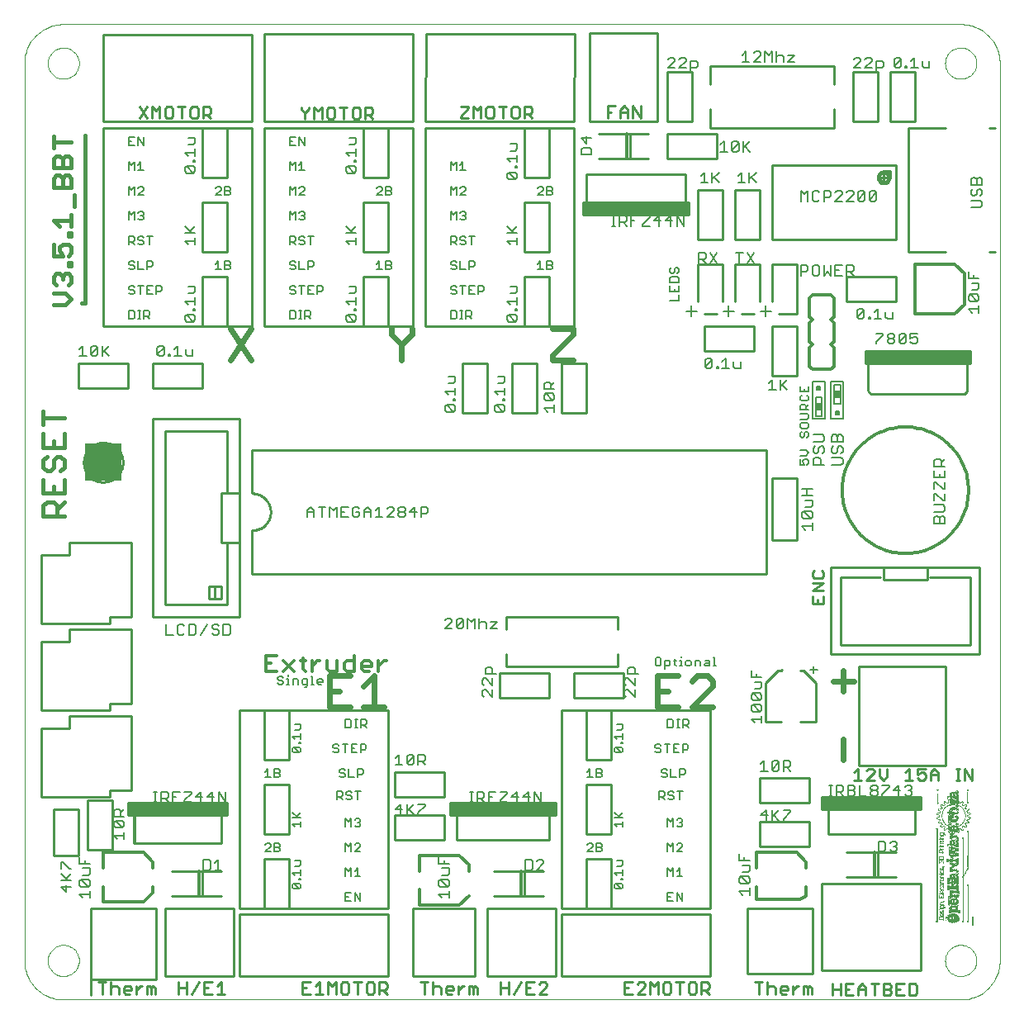
<source format=gto>
G75*
G70*
%OFA0B0*%
%FSLAX24Y24*%
%IPPOS*%
%LPD*%
%AMOC8*
5,1,8,0,0,1.08239X$1,22.5*
%
%ADD10C,0.0100*%
%ADD11C,0.0060*%
%ADD12C,0.0080*%
%ADD13C,0.0160*%
%ADD14C,0.0240*%
%ADD15C,0.0090*%
%ADD16R,0.4250X0.0500*%
%ADD17R,0.4000X0.0500*%
%ADD18R,0.1500X0.1250*%
%ADD19R,0.1500X0.0750*%
%ADD20C,0.0130*%
%ADD21C,0.0070*%
%ADD22C,0.0120*%
%ADD23R,0.0012X0.0012*%
%ADD24R,0.0012X0.0024*%
%ADD25R,0.0012X0.0035*%
%ADD26R,0.0012X0.0047*%
%ADD27R,0.0012X0.1217*%
%ADD28R,0.0012X0.0791*%
%ADD29R,0.0012X0.1512*%
%ADD30R,0.0012X0.1323*%
%ADD31R,0.0012X0.0059*%
%ADD32R,0.0012X0.0461*%
%ADD33R,0.0012X0.0189*%
%ADD34R,0.0012X0.0165*%
%ADD35R,0.0012X0.3425*%
%ADD36R,0.0012X0.2339*%
%ADD37R,0.0012X0.0142*%
%ADD38R,0.0012X0.0154*%
%ADD39R,0.0012X0.0106*%
%ADD40R,0.0012X0.0094*%
%ADD41R,0.0012X0.0177*%
%ADD42R,0.0012X0.0118*%
%ADD43R,0.0012X0.0201*%
%ADD44R,0.0012X0.0083*%
%ADD45R,0.0012X0.0354*%
%ADD46R,0.0012X0.0224*%
%ADD47R,0.0012X0.0331*%
%ADD48R,0.0012X0.0130*%
%ADD49R,0.0012X0.0071*%
%ADD50R,0.0012X0.0390*%
%ADD51R,0.0012X0.0260*%
%ADD52R,0.0012X0.0283*%
%ADD53R,0.0012X0.0402*%
%ADD54R,0.0012X0.0272*%
%ADD55R,0.0012X0.0343*%
%ADD56R,0.0012X0.0295*%
%ADD57R,0.0012X0.0236*%
%ADD58R,0.0012X0.0213*%
%ADD59R,0.0012X0.0248*%
%ADD60R,0.0012X0.0413*%
%ADD61R,0.0012X0.0307*%
%ADD62R,0.0012X0.0319*%
%ADD63R,0.0012X0.0366*%
%ADD64R,0.0012X0.0378*%
%ADD65R,0.0012X0.0425*%
%ADD66R,0.0012X0.3803*%
%ADD67C,0.0000*%
%ADD68C,0.0150*%
%ADD69C,0.0050*%
D10*
X007316Y003601D02*
X007316Y004226D01*
X007316Y007101D01*
X009941Y007101D01*
X009941Y004226D01*
X007316Y004226D01*
X010316Y004351D02*
X010316Y007101D01*
X013066Y007101D01*
X013066Y004351D01*
X010316Y004351D01*
X013316Y004351D02*
X013316Y006851D01*
X019316Y006851D01*
X019316Y004351D01*
X013316Y004351D01*
X013316Y007101D02*
X013316Y015101D01*
X014316Y015101D01*
X014316Y013101D01*
X015316Y013101D01*
X015316Y015101D01*
X019316Y015101D01*
X019316Y007101D01*
X015316Y007101D01*
X014316Y007101D01*
X014316Y009101D01*
X015316Y009101D01*
X015316Y007101D01*
X014316Y007101D02*
X013316Y007101D01*
X012566Y007601D02*
X011816Y007601D01*
X011816Y008601D01*
X012566Y008601D01*
X011816Y008601D02*
X011691Y008601D01*
X010566Y008601D01*
X010566Y007601D02*
X011691Y007601D01*
X011816Y007601D01*
X012566Y009726D02*
X012566Y010851D01*
X008816Y010851D01*
X008816Y011351D01*
X012816Y011351D01*
X012816Y010851D01*
X012566Y010851D01*
X012566Y009726D02*
X009066Y009726D01*
X008191Y009476D02*
X008191Y011476D01*
X007191Y011476D01*
X007191Y009476D01*
X008191Y009476D01*
X006816Y009226D02*
X005816Y009226D01*
X005816Y011101D01*
X006816Y011101D01*
X006816Y009226D01*
X008066Y011601D02*
X005316Y011601D01*
X005316Y014351D01*
X006441Y014351D01*
X006441Y014851D01*
X008941Y014851D01*
X008941Y011851D01*
X008066Y011851D01*
X008066Y011601D01*
X007566Y014851D02*
X006816Y014851D01*
X008066Y015101D02*
X005316Y015101D01*
X005316Y017851D01*
X006441Y017851D01*
X006441Y018351D01*
X008941Y018351D01*
X008941Y015351D01*
X008066Y015351D01*
X008066Y015101D01*
X007566Y018351D02*
X006816Y018351D01*
X008066Y018601D02*
X005316Y018601D01*
X005316Y021351D01*
X006441Y021351D01*
X006441Y021851D01*
X008941Y021851D01*
X008941Y018851D01*
X008066Y018851D01*
X008066Y018601D01*
X009816Y018851D02*
X009816Y026851D01*
X013316Y026851D01*
X013316Y023851D01*
X012566Y023851D01*
X012566Y021851D01*
X013316Y021851D01*
X013316Y018851D01*
X009816Y018851D01*
X010316Y019351D02*
X010316Y026351D01*
X012816Y026351D01*
X012816Y023851D01*
X013316Y023851D02*
X013316Y021851D01*
X012816Y021851D02*
X012816Y019351D01*
X010316Y019351D01*
X012066Y019601D02*
X012316Y019601D01*
X012316Y020101D01*
X012066Y020101D01*
X012066Y019601D01*
X012316Y019601D02*
X012566Y019601D01*
X012566Y020101D01*
X012316Y020101D01*
X013816Y020601D02*
X013816Y022351D01*
X013870Y022353D01*
X013923Y022359D01*
X013975Y022368D01*
X014027Y022381D01*
X014078Y022398D01*
X014128Y022419D01*
X014175Y022443D01*
X014221Y022470D01*
X014265Y022501D01*
X014307Y022534D01*
X014346Y022571D01*
X014383Y022610D01*
X014416Y022652D01*
X014447Y022696D01*
X014474Y022742D01*
X014498Y022789D01*
X014519Y022839D01*
X014536Y022890D01*
X014549Y022942D01*
X014558Y022994D01*
X014564Y023047D01*
X014566Y023101D01*
X014564Y023155D01*
X014558Y023208D01*
X014549Y023260D01*
X014536Y023312D01*
X014519Y023363D01*
X014498Y023413D01*
X014474Y023460D01*
X014447Y023506D01*
X014416Y023550D01*
X014383Y023592D01*
X014346Y023631D01*
X014307Y023668D01*
X014265Y023701D01*
X014221Y023732D01*
X014175Y023759D01*
X014128Y023783D01*
X014078Y023804D01*
X014027Y023821D01*
X013975Y023834D01*
X013923Y023843D01*
X013870Y023849D01*
X013816Y023851D01*
X013816Y025601D01*
X034566Y025601D01*
X034566Y020601D01*
X013816Y020601D01*
X014316Y015101D02*
X015316Y015101D01*
X015316Y012101D02*
X014316Y012101D01*
X014316Y010101D01*
X015316Y010101D01*
X015316Y012101D01*
X019566Y012601D02*
X019566Y011601D01*
X021566Y011601D01*
X021566Y012601D01*
X019566Y012601D01*
X019566Y010851D02*
X019566Y009851D01*
X021566Y009851D01*
X021566Y010851D01*
X019566Y010851D01*
X021816Y010851D02*
X021816Y011351D01*
X026066Y011351D01*
X026066Y010851D01*
X025816Y010851D01*
X025816Y009851D01*
X022066Y009851D01*
X022066Y010851D01*
X021816Y010851D01*
X022066Y010851D02*
X025816Y010851D01*
X027316Y010101D02*
X027316Y012101D01*
X028316Y012101D01*
X028316Y010101D01*
X027316Y010101D01*
X027316Y009101D02*
X028316Y009101D01*
X028316Y007101D01*
X027316Y007101D01*
X027316Y009101D01*
X025566Y008601D02*
X024816Y008601D01*
X024816Y007601D01*
X024691Y007601D01*
X023566Y007601D01*
X023316Y007101D02*
X023316Y004351D01*
X026066Y004351D01*
X026066Y007101D01*
X023316Y007101D01*
X022816Y007101D02*
X022816Y004351D01*
X020316Y004351D01*
X020316Y007101D01*
X022816Y007101D01*
X023566Y008601D02*
X024691Y008601D01*
X024816Y008601D01*
X024816Y007601D02*
X025566Y007601D01*
X026316Y007101D02*
X026316Y015101D01*
X027316Y015101D01*
X027316Y013101D01*
X028316Y013101D01*
X028316Y015101D01*
X032316Y015101D01*
X032316Y007101D01*
X028316Y007101D01*
X027316Y007101D02*
X026316Y007101D01*
X026316Y006851D02*
X032316Y006851D01*
X032316Y004351D01*
X026316Y004351D01*
X026316Y006851D01*
X033816Y007101D02*
X033816Y004476D01*
X036441Y004476D01*
X036441Y007101D01*
X033816Y007101D01*
X034316Y009601D02*
X036316Y009601D01*
X036316Y010601D01*
X034316Y010601D01*
X034316Y009601D01*
X034316Y011351D02*
X036316Y011351D01*
X036316Y012351D01*
X034316Y012351D01*
X034316Y011351D01*
X036816Y011101D02*
X036816Y011601D01*
X040816Y011601D01*
X040816Y011101D01*
X040566Y011101D01*
X040566Y010101D01*
X037066Y010101D01*
X037066Y011101D01*
X036816Y011101D01*
X037066Y011101D02*
X040566Y011101D01*
X039816Y009351D02*
X039066Y009351D01*
X039066Y008351D01*
X038941Y008351D01*
X037816Y008351D01*
X037816Y009351D02*
X038941Y009351D01*
X039066Y009351D01*
X039066Y008351D02*
X039816Y008351D01*
X040816Y008101D02*
X040816Y004601D01*
X036816Y004601D01*
X036816Y008101D01*
X040816Y008101D01*
X041816Y012851D02*
X038316Y012851D01*
X038316Y016851D01*
X041816Y016851D01*
X041816Y012851D01*
X043191Y017351D02*
X037191Y017351D01*
X037191Y020851D01*
X039316Y020851D01*
X039316Y020351D01*
X041066Y020351D01*
X041066Y020851D01*
X043191Y020851D01*
X043191Y017351D01*
X042816Y017726D02*
X037566Y017726D01*
X037566Y020476D01*
X039191Y020476D01*
X039316Y020851D02*
X041066Y020851D01*
X041191Y020476D02*
X042816Y020476D01*
X042816Y017726D01*
X036891Y019401D02*
X036891Y019708D01*
X036891Y019916D02*
X036430Y019916D01*
X036891Y020223D01*
X036430Y020223D01*
X036507Y020432D02*
X036814Y020432D01*
X036891Y020509D01*
X036891Y020662D01*
X036814Y020739D01*
X036507Y020739D02*
X036430Y020662D01*
X036430Y020509D01*
X036507Y020432D01*
X036430Y019708D02*
X036430Y019401D01*
X036891Y019401D01*
X036661Y019401D02*
X036661Y019554D01*
X035816Y021976D02*
X034816Y021976D01*
X034816Y024476D01*
X035816Y024476D01*
X035816Y021976D01*
X035934Y016703D02*
X036087Y016703D01*
X036595Y016195D01*
X036595Y014636D01*
X035934Y014636D01*
X035190Y014636D02*
X034540Y014636D01*
X034540Y016195D01*
X034552Y016207D01*
X035048Y016703D01*
X035190Y016703D01*
X035202Y016715D01*
X034552Y016207D02*
X034540Y016207D01*
X028816Y016601D02*
X028816Y015601D01*
X026816Y015601D01*
X026816Y016601D01*
X028816Y016601D01*
X028566Y016851D02*
X024066Y016851D01*
X024066Y017351D01*
X023816Y016601D02*
X023816Y015601D01*
X025816Y015601D01*
X025816Y016601D01*
X023816Y016601D01*
X024066Y018351D02*
X024066Y018851D01*
X028566Y018851D01*
X028566Y018351D01*
X028566Y017351D02*
X028566Y016851D01*
X028316Y015101D02*
X027316Y015101D01*
X027316Y027101D02*
X026316Y027101D01*
X026316Y029101D01*
X027316Y029101D01*
X027316Y027101D01*
X025316Y027101D02*
X025316Y029101D01*
X024316Y029101D01*
X024316Y027101D01*
X025316Y027101D01*
X023316Y027101D02*
X023316Y029101D01*
X022316Y029101D01*
X022316Y027101D01*
X023316Y027101D01*
X024816Y030601D02*
X020816Y030601D01*
X020816Y038601D01*
X024816Y038601D01*
X024816Y036601D01*
X025816Y036601D01*
X025816Y038601D01*
X024816Y038601D01*
X025816Y038601D02*
X026816Y038601D01*
X026816Y030601D01*
X025816Y030601D01*
X025816Y032601D01*
X024816Y032601D01*
X024816Y030601D01*
X025816Y030601D01*
X025816Y033601D02*
X024816Y033601D01*
X024816Y035601D01*
X025816Y035601D01*
X025816Y033601D01*
X027191Y035101D02*
X031441Y035101D01*
X031441Y035601D01*
X031316Y035601D01*
X031316Y036726D01*
X027316Y036726D01*
X027316Y035601D01*
X031316Y035601D01*
X031816Y036101D02*
X031816Y034101D01*
X032816Y034101D01*
X032816Y036101D01*
X031816Y036101D01*
X032566Y037351D02*
X030566Y037351D01*
X030566Y038351D01*
X032566Y038351D01*
X032566Y037351D01*
X032316Y038601D02*
X032316Y039351D01*
X032316Y038601D02*
X037316Y038601D01*
X037316Y039351D01*
X038066Y038851D02*
X039066Y038851D01*
X039066Y040851D01*
X038066Y040851D01*
X038066Y038851D01*
X039566Y038851D02*
X040566Y038851D01*
X040566Y040851D01*
X039566Y040851D01*
X039566Y038851D01*
X040316Y038601D02*
X040316Y033601D01*
X041816Y033601D01*
X043566Y033601D02*
X043816Y033601D01*
X039816Y034101D02*
X034816Y034101D01*
X034816Y037101D01*
X039816Y037101D01*
X039816Y034101D01*
X039816Y032601D02*
X037816Y032601D01*
X037816Y031601D01*
X039816Y031601D01*
X039816Y032601D01*
X038566Y029601D02*
X038566Y029101D01*
X042691Y029101D01*
X042816Y029101D01*
X042816Y029601D01*
X038566Y029601D01*
X038691Y029101D02*
X038691Y028017D01*
X038720Y027946D02*
X038816Y027851D01*
X042524Y027851D01*
X042595Y027880D02*
X042691Y027976D01*
X042691Y029101D01*
X042595Y027880D02*
X042580Y027868D01*
X042562Y027859D01*
X042544Y027853D01*
X042524Y027851D01*
X038720Y027946D02*
X038708Y027961D01*
X038699Y027979D01*
X038693Y027997D01*
X038691Y028017D01*
X035816Y028601D02*
X035816Y030601D01*
X034816Y030601D01*
X034816Y028601D01*
X035816Y028601D01*
X034066Y029601D02*
X034066Y030601D01*
X032066Y030601D01*
X032066Y029601D01*
X034066Y029601D01*
X034066Y031101D02*
X033566Y031101D01*
X033316Y031601D02*
X033316Y033101D01*
X034316Y033101D01*
X034316Y031601D01*
X034816Y031601D02*
X034816Y033101D01*
X035816Y033101D01*
X035816Y031101D01*
X035066Y031101D01*
X032816Y031601D02*
X032816Y033101D01*
X031816Y033101D01*
X031816Y031601D01*
X032066Y031101D02*
X032566Y031101D01*
X033316Y034101D02*
X033316Y036101D01*
X034316Y036101D01*
X034316Y034101D01*
X033316Y034101D01*
X029816Y037351D02*
X029066Y037351D01*
X029066Y038351D01*
X029816Y038351D01*
X030184Y038851D02*
X027434Y038851D01*
X027434Y042427D01*
X030184Y042427D01*
X030184Y038851D01*
X030566Y038851D02*
X031566Y038851D01*
X031566Y040851D01*
X030566Y040851D01*
X030566Y038851D01*
X029066Y038351D02*
X028941Y038351D01*
X027816Y038351D01*
X027816Y037351D02*
X028941Y037351D01*
X029066Y037351D01*
X027316Y035601D02*
X027191Y035601D01*
X027191Y035101D01*
X026816Y038851D02*
X026851Y042392D01*
X020851Y042392D01*
X020816Y038851D01*
X026816Y038851D01*
X032316Y040351D02*
X032316Y041101D01*
X037316Y041101D01*
X037316Y040351D01*
X040316Y038601D02*
X041816Y038601D01*
X043566Y038601D02*
X043816Y038601D01*
X039566Y036851D02*
X039566Y036601D01*
X039316Y036851D01*
X039066Y036601D01*
X039316Y036351D01*
X039566Y036601D01*
X039316Y036601D01*
X039066Y036601D02*
X039068Y036632D01*
X039074Y036663D01*
X039084Y036693D01*
X039097Y036721D01*
X039114Y036748D01*
X039134Y036772D01*
X039157Y036794D01*
X039182Y036812D01*
X039210Y036827D01*
X039239Y036839D01*
X039269Y036847D01*
X039300Y036851D01*
X039332Y036851D01*
X039363Y036847D01*
X039393Y036839D01*
X039422Y036827D01*
X039450Y036812D01*
X039475Y036794D01*
X039498Y036772D01*
X039518Y036748D01*
X039535Y036721D01*
X039548Y036693D01*
X039558Y036663D01*
X039564Y036632D01*
X039566Y036601D01*
X039564Y036570D01*
X039558Y036539D01*
X039548Y036509D01*
X039535Y036481D01*
X039518Y036454D01*
X039498Y036430D01*
X039475Y036408D01*
X039450Y036390D01*
X039422Y036375D01*
X039393Y036363D01*
X039363Y036355D01*
X039332Y036351D01*
X039300Y036351D01*
X039269Y036355D01*
X039239Y036363D01*
X039210Y036375D01*
X039182Y036390D01*
X039157Y036408D01*
X039134Y036430D01*
X039114Y036454D01*
X039097Y036481D01*
X039084Y036509D01*
X039074Y036539D01*
X039068Y036570D01*
X039066Y036601D01*
X039316Y036601D01*
X039066Y036601D02*
X039068Y036632D01*
X039074Y036663D01*
X039084Y036693D01*
X039097Y036721D01*
X039114Y036748D01*
X039134Y036772D01*
X039157Y036794D01*
X039182Y036812D01*
X039210Y036827D01*
X039239Y036839D01*
X039269Y036847D01*
X039300Y036851D01*
X039332Y036851D01*
X039363Y036847D01*
X039393Y036839D01*
X039422Y036827D01*
X039450Y036812D01*
X039475Y036794D01*
X039498Y036772D01*
X039518Y036748D01*
X039535Y036721D01*
X039548Y036693D01*
X039558Y036663D01*
X039564Y036632D01*
X039566Y036601D01*
X039564Y036570D01*
X039558Y036539D01*
X039548Y036509D01*
X039535Y036481D01*
X039518Y036454D01*
X039498Y036430D01*
X039475Y036408D01*
X039450Y036390D01*
X039422Y036375D01*
X039393Y036363D01*
X039363Y036355D01*
X039332Y036351D01*
X039300Y036351D01*
X039269Y036355D01*
X039239Y036363D01*
X039210Y036375D01*
X039182Y036390D01*
X039157Y036408D01*
X039134Y036430D01*
X039114Y036454D01*
X039097Y036481D01*
X039084Y036509D01*
X039074Y036539D01*
X039068Y036570D01*
X039066Y036601D01*
X039316Y036601D02*
X039316Y036851D01*
X039566Y036851D01*
X039316Y036601D02*
X039316Y036351D01*
X020316Y038601D02*
X020316Y030601D01*
X019316Y030601D01*
X019316Y032601D01*
X018316Y032601D01*
X018316Y030601D01*
X019316Y030601D01*
X018316Y030601D02*
X014316Y030601D01*
X014316Y038601D01*
X018316Y038601D01*
X018316Y036601D01*
X019316Y036601D01*
X019316Y038601D01*
X018316Y038601D01*
X019316Y038601D02*
X020316Y038601D01*
X020316Y038851D02*
X020316Y042392D01*
X014316Y042392D01*
X014316Y038851D01*
X020316Y038851D01*
X019316Y035601D02*
X018316Y035601D01*
X018316Y033601D01*
X019316Y033601D01*
X019316Y035601D01*
X013816Y038601D02*
X013816Y030601D01*
X012816Y030601D01*
X012816Y032601D01*
X011816Y032601D01*
X011816Y030601D01*
X012816Y030601D01*
X011816Y030601D02*
X007816Y030601D01*
X007816Y038601D01*
X011816Y038601D01*
X011816Y036601D01*
X012816Y036601D01*
X012816Y038601D01*
X011816Y038601D01*
X012816Y038601D02*
X013816Y038601D01*
X013816Y038851D02*
X013828Y042368D01*
X007828Y042368D01*
X007816Y038851D01*
X013816Y038851D01*
X012816Y035601D02*
X011816Y035601D01*
X011816Y033601D01*
X012816Y033601D01*
X012816Y035601D01*
X011816Y029101D02*
X009816Y029101D01*
X009816Y028101D01*
X011816Y028101D01*
X011816Y029101D01*
X008816Y029101D02*
X008816Y028101D01*
X006816Y028101D01*
X006816Y029101D01*
X008816Y029101D01*
X007025Y025101D02*
X007027Y025157D01*
X007033Y025212D01*
X007043Y025267D01*
X007056Y025321D01*
X007074Y025374D01*
X007095Y025426D01*
X007120Y025476D01*
X007148Y025524D01*
X007179Y025570D01*
X007214Y025614D01*
X007252Y025655D01*
X007292Y025694D01*
X007335Y025729D01*
X007381Y025762D01*
X007429Y025791D01*
X007478Y025816D01*
X007529Y025838D01*
X007582Y025857D01*
X007636Y025871D01*
X007691Y025882D01*
X007746Y025889D01*
X007802Y025892D01*
X007858Y025891D01*
X007913Y025886D01*
X007969Y025877D01*
X008023Y025864D01*
X008076Y025848D01*
X008128Y025828D01*
X008179Y025804D01*
X008228Y025777D01*
X008274Y025746D01*
X008318Y025712D01*
X008360Y025675D01*
X008399Y025635D01*
X008436Y025593D01*
X008469Y025548D01*
X008499Y025501D01*
X008525Y025451D01*
X008548Y025400D01*
X008567Y025348D01*
X008583Y025294D01*
X008595Y025240D01*
X008603Y025185D01*
X008607Y025129D01*
X008607Y025073D01*
X008603Y025017D01*
X008595Y024962D01*
X008583Y024908D01*
X008567Y024854D01*
X008548Y024802D01*
X008525Y024751D01*
X008499Y024701D01*
X008469Y024654D01*
X008436Y024609D01*
X008399Y024567D01*
X008360Y024527D01*
X008318Y024490D01*
X008274Y024456D01*
X008228Y024425D01*
X008179Y024398D01*
X008128Y024374D01*
X008076Y024354D01*
X008023Y024338D01*
X007969Y024325D01*
X007913Y024316D01*
X007858Y024311D01*
X007802Y024310D01*
X007746Y024313D01*
X007691Y024320D01*
X007636Y024331D01*
X007582Y024345D01*
X007529Y024364D01*
X007478Y024386D01*
X007429Y024411D01*
X007381Y024440D01*
X007335Y024473D01*
X007292Y024508D01*
X007252Y024547D01*
X007214Y024588D01*
X007179Y024632D01*
X007148Y024678D01*
X007120Y024726D01*
X007095Y024776D01*
X007074Y024828D01*
X007056Y024881D01*
X007043Y024935D01*
X007033Y024990D01*
X007027Y025045D01*
X007025Y025101D01*
X006816Y021851D02*
X007566Y021851D01*
D11*
X015559Y014528D02*
X015786Y014528D01*
X015786Y014358D01*
X015729Y014301D01*
X015559Y014301D01*
X015786Y014160D02*
X015786Y013933D01*
X015786Y014047D02*
X015445Y014047D01*
X015559Y013933D01*
X015729Y013806D02*
X015786Y013806D01*
X015786Y013749D01*
X015729Y013749D01*
X015729Y013806D01*
X015729Y013608D02*
X015502Y013608D01*
X015729Y013381D01*
X015786Y013437D01*
X015786Y013551D01*
X015729Y013608D01*
X015502Y013608D02*
X015445Y013551D01*
X015445Y013437D01*
X015502Y013381D01*
X015729Y013381D01*
X014941Y012664D02*
X014941Y012608D01*
X014884Y012551D01*
X014714Y012551D01*
X014714Y012381D02*
X014714Y012721D01*
X014884Y012721D01*
X014941Y012664D01*
X014884Y012551D02*
X014941Y012494D01*
X014941Y012437D01*
X014884Y012381D01*
X014714Y012381D01*
X014573Y012381D02*
X014346Y012381D01*
X014459Y012381D02*
X014459Y012721D01*
X014346Y012608D01*
X015445Y010976D02*
X015672Y010749D01*
X015616Y010806D02*
X015786Y010976D01*
X015786Y010749D02*
X015445Y010749D01*
X015445Y010494D02*
X015786Y010494D01*
X015786Y010381D02*
X015786Y010608D01*
X015559Y010381D02*
X015445Y010494D01*
X014884Y009721D02*
X014941Y009664D01*
X014941Y009608D01*
X014884Y009551D01*
X014714Y009551D01*
X014573Y009608D02*
X014346Y009381D01*
X014573Y009381D01*
X014714Y009381D02*
X014714Y009721D01*
X014884Y009721D01*
X014884Y009551D02*
X014941Y009494D01*
X014941Y009437D01*
X014884Y009381D01*
X014714Y009381D01*
X014573Y009608D02*
X014573Y009664D01*
X014516Y009721D01*
X014402Y009721D01*
X014346Y009664D01*
X015559Y009028D02*
X015786Y009028D01*
X015786Y008858D01*
X015729Y008801D01*
X015559Y008801D01*
X015786Y008660D02*
X015786Y008433D01*
X015786Y008547D02*
X015445Y008547D01*
X015559Y008433D01*
X015729Y008306D02*
X015786Y008306D01*
X015786Y008249D01*
X015729Y008249D01*
X015729Y008306D01*
X015729Y008108D02*
X015502Y008108D01*
X015729Y007881D01*
X015786Y007937D01*
X015786Y008051D01*
X015729Y008108D01*
X015502Y008108D02*
X015445Y008051D01*
X015445Y007937D01*
X015502Y007881D01*
X015729Y007881D01*
X017596Y007721D02*
X017596Y007381D01*
X017823Y007381D01*
X017964Y007381D02*
X017964Y007721D01*
X018191Y007381D01*
X018191Y007721D01*
X017823Y007721D02*
X017596Y007721D01*
X017596Y007551D02*
X017709Y007551D01*
X017596Y008381D02*
X017596Y008721D01*
X017709Y008608D01*
X017823Y008721D01*
X017823Y008381D01*
X017964Y008381D02*
X018191Y008381D01*
X018077Y008381D02*
X018077Y008721D01*
X017964Y008608D01*
X017964Y009381D02*
X018191Y009608D01*
X018191Y009664D01*
X018134Y009721D01*
X018021Y009721D01*
X017964Y009664D01*
X017823Y009721D02*
X017823Y009381D01*
X017964Y009381D02*
X018191Y009381D01*
X017823Y009721D02*
X017709Y009608D01*
X017596Y009721D01*
X017596Y009381D01*
X017596Y010381D02*
X017596Y010721D01*
X017709Y010608D01*
X017823Y010721D01*
X017823Y010381D01*
X017964Y010437D02*
X018021Y010381D01*
X018134Y010381D01*
X018191Y010437D01*
X018191Y010494D01*
X018134Y010551D01*
X018077Y010551D01*
X018134Y010551D02*
X018191Y010608D01*
X018191Y010664D01*
X018134Y010721D01*
X018021Y010721D01*
X017964Y010664D01*
X018091Y011481D02*
X018091Y011821D01*
X018204Y011821D02*
X017977Y011821D01*
X017836Y011764D02*
X017779Y011821D01*
X017666Y011821D01*
X017609Y011764D01*
X017609Y011708D01*
X017666Y011651D01*
X017779Y011651D01*
X017836Y011594D01*
X017836Y011537D01*
X017779Y011481D01*
X017666Y011481D01*
X017609Y011537D01*
X017468Y011481D02*
X017354Y011594D01*
X017411Y011594D02*
X017241Y011594D01*
X017241Y011481D02*
X017241Y011821D01*
X017411Y011821D01*
X017468Y011764D01*
X017468Y011651D01*
X017411Y011594D01*
X017402Y012381D02*
X017346Y012437D01*
X017402Y012381D02*
X017516Y012381D01*
X017573Y012437D01*
X017573Y012494D01*
X017516Y012551D01*
X017402Y012551D01*
X017346Y012608D01*
X017346Y012664D01*
X017402Y012721D01*
X017516Y012721D01*
X017573Y012664D01*
X017714Y012721D02*
X017714Y012381D01*
X017941Y012381D01*
X018082Y012381D02*
X018082Y012721D01*
X018253Y012721D01*
X018309Y012664D01*
X018309Y012551D01*
X018253Y012494D01*
X018082Y012494D01*
X018059Y013381D02*
X017832Y013381D01*
X017832Y013721D01*
X018059Y013721D01*
X018201Y013721D02*
X018371Y013721D01*
X018428Y013664D01*
X018428Y013551D01*
X018371Y013494D01*
X018201Y013494D01*
X018201Y013381D02*
X018201Y013721D01*
X017946Y013551D02*
X017832Y013551D01*
X017691Y013721D02*
X017464Y013721D01*
X017577Y013721D02*
X017577Y013381D01*
X017323Y013437D02*
X017266Y013381D01*
X017152Y013381D01*
X017096Y013437D01*
X017152Y013551D02*
X017266Y013551D01*
X017323Y013494D01*
X017323Y013437D01*
X017152Y013551D02*
X017096Y013608D01*
X017096Y013664D01*
X017152Y013721D01*
X017266Y013721D01*
X017323Y013664D01*
X017596Y014381D02*
X017766Y014381D01*
X017823Y014437D01*
X017823Y014664D01*
X017766Y014721D01*
X017596Y014721D01*
X017596Y014381D01*
X017964Y014381D02*
X018077Y014381D01*
X018021Y014381D02*
X018021Y014721D01*
X018077Y014721D02*
X017964Y014721D01*
X018210Y014721D02*
X018210Y014381D01*
X018210Y014494D02*
X018380Y014494D01*
X018436Y014551D01*
X018436Y014664D01*
X018380Y014721D01*
X018210Y014721D01*
X018323Y014494D02*
X018436Y014381D01*
X027346Y012608D02*
X027459Y012721D01*
X027459Y012381D01*
X027346Y012381D02*
X027573Y012381D01*
X027714Y012381D02*
X027884Y012381D01*
X027941Y012437D01*
X027941Y012494D01*
X027884Y012551D01*
X027714Y012551D01*
X027714Y012381D02*
X027714Y012721D01*
X027884Y012721D01*
X027941Y012664D01*
X027941Y012608D01*
X027884Y012551D01*
X028502Y013381D02*
X028445Y013437D01*
X028445Y013551D01*
X028502Y013608D01*
X028729Y013381D01*
X028786Y013437D01*
X028786Y013551D01*
X028729Y013608D01*
X028502Y013608D01*
X028502Y013381D02*
X028729Y013381D01*
X028729Y013749D02*
X028729Y013806D01*
X028786Y013806D01*
X028786Y013749D01*
X028729Y013749D01*
X028786Y013933D02*
X028786Y014160D01*
X028786Y014047D02*
X028445Y014047D01*
X028559Y013933D01*
X028559Y014301D02*
X028729Y014301D01*
X028786Y014358D01*
X028786Y014528D01*
X028559Y014528D01*
X030096Y013664D02*
X030096Y013608D01*
X030152Y013551D01*
X030266Y013551D01*
X030323Y013494D01*
X030323Y013437D01*
X030266Y013381D01*
X030152Y013381D01*
X030096Y013437D01*
X030096Y013664D02*
X030152Y013721D01*
X030266Y013721D01*
X030323Y013664D01*
X030464Y013721D02*
X030691Y013721D01*
X030577Y013721D02*
X030577Y013381D01*
X030832Y013381D02*
X030832Y013721D01*
X031059Y013721D01*
X031201Y013721D02*
X031371Y013721D01*
X031428Y013664D01*
X031428Y013551D01*
X031371Y013494D01*
X031201Y013494D01*
X031201Y013381D02*
X031201Y013721D01*
X030946Y013551D02*
X030832Y013551D01*
X030832Y013381D02*
X031059Y013381D01*
X031082Y012721D02*
X031253Y012721D01*
X031309Y012664D01*
X031309Y012551D01*
X031253Y012494D01*
X031082Y012494D01*
X031082Y012381D02*
X031082Y012721D01*
X030714Y012721D02*
X030714Y012381D01*
X030941Y012381D01*
X030573Y012437D02*
X030516Y012381D01*
X030402Y012381D01*
X030346Y012437D01*
X030402Y012551D02*
X030516Y012551D01*
X030573Y012494D01*
X030573Y012437D01*
X030402Y012551D02*
X030346Y012608D01*
X030346Y012664D01*
X030402Y012721D01*
X030516Y012721D01*
X030573Y012664D01*
X030666Y011821D02*
X030609Y011764D01*
X030609Y011708D01*
X030666Y011651D01*
X030779Y011651D01*
X030836Y011594D01*
X030836Y011537D01*
X030779Y011481D01*
X030666Y011481D01*
X030609Y011537D01*
X030468Y011481D02*
X030354Y011594D01*
X030411Y011594D02*
X030241Y011594D01*
X030241Y011481D02*
X030241Y011821D01*
X030411Y011821D01*
X030468Y011764D01*
X030468Y011651D01*
X030411Y011594D01*
X030666Y011821D02*
X030779Y011821D01*
X030836Y011764D01*
X030977Y011821D02*
X031204Y011821D01*
X031091Y011821D02*
X031091Y011481D01*
X031134Y010721D02*
X031191Y010664D01*
X031191Y010608D01*
X031134Y010551D01*
X031191Y010494D01*
X031191Y010437D01*
X031134Y010381D01*
X031021Y010381D01*
X030964Y010437D01*
X030823Y010381D02*
X030823Y010721D01*
X030709Y010608D01*
X030596Y010721D01*
X030596Y010381D01*
X030964Y010664D02*
X031021Y010721D01*
X031134Y010721D01*
X031134Y010551D02*
X031077Y010551D01*
X031021Y009721D02*
X030964Y009664D01*
X031021Y009721D02*
X031134Y009721D01*
X031191Y009664D01*
X031191Y009608D01*
X030964Y009381D01*
X031191Y009381D01*
X030823Y009381D02*
X030823Y009721D01*
X030709Y009608D01*
X030596Y009721D01*
X030596Y009381D01*
X030596Y008721D02*
X030709Y008608D01*
X030823Y008721D01*
X030823Y008381D01*
X030964Y008381D02*
X031191Y008381D01*
X031077Y008381D02*
X031077Y008721D01*
X030964Y008608D01*
X030596Y008721D02*
X030596Y008381D01*
X030596Y007721D02*
X030596Y007381D01*
X030823Y007381D01*
X030964Y007381D02*
X030964Y007721D01*
X031191Y007381D01*
X031191Y007721D01*
X030823Y007721D02*
X030596Y007721D01*
X030596Y007551D02*
X030709Y007551D01*
X028786Y007937D02*
X028729Y007881D01*
X028502Y008108D01*
X028729Y008108D01*
X028786Y008051D01*
X028786Y007937D01*
X028729Y007881D02*
X028502Y007881D01*
X028445Y007937D01*
X028445Y008051D01*
X028502Y008108D01*
X028729Y008249D02*
X028729Y008306D01*
X028786Y008306D01*
X028786Y008249D01*
X028729Y008249D01*
X028786Y008433D02*
X028786Y008660D01*
X028786Y008547D02*
X028445Y008547D01*
X028559Y008433D01*
X028559Y008801D02*
X028729Y008801D01*
X028786Y008858D01*
X028786Y009028D01*
X028559Y009028D01*
X027941Y009437D02*
X027884Y009381D01*
X027714Y009381D01*
X027714Y009721D01*
X027884Y009721D01*
X027941Y009664D01*
X027941Y009608D01*
X027884Y009551D01*
X027714Y009551D01*
X027573Y009608D02*
X027573Y009664D01*
X027516Y009721D01*
X027402Y009721D01*
X027346Y009664D01*
X027573Y009608D02*
X027346Y009381D01*
X027573Y009381D01*
X027884Y009551D02*
X027941Y009494D01*
X027941Y009437D01*
X028559Y010381D02*
X028445Y010494D01*
X028786Y010494D01*
X028786Y010381D02*
X028786Y010608D01*
X028786Y010749D02*
X028445Y010749D01*
X028616Y010806D02*
X028786Y010976D01*
X028672Y010749D02*
X028445Y010976D01*
X030596Y014381D02*
X030766Y014381D01*
X030823Y014437D01*
X030823Y014664D01*
X030766Y014721D01*
X030596Y014721D01*
X030596Y014381D01*
X030964Y014381D02*
X031077Y014381D01*
X031021Y014381D02*
X031021Y014721D01*
X031077Y014721D02*
X030964Y014721D01*
X031210Y014721D02*
X031380Y014721D01*
X031436Y014664D01*
X031436Y014551D01*
X031380Y014494D01*
X031210Y014494D01*
X031323Y014494D02*
X031436Y014381D01*
X031210Y014381D02*
X031210Y014721D01*
X035945Y025006D02*
X036116Y025006D01*
X036059Y025119D01*
X036059Y025176D01*
X036116Y025233D01*
X036229Y025233D01*
X036286Y025176D01*
X036286Y025062D01*
X036229Y025006D01*
X035945Y025006D02*
X035945Y025233D01*
X035945Y025374D02*
X036172Y025374D01*
X036286Y025487D01*
X036172Y025601D01*
X035945Y025601D01*
X036002Y026111D02*
X036059Y026111D01*
X036116Y026167D01*
X036116Y026281D01*
X036172Y026337D01*
X036229Y026337D01*
X036286Y026281D01*
X036286Y026167D01*
X036229Y026111D01*
X036002Y026111D02*
X035945Y026167D01*
X035945Y026281D01*
X036002Y026337D01*
X036002Y026479D02*
X036229Y026479D01*
X036286Y026536D01*
X036286Y026649D01*
X036229Y026706D01*
X036002Y026706D01*
X035945Y026649D01*
X035945Y026536D01*
X036002Y026479D01*
X035945Y026847D02*
X036229Y026847D01*
X036286Y026904D01*
X036286Y027017D01*
X036229Y027074D01*
X035945Y027074D01*
X035945Y027216D02*
X035945Y027386D01*
X036002Y027442D01*
X036116Y027442D01*
X036172Y027386D01*
X036172Y027216D01*
X036172Y027329D02*
X036286Y027442D01*
X036229Y027584D02*
X036286Y027641D01*
X036286Y027754D01*
X036229Y027811D01*
X036286Y027952D02*
X036286Y028179D01*
X036116Y028066D02*
X036116Y027952D01*
X036286Y027952D02*
X035945Y027952D01*
X035945Y028179D01*
X036002Y027811D02*
X035945Y027754D01*
X035945Y027641D01*
X036002Y027584D01*
X036229Y027584D01*
X036286Y027216D02*
X035945Y027216D01*
X034559Y030987D02*
X034559Y031414D01*
X034346Y031201D02*
X034773Y031201D01*
X033273Y031201D02*
X032846Y031201D01*
X033059Y031414D02*
X033059Y030987D01*
X031773Y031201D02*
X031346Y031201D01*
X031559Y031414D02*
X031559Y030987D01*
X031036Y031631D02*
X031036Y031858D01*
X031036Y031999D02*
X031036Y032226D01*
X031036Y032367D02*
X031036Y032537D01*
X030979Y032594D01*
X030752Y032594D01*
X030695Y032537D01*
X030695Y032367D01*
X031036Y032367D01*
X030866Y032112D02*
X030866Y031999D01*
X031036Y031999D02*
X030695Y031999D01*
X030695Y032226D01*
X030752Y032736D02*
X030695Y032792D01*
X030695Y032906D01*
X030752Y032962D01*
X030866Y032906D02*
X030922Y032962D01*
X030979Y032962D01*
X031036Y032906D01*
X031036Y032792D01*
X030979Y032736D01*
X030866Y032792D02*
X030866Y032906D01*
X030866Y032792D02*
X030809Y032736D01*
X030752Y032736D01*
X030695Y031631D02*
X031036Y031631D01*
X025941Y032937D02*
X025884Y032881D01*
X025714Y032881D01*
X025714Y033221D01*
X025884Y033221D01*
X025941Y033164D01*
X025941Y033108D01*
X025884Y033051D01*
X025714Y033051D01*
X025884Y033051D02*
X025941Y032994D01*
X025941Y032937D01*
X025573Y032881D02*
X025346Y032881D01*
X025459Y032881D02*
X025459Y033221D01*
X025346Y033108D01*
X023178Y032164D02*
X023178Y032051D01*
X023121Y031994D01*
X022951Y031994D01*
X022951Y031881D02*
X022951Y032221D01*
X023121Y032221D01*
X023178Y032164D01*
X022809Y032221D02*
X022582Y032221D01*
X022582Y031881D01*
X022809Y031881D01*
X022696Y032051D02*
X022582Y032051D01*
X022441Y032221D02*
X022214Y032221D01*
X022327Y032221D02*
X022327Y031881D01*
X022073Y031937D02*
X022016Y031881D01*
X021902Y031881D01*
X021846Y031937D01*
X021902Y032051D02*
X022016Y032051D01*
X022073Y031994D01*
X022073Y031937D01*
X021902Y032051D02*
X021846Y032108D01*
X021846Y032164D01*
X021902Y032221D01*
X022016Y032221D01*
X022073Y032164D01*
X022016Y032881D02*
X021902Y032881D01*
X021846Y032937D01*
X021902Y033051D02*
X022016Y033051D01*
X022073Y032994D01*
X022073Y032937D01*
X022016Y032881D01*
X022214Y032881D02*
X022441Y032881D01*
X022582Y032881D02*
X022582Y033221D01*
X022753Y033221D01*
X022809Y033164D01*
X022809Y033051D01*
X022753Y032994D01*
X022582Y032994D01*
X022214Y032881D02*
X022214Y033221D01*
X022073Y033164D02*
X022016Y033221D01*
X021902Y033221D01*
X021846Y033164D01*
X021846Y033108D01*
X021902Y033051D01*
X021846Y033881D02*
X021846Y034221D01*
X022016Y034221D01*
X022073Y034164D01*
X022073Y034051D01*
X022016Y033994D01*
X021846Y033994D01*
X021959Y033994D02*
X022073Y033881D01*
X022214Y033937D02*
X022271Y033881D01*
X022384Y033881D01*
X022441Y033937D01*
X022441Y033994D01*
X022384Y034051D01*
X022271Y034051D01*
X022214Y034108D01*
X022214Y034164D01*
X022271Y034221D01*
X022384Y034221D01*
X022441Y034164D01*
X022582Y034221D02*
X022809Y034221D01*
X022696Y034221D02*
X022696Y033881D01*
X022384Y034881D02*
X022271Y034881D01*
X022214Y034937D01*
X022073Y034881D02*
X022073Y035221D01*
X021959Y035108D01*
X021846Y035221D01*
X021846Y034881D01*
X022214Y035164D02*
X022271Y035221D01*
X022384Y035221D01*
X022441Y035164D01*
X022441Y035108D01*
X022384Y035051D01*
X022441Y034994D01*
X022441Y034937D01*
X022384Y034881D01*
X022384Y035051D02*
X022327Y035051D01*
X022214Y035881D02*
X022441Y036108D01*
X022441Y036164D01*
X022384Y036221D01*
X022271Y036221D01*
X022214Y036164D01*
X022073Y036221D02*
X022073Y035881D01*
X022214Y035881D02*
X022441Y035881D01*
X022073Y036221D02*
X021959Y036108D01*
X021846Y036221D01*
X021846Y035881D01*
X021846Y036881D02*
X021846Y037221D01*
X021959Y037108D01*
X022073Y037221D01*
X022073Y036881D01*
X022214Y036881D02*
X022441Y036881D01*
X022327Y036881D02*
X022327Y037221D01*
X022214Y037108D01*
X019441Y036164D02*
X019441Y036108D01*
X019384Y036051D01*
X019214Y036051D01*
X019073Y036108D02*
X019073Y036164D01*
X019016Y036221D01*
X018902Y036221D01*
X018846Y036164D01*
X019073Y036108D02*
X018846Y035881D01*
X019073Y035881D01*
X019214Y035881D02*
X019384Y035881D01*
X019441Y035937D01*
X019441Y035994D01*
X019384Y036051D01*
X019441Y036164D02*
X019384Y036221D01*
X019214Y036221D01*
X019214Y035881D01*
X019214Y033221D02*
X019384Y033221D01*
X019441Y033164D01*
X019441Y033108D01*
X019384Y033051D01*
X019214Y033051D01*
X019214Y032881D02*
X019214Y033221D01*
X019384Y033051D02*
X019441Y032994D01*
X019441Y032937D01*
X019384Y032881D01*
X019214Y032881D01*
X019073Y032881D02*
X018846Y032881D01*
X018959Y032881D02*
X018959Y033221D01*
X018846Y033108D01*
X016678Y032164D02*
X016678Y032051D01*
X016621Y031994D01*
X016451Y031994D01*
X016451Y031881D02*
X016451Y032221D01*
X016621Y032221D01*
X016678Y032164D01*
X016309Y032221D02*
X016082Y032221D01*
X016082Y031881D01*
X016309Y031881D01*
X016196Y032051D02*
X016082Y032051D01*
X015941Y032221D02*
X015714Y032221D01*
X015827Y032221D02*
X015827Y031881D01*
X015573Y031937D02*
X015516Y031881D01*
X015402Y031881D01*
X015346Y031937D01*
X015402Y032051D02*
X015516Y032051D01*
X015573Y031994D01*
X015573Y031937D01*
X015402Y032051D02*
X015346Y032108D01*
X015346Y032164D01*
X015402Y032221D01*
X015516Y032221D01*
X015573Y032164D01*
X015516Y032881D02*
X015402Y032881D01*
X015346Y032937D01*
X015402Y033051D02*
X015516Y033051D01*
X015573Y032994D01*
X015573Y032937D01*
X015516Y032881D01*
X015714Y032881D02*
X015714Y033221D01*
X015573Y033164D02*
X015516Y033221D01*
X015402Y033221D01*
X015346Y033164D01*
X015346Y033108D01*
X015402Y033051D01*
X015714Y032881D02*
X015941Y032881D01*
X016082Y032881D02*
X016082Y033221D01*
X016253Y033221D01*
X016309Y033164D01*
X016309Y033051D01*
X016253Y032994D01*
X016082Y032994D01*
X016196Y033881D02*
X016196Y034221D01*
X016309Y034221D02*
X016082Y034221D01*
X015941Y034164D02*
X015884Y034221D01*
X015771Y034221D01*
X015714Y034164D01*
X015714Y034108D01*
X015771Y034051D01*
X015884Y034051D01*
X015941Y033994D01*
X015941Y033937D01*
X015884Y033881D01*
X015771Y033881D01*
X015714Y033937D01*
X015573Y033881D02*
X015459Y033994D01*
X015516Y033994D02*
X015346Y033994D01*
X015346Y033881D02*
X015346Y034221D01*
X015516Y034221D01*
X015573Y034164D01*
X015573Y034051D01*
X015516Y033994D01*
X015573Y034881D02*
X015573Y035221D01*
X015459Y035108D01*
X015346Y035221D01*
X015346Y034881D01*
X015714Y034937D02*
X015771Y034881D01*
X015884Y034881D01*
X015941Y034937D01*
X015941Y034994D01*
X015884Y035051D01*
X015827Y035051D01*
X015884Y035051D02*
X015941Y035108D01*
X015941Y035164D01*
X015884Y035221D01*
X015771Y035221D01*
X015714Y035164D01*
X015714Y035881D02*
X015941Y036108D01*
X015941Y036164D01*
X015884Y036221D01*
X015771Y036221D01*
X015714Y036164D01*
X015573Y036221D02*
X015573Y035881D01*
X015714Y035881D02*
X015941Y035881D01*
X015573Y036221D02*
X015459Y036108D01*
X015346Y036221D01*
X015346Y035881D01*
X015346Y036881D02*
X015346Y037221D01*
X015459Y037108D01*
X015573Y037221D01*
X015573Y036881D01*
X015714Y036881D02*
X015941Y036881D01*
X015827Y036881D02*
X015827Y037221D01*
X015714Y037108D01*
X015714Y037881D02*
X015714Y038221D01*
X015941Y037881D01*
X015941Y038221D01*
X015573Y038221D02*
X015346Y038221D01*
X015346Y037881D01*
X015573Y037881D01*
X015459Y038051D02*
X015346Y038051D01*
X012941Y036164D02*
X012941Y036108D01*
X012884Y036051D01*
X012714Y036051D01*
X012573Y036108D02*
X012573Y036164D01*
X012516Y036221D01*
X012402Y036221D01*
X012346Y036164D01*
X012573Y036108D02*
X012346Y035881D01*
X012573Y035881D01*
X012714Y035881D02*
X012884Y035881D01*
X012941Y035937D01*
X012941Y035994D01*
X012884Y036051D01*
X012941Y036164D02*
X012884Y036221D01*
X012714Y036221D01*
X012714Y035881D01*
X012714Y033221D02*
X012884Y033221D01*
X012941Y033164D01*
X012941Y033108D01*
X012884Y033051D01*
X012714Y033051D01*
X012714Y032881D02*
X012714Y033221D01*
X012884Y033051D02*
X012941Y032994D01*
X012941Y032937D01*
X012884Y032881D01*
X012714Y032881D01*
X012573Y032881D02*
X012346Y032881D01*
X012459Y032881D02*
X012459Y033221D01*
X012346Y033108D01*
X010178Y032164D02*
X010178Y032051D01*
X010121Y031994D01*
X009951Y031994D01*
X009951Y031881D02*
X009951Y032221D01*
X010121Y032221D01*
X010178Y032164D01*
X009809Y032221D02*
X009582Y032221D01*
X009582Y031881D01*
X009809Y031881D01*
X009696Y032051D02*
X009582Y032051D01*
X009441Y032221D02*
X009214Y032221D01*
X009327Y032221D02*
X009327Y031881D01*
X009073Y031937D02*
X009016Y031881D01*
X008902Y031881D01*
X008846Y031937D01*
X008902Y032051D02*
X009016Y032051D01*
X009073Y031994D01*
X009073Y031937D01*
X008902Y032051D02*
X008846Y032108D01*
X008846Y032164D01*
X008902Y032221D01*
X009016Y032221D01*
X009073Y032164D01*
X009016Y032881D02*
X008902Y032881D01*
X008846Y032937D01*
X008902Y033051D02*
X009016Y033051D01*
X009073Y032994D01*
X009073Y032937D01*
X009016Y032881D01*
X009214Y032881D02*
X009441Y032881D01*
X009582Y032881D02*
X009582Y033221D01*
X009753Y033221D01*
X009809Y033164D01*
X009809Y033051D01*
X009753Y032994D01*
X009582Y032994D01*
X009214Y032881D02*
X009214Y033221D01*
X009073Y033164D02*
X009016Y033221D01*
X008902Y033221D01*
X008846Y033164D01*
X008846Y033108D01*
X008902Y033051D01*
X008846Y033881D02*
X008846Y034221D01*
X009016Y034221D01*
X009073Y034164D01*
X009073Y034051D01*
X009016Y033994D01*
X008846Y033994D01*
X008959Y033994D02*
X009073Y033881D01*
X009214Y033937D02*
X009271Y033881D01*
X009384Y033881D01*
X009441Y033937D01*
X009441Y033994D01*
X009384Y034051D01*
X009271Y034051D01*
X009214Y034108D01*
X009214Y034164D01*
X009271Y034221D01*
X009384Y034221D01*
X009441Y034164D01*
X009582Y034221D02*
X009809Y034221D01*
X009696Y034221D02*
X009696Y033881D01*
X009384Y034881D02*
X009271Y034881D01*
X009214Y034937D01*
X009073Y034881D02*
X009073Y035221D01*
X008959Y035108D01*
X008846Y035221D01*
X008846Y034881D01*
X009214Y035164D02*
X009271Y035221D01*
X009384Y035221D01*
X009441Y035164D01*
X009441Y035108D01*
X009384Y035051D01*
X009441Y034994D01*
X009441Y034937D01*
X009384Y034881D01*
X009384Y035051D02*
X009327Y035051D01*
X009214Y035881D02*
X009441Y036108D01*
X009441Y036164D01*
X009384Y036221D01*
X009271Y036221D01*
X009214Y036164D01*
X009073Y036221D02*
X009073Y035881D01*
X009214Y035881D02*
X009441Y035881D01*
X009073Y036221D02*
X008959Y036108D01*
X008846Y036221D01*
X008846Y035881D01*
X008846Y036881D02*
X008846Y037221D01*
X008959Y037108D01*
X009073Y037221D01*
X009073Y036881D01*
X009214Y036881D02*
X009441Y036881D01*
X009327Y036881D02*
X009327Y037221D01*
X009214Y037108D01*
X009214Y037881D02*
X009214Y038221D01*
X009441Y037881D01*
X009441Y038221D01*
X009073Y038221D02*
X008846Y038221D01*
X008846Y037881D01*
X009073Y037881D01*
X008959Y038051D02*
X008846Y038051D01*
X008846Y031221D02*
X009016Y031221D01*
X009073Y031164D01*
X009073Y030937D01*
X009016Y030881D01*
X008846Y030881D01*
X008846Y031221D01*
X009214Y031221D02*
X009327Y031221D01*
X009271Y031221D02*
X009271Y030881D01*
X009327Y030881D02*
X009214Y030881D01*
X009460Y030881D02*
X009460Y031221D01*
X009630Y031221D01*
X009686Y031164D01*
X009686Y031051D01*
X009630Y030994D01*
X009460Y030994D01*
X009573Y030994D02*
X009686Y030881D01*
X015346Y030881D02*
X015516Y030881D01*
X015573Y030937D01*
X015573Y031164D01*
X015516Y031221D01*
X015346Y031221D01*
X015346Y030881D01*
X015714Y030881D02*
X015827Y030881D01*
X015771Y030881D02*
X015771Y031221D01*
X015827Y031221D02*
X015714Y031221D01*
X015960Y031221D02*
X016130Y031221D01*
X016186Y031164D01*
X016186Y031051D01*
X016130Y030994D01*
X015960Y030994D01*
X016073Y030994D02*
X016186Y030881D01*
X015960Y030881D02*
X015960Y031221D01*
X021846Y031221D02*
X022016Y031221D01*
X022073Y031164D01*
X022073Y030937D01*
X022016Y030881D01*
X021846Y030881D01*
X021846Y031221D01*
X022214Y031221D02*
X022327Y031221D01*
X022271Y031221D02*
X022271Y030881D01*
X022327Y030881D02*
X022214Y030881D01*
X022460Y030881D02*
X022460Y031221D01*
X022630Y031221D01*
X022686Y031164D01*
X022686Y031051D01*
X022630Y030994D01*
X022460Y030994D01*
X022573Y030994D02*
X022686Y030881D01*
X025346Y035881D02*
X025573Y036108D01*
X025573Y036164D01*
X025516Y036221D01*
X025402Y036221D01*
X025346Y036164D01*
X025346Y035881D02*
X025573Y035881D01*
X025714Y035881D02*
X025884Y035881D01*
X025941Y035937D01*
X025941Y035994D01*
X025884Y036051D01*
X025714Y036051D01*
X025714Y036221D02*
X025884Y036221D01*
X025941Y036164D01*
X025941Y036108D01*
X025884Y036051D01*
X025714Y035881D02*
X025714Y036221D01*
D12*
X024526Y036599D02*
X024456Y036529D01*
X024175Y036810D01*
X024456Y036810D01*
X024526Y036739D01*
X024526Y036599D01*
X024456Y036529D02*
X024175Y036529D01*
X024105Y036599D01*
X024105Y036739D01*
X024175Y036810D01*
X024456Y036990D02*
X024456Y037060D01*
X024526Y037060D01*
X024526Y036990D01*
X024456Y036990D01*
X024526Y037220D02*
X024526Y037500D01*
X024526Y037360D02*
X024105Y037360D01*
X024246Y037220D01*
X024246Y037680D02*
X024456Y037680D01*
X024526Y037750D01*
X024526Y037960D01*
X024246Y037960D01*
X027105Y038186D02*
X027316Y037976D01*
X027316Y038256D01*
X027526Y038186D02*
X027105Y038186D01*
X027175Y037796D02*
X027105Y037726D01*
X027105Y037516D01*
X027526Y037516D01*
X027526Y037726D01*
X027456Y037796D01*
X027175Y037796D01*
X028356Y035061D02*
X028496Y035061D01*
X028426Y035061D02*
X028426Y034641D01*
X028356Y034641D02*
X028496Y034641D01*
X028663Y034641D02*
X028663Y035061D01*
X028873Y035061D01*
X028943Y034991D01*
X028943Y034851D01*
X028873Y034781D01*
X028663Y034781D01*
X028803Y034781D02*
X028943Y034641D01*
X029123Y034641D02*
X029123Y035061D01*
X029403Y035061D01*
X029583Y035061D02*
X029864Y035061D01*
X029864Y034991D01*
X029583Y034711D01*
X029583Y034641D01*
X029864Y034641D01*
X030044Y034851D02*
X030324Y034851D01*
X030504Y034851D02*
X030784Y034851D01*
X030714Y035061D02*
X030504Y034851D01*
X030714Y034641D02*
X030714Y035061D01*
X030965Y035061D02*
X030965Y034641D01*
X031245Y034641D02*
X030965Y035061D01*
X031245Y035061D02*
X031245Y034641D01*
X030254Y034641D02*
X030254Y035061D01*
X030044Y034851D01*
X029263Y034851D02*
X029123Y034851D01*
X031856Y033561D02*
X032066Y033561D01*
X032136Y033491D01*
X032136Y033351D01*
X032066Y033281D01*
X031856Y033281D01*
X031996Y033281D02*
X032136Y033141D01*
X032316Y033141D02*
X032596Y033561D01*
X032316Y033561D02*
X032596Y033141D01*
X031856Y033141D02*
X031856Y033561D01*
X033356Y033561D02*
X033636Y033561D01*
X033496Y033561D02*
X033496Y033141D01*
X033816Y033141D02*
X034096Y033561D01*
X033816Y033561D02*
X034096Y033141D01*
X035981Y033061D02*
X035981Y032641D01*
X035981Y032781D02*
X036191Y032781D01*
X036261Y032851D01*
X036261Y032991D01*
X036191Y033061D01*
X035981Y033061D01*
X036441Y032991D02*
X036441Y032711D01*
X036511Y032641D01*
X036651Y032641D01*
X036721Y032711D01*
X036721Y032991D01*
X036651Y033061D01*
X036511Y033061D01*
X036441Y032991D01*
X036902Y033061D02*
X036902Y032641D01*
X037042Y032781D01*
X037182Y032641D01*
X037182Y033061D01*
X037362Y033061D02*
X037362Y032641D01*
X037642Y032641D01*
X037822Y032641D02*
X037822Y033061D01*
X038032Y033061D01*
X038103Y032991D01*
X038103Y032851D01*
X038032Y032781D01*
X037822Y032781D01*
X037962Y032781D02*
X038103Y032641D01*
X037642Y033061D02*
X037362Y033061D01*
X037362Y032851D02*
X037502Y032851D01*
X038314Y031311D02*
X038455Y031311D01*
X038525Y031241D01*
X038244Y030961D01*
X038314Y030891D01*
X038455Y030891D01*
X038525Y030961D01*
X038525Y031241D01*
X038314Y031311D02*
X038244Y031241D01*
X038244Y030961D01*
X038705Y030961D02*
X038775Y030961D01*
X038775Y030891D01*
X038705Y030891D01*
X038705Y030961D01*
X038935Y030891D02*
X039215Y030891D01*
X039075Y030891D02*
X039075Y031311D01*
X038935Y031171D01*
X039395Y031171D02*
X039395Y030961D01*
X039465Y030891D01*
X039676Y030891D01*
X039676Y031171D01*
X039685Y030311D02*
X039755Y030241D01*
X039755Y030171D01*
X039685Y030101D01*
X039545Y030101D01*
X039475Y030171D01*
X039475Y030241D01*
X039545Y030311D01*
X039685Y030311D01*
X039685Y030101D02*
X039755Y030031D01*
X039755Y029961D01*
X039685Y029891D01*
X039545Y029891D01*
X039475Y029961D01*
X039475Y030031D01*
X039545Y030101D01*
X039294Y030241D02*
X039014Y029961D01*
X039014Y029891D01*
X039014Y030311D02*
X039294Y030311D01*
X039294Y030241D01*
X039935Y030241D02*
X040005Y030311D01*
X040145Y030311D01*
X040215Y030241D01*
X039935Y029961D01*
X040005Y029891D01*
X040145Y029891D01*
X040215Y029961D01*
X040215Y030241D01*
X040395Y030311D02*
X040395Y030101D01*
X040535Y030171D01*
X040606Y030171D01*
X040676Y030101D01*
X040676Y029961D01*
X040606Y029891D01*
X040465Y029891D01*
X040395Y029961D01*
X040395Y030311D02*
X040676Y030311D01*
X039935Y030241D02*
X039935Y029961D01*
X042730Y031281D02*
X043151Y031281D01*
X043151Y031141D02*
X043151Y031421D01*
X043081Y031601D02*
X042800Y031881D01*
X043081Y031881D01*
X043151Y031811D01*
X043151Y031671D01*
X043081Y031601D01*
X042800Y031601D01*
X042730Y031671D01*
X042730Y031811D01*
X042800Y031881D01*
X042871Y032061D02*
X043081Y032061D01*
X043151Y032131D01*
X043151Y032342D01*
X042871Y032342D01*
X042941Y032522D02*
X042941Y032662D01*
X043151Y032522D02*
X042730Y032522D01*
X042730Y032802D01*
X042730Y031281D02*
X042871Y031141D01*
X042855Y035391D02*
X043206Y035391D01*
X043276Y035461D01*
X043276Y035601D01*
X043206Y035671D01*
X042855Y035671D01*
X042925Y035851D02*
X042855Y035921D01*
X042855Y036061D01*
X042925Y036131D01*
X043066Y036061D02*
X043136Y036131D01*
X043206Y036131D01*
X043276Y036061D01*
X043276Y035921D01*
X043206Y035851D01*
X043066Y035921D02*
X043066Y036061D01*
X043066Y035921D02*
X042996Y035851D01*
X042925Y035851D01*
X042855Y036311D02*
X042855Y036522D01*
X042925Y036592D01*
X042996Y036592D01*
X043066Y036522D01*
X043066Y036311D01*
X043276Y036311D02*
X043276Y036522D01*
X043206Y036592D01*
X043136Y036592D01*
X043066Y036522D01*
X043276Y036311D02*
X042855Y036311D01*
X039023Y035991D02*
X039023Y035711D01*
X038953Y035641D01*
X038813Y035641D01*
X038743Y035711D01*
X039023Y035991D01*
X038953Y036061D01*
X038813Y036061D01*
X038743Y035991D01*
X038743Y035711D01*
X038563Y035711D02*
X038493Y035641D01*
X038353Y035641D01*
X038283Y035711D01*
X038563Y035991D01*
X038563Y035711D01*
X038563Y035991D02*
X038493Y036061D01*
X038353Y036061D01*
X038283Y035991D01*
X038283Y035711D01*
X038103Y035641D02*
X037822Y035641D01*
X038103Y035921D01*
X038103Y035991D01*
X038032Y036061D01*
X037892Y036061D01*
X037822Y035991D01*
X037642Y035991D02*
X037572Y036061D01*
X037432Y036061D01*
X037362Y035991D01*
X037182Y035991D02*
X037182Y035851D01*
X037112Y035781D01*
X036902Y035781D01*
X036902Y035641D02*
X036902Y036061D01*
X037112Y036061D01*
X037182Y035991D01*
X037362Y035641D02*
X037642Y035921D01*
X037642Y035991D01*
X037642Y035641D02*
X037362Y035641D01*
X036721Y035711D02*
X036651Y035641D01*
X036511Y035641D01*
X036441Y035711D01*
X036441Y035991D01*
X036511Y036061D01*
X036651Y036061D01*
X036721Y035991D01*
X036261Y036061D02*
X036261Y035641D01*
X035981Y035641D02*
X035981Y036061D01*
X036121Y035921D01*
X036261Y036061D01*
X034176Y036391D02*
X033965Y036601D01*
X033895Y036531D02*
X034176Y036811D01*
X033895Y036811D02*
X033895Y036391D01*
X033715Y036391D02*
X033435Y036391D01*
X033575Y036391D02*
X033575Y036811D01*
X033435Y036671D01*
X032676Y036811D02*
X032395Y036531D01*
X032465Y036601D02*
X032676Y036391D01*
X032395Y036391D02*
X032395Y036811D01*
X032075Y036811D02*
X032075Y036391D01*
X031935Y036391D02*
X032215Y036391D01*
X031935Y036671D02*
X032075Y036811D01*
X032725Y037641D02*
X033005Y037641D01*
X032865Y037641D02*
X032865Y038061D01*
X032725Y037921D01*
X033185Y037991D02*
X033255Y038061D01*
X033395Y038061D01*
X033465Y037991D01*
X033185Y037711D01*
X033255Y037641D01*
X033395Y037641D01*
X033465Y037711D01*
X033465Y037991D01*
X033645Y038061D02*
X033645Y037641D01*
X033645Y037781D02*
X033926Y038061D01*
X033715Y037851D02*
X033926Y037641D01*
X033185Y037711D02*
X033185Y037991D01*
X033606Y041266D02*
X033886Y041266D01*
X033746Y041266D02*
X033746Y041686D01*
X033606Y041546D01*
X034066Y041616D02*
X034136Y041686D01*
X034276Y041686D01*
X034346Y041616D01*
X034346Y041546D01*
X034066Y041266D01*
X034346Y041266D01*
X034527Y041266D02*
X034527Y041686D01*
X034667Y041546D01*
X034807Y041686D01*
X034807Y041266D01*
X034987Y041266D02*
X034987Y041686D01*
X035057Y041546D02*
X035197Y041546D01*
X035267Y041476D01*
X035267Y041266D01*
X035447Y041266D02*
X035728Y041266D01*
X035728Y041546D02*
X035447Y041546D01*
X035447Y041266D02*
X035728Y041546D01*
X035057Y041546D02*
X034987Y041476D01*
X031801Y041226D02*
X031801Y041086D01*
X031731Y041016D01*
X031520Y041016D01*
X031520Y040876D02*
X031520Y041296D01*
X031731Y041296D01*
X031801Y041226D01*
X031340Y041296D02*
X031340Y041366D01*
X031270Y041436D01*
X031130Y041436D01*
X031060Y041366D01*
X030880Y041366D02*
X030810Y041436D01*
X030670Y041436D01*
X030600Y041366D01*
X030880Y041366D02*
X030880Y041296D01*
X030600Y041016D01*
X030880Y041016D01*
X031060Y041016D02*
X031340Y041296D01*
X031340Y041016D02*
X031060Y041016D01*
X024526Y034631D02*
X024316Y034421D01*
X024386Y034351D02*
X024105Y034631D01*
X024105Y034351D02*
X024526Y034351D01*
X024526Y034171D02*
X024526Y033891D01*
X024526Y034031D02*
X024105Y034031D01*
X024246Y033891D01*
X024246Y032210D02*
X024526Y032210D01*
X024526Y032000D01*
X024456Y031930D01*
X024246Y031930D01*
X024526Y031750D02*
X024526Y031470D01*
X024526Y031610D02*
X024105Y031610D01*
X024246Y031470D01*
X024456Y031310D02*
X024526Y031310D01*
X024526Y031240D01*
X024456Y031240D01*
X024456Y031310D01*
X024456Y031060D02*
X024175Y031060D01*
X024456Y030779D01*
X024526Y030849D01*
X024526Y030989D01*
X024456Y031060D01*
X024175Y031060D02*
X024105Y030989D01*
X024105Y030849D01*
X024175Y030779D01*
X024456Y030779D01*
X024026Y028572D02*
X023746Y028572D01*
X024026Y028572D02*
X024026Y028362D01*
X023956Y028292D01*
X023746Y028292D01*
X024026Y028111D02*
X024026Y027831D01*
X024026Y027971D02*
X023605Y027971D01*
X023746Y027831D01*
X023956Y027671D02*
X024026Y027671D01*
X024026Y027601D01*
X023956Y027601D01*
X023956Y027671D01*
X023956Y027421D02*
X024026Y027351D01*
X024026Y027211D01*
X023956Y027141D01*
X023675Y027421D01*
X023956Y027421D01*
X023956Y027141D02*
X023675Y027141D01*
X023605Y027211D01*
X023605Y027351D01*
X023675Y027421D01*
X022026Y027351D02*
X022026Y027211D01*
X021956Y027141D01*
X021675Y027421D01*
X021956Y027421D01*
X022026Y027351D01*
X021956Y027141D02*
X021675Y027141D01*
X021605Y027211D01*
X021605Y027351D01*
X021675Y027421D01*
X021956Y027601D02*
X021956Y027671D01*
X022026Y027671D01*
X022026Y027601D01*
X021956Y027601D01*
X022026Y027831D02*
X022026Y028111D01*
X022026Y027971D02*
X021605Y027971D01*
X021746Y027831D01*
X021746Y028292D02*
X021956Y028292D01*
X022026Y028362D01*
X022026Y028572D01*
X021746Y028572D01*
X025605Y028272D02*
X025605Y028061D01*
X026026Y028061D01*
X025886Y028061D02*
X025886Y028272D01*
X025816Y028342D01*
X025675Y028342D01*
X025605Y028272D01*
X025886Y028202D02*
X026026Y028342D01*
X025956Y027881D02*
X025675Y027881D01*
X025956Y027601D01*
X026026Y027671D01*
X026026Y027811D01*
X025956Y027881D01*
X025956Y027601D02*
X025675Y027601D01*
X025605Y027671D01*
X025605Y027811D01*
X025675Y027881D01*
X026026Y027421D02*
X026026Y027141D01*
X026026Y027281D02*
X025605Y027281D01*
X025746Y027141D01*
X020926Y023241D02*
X020926Y023101D01*
X020856Y023031D01*
X020645Y023031D01*
X020645Y022891D02*
X020645Y023311D01*
X020856Y023311D01*
X020926Y023241D01*
X020465Y023101D02*
X020185Y023101D01*
X020395Y023311D01*
X020395Y022891D01*
X020005Y022961D02*
X019935Y022891D01*
X019795Y022891D01*
X019725Y022961D01*
X019725Y023031D01*
X019795Y023101D01*
X019935Y023101D01*
X020005Y023031D01*
X020005Y022961D01*
X019935Y023101D02*
X020005Y023171D01*
X020005Y023241D01*
X019935Y023311D01*
X019795Y023311D01*
X019725Y023241D01*
X019725Y023171D01*
X019795Y023101D01*
X019544Y023171D02*
X019544Y023241D01*
X019474Y023311D01*
X019334Y023311D01*
X019264Y023241D01*
X019544Y023171D02*
X019264Y022891D01*
X019544Y022891D01*
X019084Y022891D02*
X018804Y022891D01*
X018944Y022891D02*
X018944Y023311D01*
X018804Y023171D01*
X018624Y023171D02*
X018624Y022891D01*
X018624Y023101D02*
X018343Y023101D01*
X018343Y023171D02*
X018343Y022891D01*
X018163Y022961D02*
X018163Y023101D01*
X018023Y023101D01*
X017883Y023241D02*
X017883Y022961D01*
X017953Y022891D01*
X018093Y022891D01*
X018163Y022961D01*
X018343Y023171D02*
X018484Y023311D01*
X018624Y023171D01*
X018163Y023241D02*
X018093Y023311D01*
X017953Y023311D01*
X017883Y023241D01*
X017703Y023311D02*
X017423Y023311D01*
X017423Y022891D01*
X017703Y022891D01*
X017563Y023101D02*
X017423Y023101D01*
X017242Y023311D02*
X017242Y022891D01*
X016962Y022891D02*
X016962Y023311D01*
X017102Y023171D01*
X017242Y023311D01*
X016782Y023311D02*
X016502Y023311D01*
X016642Y023311D02*
X016642Y022891D01*
X016322Y022891D02*
X016322Y023171D01*
X016182Y023311D01*
X016041Y023171D01*
X016041Y022891D01*
X016041Y023101D02*
X016322Y023101D01*
X012868Y018561D02*
X012658Y018561D01*
X012658Y018141D01*
X012868Y018141D01*
X012938Y018211D01*
X012938Y018491D01*
X012868Y018561D01*
X012478Y018491D02*
X012407Y018561D01*
X012267Y018561D01*
X012197Y018491D01*
X012197Y018421D01*
X012267Y018351D01*
X012407Y018351D01*
X012478Y018281D01*
X012478Y018211D01*
X012407Y018141D01*
X012267Y018141D01*
X012197Y018211D01*
X012017Y018561D02*
X011737Y018141D01*
X011557Y018211D02*
X011557Y018491D01*
X011487Y018561D01*
X011277Y018561D01*
X011277Y018141D01*
X011487Y018141D01*
X011557Y018211D01*
X011096Y018211D02*
X011026Y018141D01*
X010886Y018141D01*
X010816Y018211D01*
X010816Y018491D01*
X010886Y018561D01*
X011026Y018561D01*
X011096Y018491D01*
X010636Y018141D02*
X010356Y018141D01*
X010356Y018561D01*
X010373Y011811D02*
X010163Y011811D01*
X010163Y011391D01*
X010163Y011531D02*
X010373Y011531D01*
X010443Y011601D01*
X010443Y011741D01*
X010373Y011811D01*
X010623Y011811D02*
X010903Y011811D01*
X011083Y011811D02*
X011364Y011811D01*
X011364Y011741D01*
X011083Y011461D01*
X011083Y011391D01*
X011364Y011391D01*
X011544Y011601D02*
X011824Y011601D01*
X012004Y011601D02*
X012284Y011601D01*
X012214Y011391D02*
X012214Y011811D01*
X012004Y011601D01*
X011754Y011391D02*
X011754Y011811D01*
X011544Y011601D01*
X010763Y011601D02*
X010623Y011601D01*
X010623Y011391D02*
X010623Y011811D01*
X010303Y011531D02*
X010443Y011391D01*
X009996Y011391D02*
X009856Y011391D01*
X009926Y011391D02*
X009926Y011811D01*
X009856Y011811D02*
X009996Y011811D01*
X008651Y011092D02*
X008511Y010952D01*
X008511Y011022D02*
X008511Y010811D01*
X008651Y010811D02*
X008230Y010811D01*
X008230Y011022D01*
X008300Y011092D01*
X008441Y011092D01*
X008511Y011022D01*
X008581Y010631D02*
X008651Y010561D01*
X008651Y010421D01*
X008581Y010351D01*
X008300Y010631D01*
X008581Y010631D01*
X008581Y010351D02*
X008300Y010351D01*
X008230Y010421D01*
X008230Y010561D01*
X008300Y010631D01*
X008651Y010171D02*
X008651Y009891D01*
X008651Y010031D02*
X008230Y010031D01*
X008371Y009891D01*
X007276Y008897D02*
X006855Y008897D01*
X006855Y009177D01*
X007066Y009037D02*
X007066Y008897D01*
X006996Y008717D02*
X007276Y008717D01*
X007276Y008506D01*
X007206Y008436D01*
X006996Y008436D01*
X006925Y008256D02*
X007206Y007976D01*
X007276Y008046D01*
X007276Y008186D01*
X007206Y008256D01*
X006925Y008256D01*
X006855Y008186D01*
X006855Y008046D01*
X006925Y007976D01*
X007206Y007976D01*
X007276Y007796D02*
X007276Y007516D01*
X007276Y007656D02*
X006855Y007656D01*
X006996Y007516D01*
X006526Y007976D02*
X006105Y007976D01*
X006316Y007766D01*
X006316Y008046D01*
X006386Y008226D02*
X006105Y008506D01*
X006105Y008686D02*
X006105Y008967D01*
X006175Y008967D01*
X006456Y008686D01*
X006526Y008686D01*
X006526Y008506D02*
X006316Y008296D01*
X006526Y008226D02*
X006105Y008226D01*
X011856Y008641D02*
X012066Y008641D01*
X012136Y008711D01*
X012136Y008991D01*
X012066Y009061D01*
X011856Y009061D01*
X011856Y008641D01*
X012316Y008641D02*
X012596Y008641D01*
X012456Y008641D02*
X012456Y009061D01*
X012316Y008921D01*
X012465Y011391D02*
X012465Y011811D01*
X012745Y011391D01*
X012745Y011811D01*
X019606Y011101D02*
X019886Y011101D01*
X020066Y011031D02*
X020346Y011311D01*
X020527Y011311D02*
X020807Y011311D01*
X020807Y011241D01*
X020527Y010961D01*
X020527Y010891D01*
X020346Y010891D02*
X020136Y011101D01*
X020066Y011311D02*
X020066Y010891D01*
X019816Y010891D02*
X019816Y011311D01*
X019606Y011101D01*
X019606Y012891D02*
X019886Y012891D01*
X019746Y012891D02*
X019746Y013311D01*
X019606Y013171D01*
X020066Y013241D02*
X020066Y012961D01*
X020346Y013241D01*
X020346Y012961D01*
X020276Y012891D01*
X020136Y012891D01*
X020066Y012961D01*
X020066Y013241D02*
X020136Y013311D01*
X020276Y013311D01*
X020346Y013241D01*
X020527Y013311D02*
X020527Y012891D01*
X020527Y013031D02*
X020737Y013031D01*
X020807Y013101D01*
X020807Y013241D01*
X020737Y013311D01*
X020527Y013311D01*
X020667Y013031D02*
X020807Y012891D01*
X022606Y011811D02*
X022746Y011811D01*
X022676Y011811D02*
X022676Y011391D01*
X022606Y011391D02*
X022746Y011391D01*
X022913Y011391D02*
X022913Y011811D01*
X023123Y011811D01*
X023193Y011741D01*
X023193Y011601D01*
X023123Y011531D01*
X022913Y011531D01*
X023053Y011531D02*
X023193Y011391D01*
X023373Y011391D02*
X023373Y011811D01*
X023653Y011811D01*
X023833Y011811D02*
X024114Y011811D01*
X024114Y011741D01*
X023833Y011461D01*
X023833Y011391D01*
X024114Y011391D01*
X024294Y011601D02*
X024574Y011601D01*
X024754Y011601D02*
X025034Y011601D01*
X024964Y011391D02*
X024964Y011811D01*
X024754Y011601D01*
X024504Y011391D02*
X024504Y011811D01*
X024294Y011601D01*
X023513Y011601D02*
X023373Y011601D01*
X025215Y011391D02*
X025215Y011811D01*
X025495Y011391D01*
X025495Y011811D01*
X025526Y009061D02*
X025386Y009061D01*
X025316Y008991D01*
X025136Y008991D02*
X025066Y009061D01*
X024856Y009061D01*
X024856Y008641D01*
X025066Y008641D01*
X025136Y008711D01*
X025136Y008991D01*
X025316Y008641D02*
X025596Y008921D01*
X025596Y008991D01*
X025526Y009061D01*
X025596Y008641D02*
X025316Y008641D01*
X021776Y008717D02*
X021776Y008506D01*
X021706Y008436D01*
X021496Y008436D01*
X021425Y008256D02*
X021706Y008256D01*
X021776Y008186D01*
X021776Y008046D01*
X021706Y007976D01*
X021425Y008256D01*
X021355Y008186D01*
X021355Y008046D01*
X021425Y007976D01*
X021706Y007976D01*
X021776Y007796D02*
X021776Y007516D01*
X021776Y007656D02*
X021355Y007656D01*
X021496Y007516D01*
X021496Y008717D02*
X021776Y008717D01*
X021776Y008897D02*
X021355Y008897D01*
X021355Y009177D01*
X021566Y009037D02*
X021566Y008897D01*
X023175Y015641D02*
X023105Y015711D01*
X023105Y015851D01*
X023175Y015921D01*
X023246Y015921D01*
X023526Y015641D01*
X023526Y015921D01*
X023526Y016101D02*
X023246Y016381D01*
X023175Y016381D01*
X023105Y016311D01*
X023105Y016171D01*
X023175Y016101D01*
X023526Y016101D02*
X023526Y016381D01*
X023526Y016561D02*
X023526Y016772D01*
X023456Y016842D01*
X023316Y016842D01*
X023246Y016772D01*
X023246Y016561D01*
X023666Y016561D01*
X023728Y018391D02*
X023447Y018391D01*
X023728Y018671D01*
X023447Y018671D01*
X023267Y018601D02*
X023267Y018391D01*
X023267Y018601D02*
X023197Y018671D01*
X023057Y018671D01*
X022987Y018601D01*
X022987Y018811D02*
X022987Y018391D01*
X022807Y018391D02*
X022807Y018811D01*
X022667Y018671D01*
X022527Y018811D01*
X022527Y018391D01*
X022346Y018461D02*
X022346Y018741D01*
X022066Y018461D01*
X022136Y018391D01*
X022276Y018391D01*
X022346Y018461D01*
X022066Y018461D02*
X022066Y018741D01*
X022136Y018811D01*
X022276Y018811D01*
X022346Y018741D01*
X021886Y018741D02*
X021816Y018811D01*
X021676Y018811D01*
X021606Y018741D01*
X021886Y018741D02*
X021886Y018671D01*
X021606Y018391D01*
X021886Y018391D01*
X028855Y016311D02*
X028855Y016171D01*
X028925Y016101D01*
X028925Y015921D02*
X028855Y015851D01*
X028855Y015711D01*
X028925Y015641D01*
X028925Y015921D02*
X028996Y015921D01*
X029276Y015641D01*
X029276Y015921D01*
X029276Y016101D02*
X028996Y016381D01*
X028925Y016381D01*
X028855Y016311D01*
X028996Y016561D02*
X028996Y016772D01*
X029066Y016842D01*
X029206Y016842D01*
X029276Y016772D01*
X029276Y016561D01*
X029416Y016561D02*
X028996Y016561D01*
X029276Y016381D02*
X029276Y016101D01*
X033966Y016423D02*
X033966Y016703D01*
X034176Y016563D02*
X034176Y016423D01*
X034106Y016243D02*
X034386Y016243D01*
X034386Y016033D01*
X034316Y015963D01*
X034106Y015963D01*
X034036Y015783D02*
X034316Y015502D01*
X034386Y015572D01*
X034386Y015713D01*
X034316Y015783D01*
X034036Y015783D01*
X033966Y015713D01*
X033966Y015572D01*
X034036Y015502D01*
X034316Y015502D01*
X034316Y015322D02*
X034036Y015322D01*
X034316Y015042D01*
X034386Y015112D01*
X034386Y015252D01*
X034316Y015322D01*
X034316Y015042D02*
X034036Y015042D01*
X033966Y015112D01*
X033966Y015252D01*
X034036Y015322D01*
X034386Y014862D02*
X034386Y014582D01*
X034386Y014722D02*
X033966Y014722D01*
X034106Y014582D01*
X034496Y013061D02*
X034496Y012641D01*
X034356Y012641D02*
X034636Y012641D01*
X034816Y012711D02*
X034886Y012641D01*
X035026Y012641D01*
X035096Y012711D01*
X035096Y012991D01*
X034816Y012711D01*
X034816Y012991D01*
X034886Y013061D01*
X035026Y013061D01*
X035096Y012991D01*
X035277Y013061D02*
X035277Y012641D01*
X035277Y012781D02*
X035487Y012781D01*
X035557Y012851D01*
X035557Y012991D01*
X035487Y013061D01*
X035277Y013061D01*
X035417Y012781D02*
X035557Y012641D01*
X034496Y013061D02*
X034356Y012921D01*
X034566Y011061D02*
X034356Y010851D01*
X034636Y010851D01*
X034816Y010781D02*
X035096Y011061D01*
X035277Y011061D02*
X035557Y011061D01*
X035557Y010991D01*
X035277Y010711D01*
X035277Y010641D01*
X035096Y010641D02*
X034886Y010851D01*
X034816Y011061D02*
X034816Y010641D01*
X034566Y010641D02*
X034566Y011061D01*
X033480Y009302D02*
X033480Y009022D01*
X033901Y009022D01*
X033901Y008842D02*
X033621Y008842D01*
X033691Y009022D02*
X033691Y009162D01*
X033901Y008842D02*
X033901Y008631D01*
X033831Y008561D01*
X033621Y008561D01*
X033550Y008381D02*
X033831Y008101D01*
X033901Y008171D01*
X033901Y008311D01*
X033831Y008381D01*
X033550Y008381D01*
X033480Y008311D01*
X033480Y008171D01*
X033550Y008101D01*
X033831Y008101D01*
X033901Y007921D02*
X033901Y007641D01*
X033901Y007781D02*
X033480Y007781D01*
X033621Y007641D01*
X037106Y011641D02*
X037246Y011641D01*
X037176Y011641D02*
X037176Y012061D01*
X037106Y012061D02*
X037246Y012061D01*
X037413Y012061D02*
X037623Y012061D01*
X037693Y011991D01*
X037693Y011851D01*
X037623Y011781D01*
X037413Y011781D01*
X037553Y011781D02*
X037693Y011641D01*
X037873Y011641D02*
X038083Y011641D01*
X038153Y011711D01*
X038153Y011781D01*
X038083Y011851D01*
X037873Y011851D01*
X037873Y012061D02*
X038083Y012061D01*
X038153Y011991D01*
X038153Y011921D01*
X038083Y011851D01*
X037873Y011641D02*
X037873Y012061D01*
X037413Y012061D02*
X037413Y011641D01*
X038333Y011641D02*
X038614Y011641D01*
X038794Y011711D02*
X038794Y011781D01*
X038864Y011851D01*
X039004Y011851D01*
X039074Y011781D01*
X039074Y011711D01*
X039004Y011641D01*
X038864Y011641D01*
X038794Y011711D01*
X038864Y011851D02*
X038794Y011921D01*
X038794Y011991D01*
X038864Y012061D01*
X039004Y012061D01*
X039074Y011991D01*
X039074Y011921D01*
X039004Y011851D01*
X039254Y011711D02*
X039254Y011641D01*
X039254Y011711D02*
X039534Y011991D01*
X039534Y012061D01*
X039254Y012061D01*
X039715Y011851D02*
X039995Y011851D01*
X039925Y011641D02*
X039925Y012061D01*
X039715Y011851D01*
X040175Y011991D02*
X040245Y012061D01*
X040385Y012061D01*
X040455Y011991D01*
X040455Y011921D01*
X040385Y011851D01*
X040455Y011781D01*
X040455Y011711D01*
X040385Y011641D01*
X040245Y011641D01*
X040175Y011711D01*
X040315Y011851D02*
X040385Y011851D01*
X038333Y012061D02*
X038333Y011641D01*
X039106Y009811D02*
X039316Y009811D01*
X039386Y009741D01*
X039386Y009461D01*
X039316Y009391D01*
X039106Y009391D01*
X039106Y009811D01*
X039566Y009741D02*
X039636Y009811D01*
X039776Y009811D01*
X039846Y009741D01*
X039846Y009671D01*
X039776Y009601D01*
X039846Y009531D01*
X039846Y009461D01*
X039776Y009391D01*
X039636Y009391D01*
X039566Y009461D01*
X039706Y009601D02*
X039776Y009601D01*
X036496Y016586D02*
X036496Y016866D01*
X036356Y016726D02*
X036636Y016726D01*
X034386Y016423D02*
X033966Y016423D01*
X036155Y022379D02*
X036015Y022519D01*
X036435Y022519D01*
X036435Y022379D02*
X036435Y022659D01*
X036365Y022839D02*
X036085Y023119D01*
X036365Y023119D01*
X036435Y023049D01*
X036435Y022909D01*
X036365Y022839D01*
X036085Y022839D01*
X036015Y022909D01*
X036015Y023049D01*
X036085Y023119D01*
X036155Y023300D02*
X036365Y023300D01*
X036435Y023370D01*
X036435Y023580D01*
X036155Y023580D01*
X036225Y023760D02*
X036225Y024040D01*
X036015Y024040D02*
X036435Y024040D01*
X036435Y023760D02*
X036015Y023760D01*
X035426Y028016D02*
X035215Y028226D01*
X035145Y028156D02*
X035426Y028436D01*
X035145Y028436D02*
X035145Y028016D01*
X034965Y028016D02*
X034685Y028016D01*
X034825Y028016D02*
X034825Y028436D01*
X034685Y028296D01*
X033537Y028891D02*
X033537Y029171D01*
X033257Y029171D02*
X033257Y028961D01*
X033327Y028891D01*
X033537Y028891D01*
X033077Y028891D02*
X032796Y028891D01*
X032936Y028891D02*
X032936Y029311D01*
X032796Y029171D01*
X032636Y028961D02*
X032636Y028891D01*
X032566Y028891D01*
X032566Y028961D01*
X032636Y028961D01*
X032386Y028961D02*
X032316Y028891D01*
X032176Y028891D01*
X032106Y028961D01*
X032386Y029241D01*
X032386Y028961D01*
X032386Y029241D02*
X032316Y029311D01*
X032176Y029311D01*
X032106Y029241D01*
X032106Y028961D01*
X041355Y025153D02*
X041355Y024943D01*
X041776Y024943D01*
X041636Y024943D02*
X041636Y025153D01*
X041566Y025223D01*
X041425Y025223D01*
X041355Y025153D01*
X041636Y025083D02*
X041776Y025223D01*
X041776Y024762D02*
X041776Y024482D01*
X041355Y024482D01*
X041355Y024762D01*
X041566Y024622D02*
X041566Y024482D01*
X041425Y024302D02*
X041706Y024022D01*
X041776Y024022D01*
X041776Y024302D01*
X041425Y024302D02*
X041355Y024302D01*
X041355Y024022D01*
X041355Y023842D02*
X041425Y023842D01*
X041706Y023561D01*
X041776Y023561D01*
X041776Y023842D01*
X041355Y023842D02*
X041355Y023561D01*
X041355Y023381D02*
X041706Y023381D01*
X041776Y023311D01*
X041776Y023171D01*
X041706Y023101D01*
X041355Y023101D01*
X041425Y022921D02*
X041496Y022921D01*
X041566Y022851D01*
X041566Y022641D01*
X041776Y022641D02*
X041776Y022851D01*
X041706Y022921D01*
X041636Y022921D01*
X041566Y022851D01*
X041425Y022921D02*
X041355Y022851D01*
X041355Y022641D01*
X041776Y022641D01*
X041162Y041016D02*
X040952Y041016D01*
X040882Y041086D01*
X040882Y041296D01*
X041162Y041296D02*
X041162Y041016D01*
X040702Y041016D02*
X040421Y041016D01*
X040561Y041016D02*
X040561Y041436D01*
X040421Y041296D01*
X040261Y041086D02*
X040261Y041016D01*
X040191Y041016D01*
X040191Y041086D01*
X040261Y041086D01*
X040011Y041086D02*
X039941Y041016D01*
X039801Y041016D01*
X039731Y041086D01*
X040011Y041366D01*
X040011Y041086D01*
X040011Y041366D02*
X039941Y041436D01*
X039801Y041436D01*
X039731Y041366D01*
X039731Y041086D01*
X039301Y041086D02*
X039231Y041016D01*
X039020Y041016D01*
X039020Y040876D02*
X039020Y041296D01*
X039231Y041296D01*
X039301Y041226D01*
X039301Y041086D01*
X038840Y041016D02*
X038560Y041016D01*
X038840Y041296D01*
X038840Y041366D01*
X038770Y041436D01*
X038630Y041436D01*
X038560Y041366D01*
X038380Y041366D02*
X038310Y041436D01*
X038170Y041436D01*
X038100Y041366D01*
X038380Y041366D02*
X038380Y041296D01*
X038100Y041016D01*
X038380Y041016D01*
X018026Y038210D02*
X018026Y038000D01*
X017956Y037930D01*
X017746Y037930D01*
X017746Y038210D02*
X018026Y038210D01*
X018026Y037750D02*
X018026Y037470D01*
X018026Y037610D02*
X017605Y037610D01*
X017746Y037470D01*
X017956Y037310D02*
X018026Y037310D01*
X018026Y037240D01*
X017956Y037240D01*
X017956Y037310D01*
X017956Y037060D02*
X018026Y036989D01*
X018026Y036849D01*
X017956Y036779D01*
X017675Y037060D01*
X017956Y037060D01*
X017675Y037060D02*
X017605Y036989D01*
X017605Y036849D01*
X017675Y036779D01*
X017956Y036779D01*
X018026Y034631D02*
X017816Y034421D01*
X017886Y034351D02*
X017605Y034631D01*
X017605Y034351D02*
X018026Y034351D01*
X018026Y034171D02*
X018026Y033891D01*
X018026Y034031D02*
X017605Y034031D01*
X017746Y033891D01*
X017746Y032210D02*
X018026Y032210D01*
X018026Y032000D01*
X017956Y031930D01*
X017746Y031930D01*
X018026Y031750D02*
X018026Y031470D01*
X018026Y031610D02*
X017605Y031610D01*
X017746Y031470D01*
X017956Y031310D02*
X018026Y031310D01*
X018026Y031240D01*
X017956Y031240D01*
X017956Y031310D01*
X017956Y031060D02*
X018026Y030989D01*
X018026Y030849D01*
X017956Y030779D01*
X017675Y031060D01*
X017956Y031060D01*
X017675Y031060D02*
X017605Y030989D01*
X017605Y030849D01*
X017675Y030779D01*
X017956Y030779D01*
X011526Y030849D02*
X011456Y030779D01*
X011175Y031060D01*
X011456Y031060D01*
X011526Y030989D01*
X011526Y030849D01*
X011456Y030779D02*
X011175Y030779D01*
X011105Y030849D01*
X011105Y030989D01*
X011175Y031060D01*
X011456Y031240D02*
X011456Y031310D01*
X011526Y031310D01*
X011526Y031240D01*
X011456Y031240D01*
X011526Y031470D02*
X011526Y031750D01*
X011526Y031610D02*
X011105Y031610D01*
X011246Y031470D01*
X011246Y031930D02*
X011456Y031930D01*
X011526Y032000D01*
X011526Y032210D01*
X011246Y032210D01*
X011246Y033891D02*
X011105Y034031D01*
X011526Y034031D01*
X011526Y033891D02*
X011526Y034171D01*
X011526Y034351D02*
X011105Y034351D01*
X011316Y034421D02*
X011526Y034631D01*
X011386Y034351D02*
X011105Y034631D01*
X011175Y036779D02*
X011105Y036849D01*
X011105Y036989D01*
X011175Y037060D01*
X011456Y036779D01*
X011526Y036849D01*
X011526Y036989D01*
X011456Y037060D01*
X011175Y037060D01*
X011175Y036779D02*
X011456Y036779D01*
X011456Y037240D02*
X011456Y037310D01*
X011526Y037310D01*
X011526Y037240D01*
X011456Y037240D01*
X011526Y037470D02*
X011526Y037750D01*
X011526Y037610D02*
X011105Y037610D01*
X011246Y037470D01*
X011246Y037930D02*
X011456Y037930D01*
X011526Y038000D01*
X011526Y038210D01*
X011246Y038210D01*
X010825Y029811D02*
X010685Y029671D01*
X010825Y029811D02*
X010825Y029391D01*
X010685Y029391D02*
X010965Y029391D01*
X011145Y029461D02*
X011215Y029391D01*
X011426Y029391D01*
X011426Y029671D01*
X011145Y029671D02*
X011145Y029461D01*
X010525Y029461D02*
X010525Y029391D01*
X010455Y029391D01*
X010455Y029461D01*
X010525Y029461D01*
X010275Y029461D02*
X010205Y029391D01*
X010064Y029391D01*
X009994Y029461D01*
X010275Y029741D01*
X010275Y029461D01*
X010275Y029741D02*
X010205Y029811D01*
X010064Y029811D01*
X009994Y029741D01*
X009994Y029461D01*
X008057Y029391D02*
X007847Y029601D01*
X007777Y029531D02*
X008057Y029811D01*
X007777Y029811D02*
X007777Y029391D01*
X007596Y029461D02*
X007526Y029391D01*
X007386Y029391D01*
X007316Y029461D01*
X007596Y029741D01*
X007596Y029461D01*
X007316Y029461D02*
X007316Y029741D01*
X007386Y029811D01*
X007526Y029811D01*
X007596Y029741D01*
X007136Y029391D02*
X006856Y029391D01*
X006996Y029391D02*
X006996Y029811D01*
X006856Y029671D01*
D13*
X006950Y031514D02*
X007068Y031514D01*
X007068Y038305D01*
X005395Y027174D02*
X005395Y026614D01*
X005395Y026894D02*
X006236Y026894D01*
X006236Y026253D02*
X006236Y025693D01*
X005395Y025693D01*
X005395Y026253D01*
X005815Y025973D02*
X005815Y025693D01*
X005956Y025333D02*
X005815Y025193D01*
X005815Y024912D01*
X005675Y024772D01*
X005535Y024772D01*
X005395Y024912D01*
X005395Y025193D01*
X005535Y025333D01*
X005956Y025333D02*
X006096Y025333D01*
X006236Y025193D01*
X006236Y024912D01*
X006096Y024772D01*
X006236Y024412D02*
X006236Y023851D01*
X005395Y023851D01*
X005395Y024412D01*
X005815Y024132D02*
X005815Y023851D01*
X005815Y023491D02*
X005956Y023351D01*
X005956Y022931D01*
X006236Y022931D02*
X005395Y022931D01*
X005395Y023351D01*
X005535Y023491D01*
X005815Y023491D01*
X005956Y023211D02*
X006236Y023491D01*
D14*
X012936Y029221D02*
X013776Y030482D01*
X012936Y030482D02*
X013776Y029221D01*
X019436Y030272D02*
X019856Y029851D01*
X019856Y029221D01*
X019856Y029851D02*
X020276Y030272D01*
X020276Y030482D01*
X019436Y030482D02*
X019436Y030272D01*
X025936Y030482D02*
X026776Y030482D01*
X026776Y030272D01*
X025936Y029431D01*
X025936Y029221D01*
X026776Y029221D01*
X030186Y016482D02*
X030186Y015221D01*
X031026Y015221D01*
X031567Y015221D02*
X032408Y016061D01*
X032408Y016272D01*
X032197Y016482D01*
X031777Y016482D01*
X031567Y016272D01*
X031026Y016482D02*
X030186Y016482D01*
X030186Y015851D02*
X030606Y015851D01*
X031567Y015221D02*
X032408Y015221D01*
X037270Y016278D02*
X038111Y016278D01*
X037690Y015858D02*
X037690Y016699D01*
X037690Y013936D02*
X037690Y013096D01*
X019158Y015221D02*
X018317Y015221D01*
X018737Y015221D02*
X018737Y016482D01*
X018317Y016061D01*
X017776Y016482D02*
X016936Y016482D01*
X016936Y015221D01*
X017776Y015221D01*
X017356Y015851D02*
X016936Y015851D01*
D15*
X016892Y004116D02*
X017049Y003959D01*
X017206Y004116D01*
X017206Y003646D01*
X017408Y003724D02*
X017486Y003646D01*
X017643Y003646D01*
X017721Y003724D01*
X017721Y004038D01*
X017643Y004116D01*
X017486Y004116D01*
X017408Y004038D01*
X017408Y003724D01*
X016892Y003646D02*
X016892Y004116D01*
X016533Y004116D02*
X016533Y003646D01*
X016376Y003646D02*
X016690Y003646D01*
X016376Y003959D02*
X016533Y004116D01*
X016174Y004116D02*
X015861Y004116D01*
X015861Y003646D01*
X016174Y003646D01*
X016018Y003881D02*
X015861Y003881D01*
X017923Y004116D02*
X018237Y004116D01*
X018080Y004116D02*
X018080Y003646D01*
X018439Y003724D02*
X018517Y003646D01*
X018674Y003646D01*
X018753Y003724D01*
X018753Y004038D01*
X018674Y004116D01*
X018517Y004116D01*
X018439Y004038D01*
X018439Y003724D01*
X018955Y003646D02*
X018955Y004116D01*
X019190Y004116D01*
X019268Y004038D01*
X019268Y003881D01*
X019190Y003802D01*
X018955Y003802D01*
X019111Y003802D02*
X019268Y003646D01*
X020611Y004116D02*
X020924Y004116D01*
X020768Y004116D02*
X020768Y003646D01*
X021126Y003646D02*
X021126Y004116D01*
X021205Y003959D02*
X021362Y003959D01*
X021440Y003881D01*
X021440Y003646D01*
X021642Y003724D02*
X021642Y003881D01*
X021720Y003959D01*
X021877Y003959D01*
X021956Y003881D01*
X021956Y003802D01*
X021642Y003802D01*
X021642Y003724D02*
X021720Y003646D01*
X021877Y003646D01*
X022158Y003646D02*
X022158Y003959D01*
X022314Y003959D02*
X022393Y003959D01*
X022314Y003959D02*
X022158Y003802D01*
X022587Y003646D02*
X022587Y003959D01*
X022666Y003959D01*
X022744Y003881D01*
X022823Y003959D01*
X022901Y003881D01*
X022901Y003646D01*
X022744Y003646D02*
X022744Y003881D01*
X023861Y003881D02*
X024174Y003881D01*
X024174Y004116D02*
X024174Y003646D01*
X024376Y003646D02*
X024690Y004116D01*
X024892Y004116D02*
X024892Y003646D01*
X025206Y003646D01*
X025408Y003646D02*
X025721Y003959D01*
X025721Y004038D01*
X025643Y004116D01*
X025486Y004116D01*
X025408Y004038D01*
X025206Y004116D02*
X024892Y004116D01*
X024892Y003881D02*
X025049Y003881D01*
X025408Y003646D02*
X025721Y003646D01*
X023861Y003646D02*
X023861Y004116D01*
X021205Y003959D02*
X021126Y003881D01*
X028861Y003881D02*
X029018Y003881D01*
X029174Y004116D02*
X028861Y004116D01*
X028861Y003646D01*
X029174Y003646D01*
X029376Y003646D02*
X029690Y003959D01*
X029690Y004038D01*
X029612Y004116D01*
X029455Y004116D01*
X029376Y004038D01*
X029376Y003646D02*
X029690Y003646D01*
X029892Y003646D02*
X029892Y004116D01*
X030049Y003959D01*
X030206Y004116D01*
X030206Y003646D01*
X030408Y003724D02*
X030486Y003646D01*
X030643Y003646D01*
X030721Y003724D01*
X030721Y004038D01*
X030643Y004116D01*
X030486Y004116D01*
X030408Y004038D01*
X030408Y003724D01*
X030923Y004116D02*
X031237Y004116D01*
X031080Y004116D02*
X031080Y003646D01*
X031439Y003724D02*
X031517Y003646D01*
X031674Y003646D01*
X031753Y003724D01*
X031753Y004038D01*
X031674Y004116D01*
X031517Y004116D01*
X031439Y004038D01*
X031439Y003724D01*
X031955Y003646D02*
X031955Y004116D01*
X032190Y004116D01*
X032268Y004038D01*
X032268Y003881D01*
X032190Y003802D01*
X031955Y003802D01*
X032111Y003802D02*
X032268Y003646D01*
X034111Y004116D02*
X034424Y004116D01*
X034268Y004116D02*
X034268Y003646D01*
X034626Y003646D02*
X034626Y004116D01*
X034705Y003959D02*
X034862Y003959D01*
X034940Y003881D01*
X034940Y003646D01*
X035142Y003724D02*
X035142Y003881D01*
X035220Y003959D01*
X035377Y003959D01*
X035456Y003881D01*
X035456Y003802D01*
X035142Y003802D01*
X035142Y003724D02*
X035220Y003646D01*
X035377Y003646D01*
X035658Y003646D02*
X035658Y003959D01*
X035814Y003959D02*
X035893Y003959D01*
X035814Y003959D02*
X035658Y003802D01*
X036087Y003646D02*
X036087Y003959D01*
X036166Y003959D01*
X036244Y003881D01*
X036323Y003959D01*
X036401Y003881D01*
X036401Y003646D01*
X036244Y003646D02*
X036244Y003881D01*
X037251Y003821D02*
X037565Y003821D01*
X037767Y003821D02*
X037924Y003821D01*
X038081Y004056D02*
X037767Y004056D01*
X037767Y003586D01*
X038081Y003586D01*
X038283Y003586D02*
X038283Y003899D01*
X038439Y004056D01*
X038596Y003899D01*
X038596Y003586D01*
X038596Y003821D02*
X038283Y003821D01*
X038798Y004056D02*
X039112Y004056D01*
X038955Y004056D02*
X038955Y003586D01*
X039314Y003586D02*
X039314Y004056D01*
X039549Y004056D01*
X039627Y003978D01*
X039627Y003899D01*
X039549Y003821D01*
X039314Y003821D01*
X039549Y003821D02*
X039627Y003742D01*
X039627Y003664D01*
X039549Y003586D01*
X039314Y003586D01*
X039829Y003586D02*
X039829Y004056D01*
X040143Y004056D01*
X040345Y004056D02*
X040580Y004056D01*
X040659Y003978D01*
X040659Y003664D01*
X040580Y003586D01*
X040345Y003586D01*
X040345Y004056D01*
X039986Y003821D02*
X039829Y003821D01*
X039829Y003586D02*
X040143Y003586D01*
X037565Y003586D02*
X037565Y004056D01*
X037251Y004056D02*
X037251Y003586D01*
X034705Y003959D02*
X034626Y003881D01*
X038111Y012271D02*
X038424Y012271D01*
X038268Y012271D02*
X038268Y012741D01*
X038111Y012584D01*
X038626Y012663D02*
X038705Y012741D01*
X038862Y012741D01*
X038940Y012663D01*
X038940Y012584D01*
X038626Y012271D01*
X038940Y012271D01*
X039142Y012427D02*
X039142Y012741D01*
X039142Y012427D02*
X039299Y012271D01*
X039456Y012427D01*
X039456Y012741D01*
X040173Y012584D02*
X040330Y012741D01*
X040330Y012271D01*
X040173Y012271D02*
X040487Y012271D01*
X040689Y012349D02*
X040767Y012271D01*
X040924Y012271D01*
X041003Y012349D01*
X041003Y012506D01*
X040924Y012584D01*
X040846Y012584D01*
X040689Y012506D01*
X040689Y012741D01*
X041003Y012741D01*
X041205Y012584D02*
X041361Y012741D01*
X041518Y012584D01*
X041518Y012271D01*
X041518Y012506D02*
X041205Y012506D01*
X041205Y012584D02*
X041205Y012271D01*
X042236Y012271D02*
X042393Y012271D01*
X042314Y012271D02*
X042314Y012741D01*
X042236Y012741D02*
X042393Y012741D01*
X042580Y012741D02*
X042893Y012271D01*
X042893Y012741D01*
X042580Y012741D02*
X042580Y012271D01*
X029509Y039012D02*
X029509Y039482D01*
X029195Y039482D02*
X029509Y039012D01*
X029195Y039012D02*
X029195Y039482D01*
X028993Y039325D02*
X028836Y039482D01*
X028680Y039325D01*
X028680Y039012D01*
X028680Y039247D02*
X028993Y039247D01*
X028993Y039325D02*
X028993Y039012D01*
X028321Y039247D02*
X028164Y039247D01*
X028164Y039012D02*
X028164Y039482D01*
X028477Y039482D01*
X025123Y039392D02*
X025123Y039235D01*
X025044Y039157D01*
X024809Y039157D01*
X024966Y039157D02*
X025123Y039000D01*
X024809Y039000D02*
X024809Y039470D01*
X025044Y039470D01*
X025123Y039392D01*
X024607Y039392D02*
X024529Y039470D01*
X024372Y039470D01*
X024293Y039392D01*
X024293Y039078D01*
X024372Y039000D01*
X024529Y039000D01*
X024607Y039078D01*
X024607Y039392D01*
X024091Y039470D02*
X023778Y039470D01*
X023935Y039470D02*
X023935Y039000D01*
X023576Y039078D02*
X023576Y039392D01*
X023497Y039470D01*
X023341Y039470D01*
X023262Y039392D01*
X023262Y039078D01*
X023341Y039000D01*
X023497Y039000D01*
X023576Y039078D01*
X023060Y039000D02*
X023060Y039470D01*
X022903Y039314D01*
X022746Y039470D01*
X022746Y039000D01*
X022544Y039000D02*
X022231Y039000D01*
X022231Y039078D01*
X022544Y039392D01*
X022544Y039470D01*
X022231Y039470D01*
X018693Y039368D02*
X018693Y039212D01*
X018615Y039133D01*
X018380Y039133D01*
X018380Y038976D02*
X018380Y039447D01*
X018615Y039447D01*
X018693Y039368D01*
X018537Y039133D02*
X018693Y038976D01*
X018178Y039055D02*
X018178Y039368D01*
X018099Y039447D01*
X017943Y039447D01*
X017864Y039368D01*
X017864Y039055D01*
X017943Y038976D01*
X018099Y038976D01*
X018178Y039055D01*
X017662Y039447D02*
X017349Y039447D01*
X017505Y039447D02*
X017505Y038976D01*
X017147Y039055D02*
X017147Y039368D01*
X017068Y039447D01*
X016911Y039447D01*
X016833Y039368D01*
X016833Y039055D01*
X016911Y038976D01*
X017068Y038976D01*
X017147Y039055D01*
X016631Y038976D02*
X016631Y039447D01*
X016474Y039290D01*
X016317Y039447D01*
X016317Y038976D01*
X015958Y038976D02*
X015958Y039212D01*
X016115Y039368D01*
X016115Y039447D01*
X015958Y039212D02*
X015802Y039368D01*
X015802Y039447D01*
X012158Y039380D02*
X012158Y039223D01*
X012080Y039145D01*
X011844Y039145D01*
X011844Y038988D02*
X011844Y039459D01*
X012080Y039459D01*
X012158Y039380D01*
X012001Y039145D02*
X012158Y038988D01*
X011642Y039067D02*
X011642Y039380D01*
X011564Y039459D01*
X011407Y039459D01*
X011329Y039380D01*
X011329Y039067D01*
X011407Y038988D01*
X011564Y038988D01*
X011642Y039067D01*
X011127Y039459D02*
X010813Y039459D01*
X010970Y039459D02*
X010970Y038988D01*
X010611Y039067D02*
X010611Y039380D01*
X010533Y039459D01*
X010376Y039459D01*
X010298Y039380D01*
X010298Y039067D01*
X010376Y038988D01*
X010533Y038988D01*
X010611Y039067D01*
X010096Y038988D02*
X010096Y039459D01*
X009939Y039302D01*
X009782Y039459D01*
X009782Y038988D01*
X009580Y038988D02*
X009266Y039459D01*
X009580Y039459D02*
X009266Y038988D01*
X008126Y004116D02*
X008126Y003646D01*
X008126Y003881D02*
X008205Y003959D01*
X008362Y003959D01*
X008440Y003881D01*
X008440Y003646D01*
X008642Y003724D02*
X008642Y003881D01*
X008720Y003959D01*
X008877Y003959D01*
X008956Y003881D01*
X008956Y003802D01*
X008642Y003802D01*
X008642Y003724D02*
X008720Y003646D01*
X008877Y003646D01*
X009158Y003646D02*
X009158Y003959D01*
X009314Y003959D02*
X009158Y003802D01*
X009314Y003959D02*
X009393Y003959D01*
X009587Y003959D02*
X009666Y003959D01*
X009744Y003881D01*
X009823Y003959D01*
X009901Y003881D01*
X009901Y003646D01*
X009744Y003646D02*
X009744Y003881D01*
X009587Y003959D02*
X009587Y003646D01*
X010861Y003646D02*
X010861Y004116D01*
X010861Y003881D02*
X011174Y003881D01*
X011174Y004116D02*
X011174Y003646D01*
X011376Y003646D02*
X011690Y004116D01*
X011892Y004116D02*
X011892Y003646D01*
X012206Y003646D01*
X012408Y003646D02*
X012721Y003646D01*
X012564Y003646D02*
X012564Y004116D01*
X012408Y003959D01*
X012206Y004116D02*
X011892Y004116D01*
X011892Y003881D02*
X012049Y003881D01*
X007924Y004116D02*
X007611Y004116D01*
X007768Y004116D02*
X007768Y003646D01*
D16*
X023941Y011101D03*
X040691Y029351D03*
X029316Y035351D03*
D17*
X038816Y011351D03*
X010816Y011101D03*
D18*
X007816Y025226D03*
D19*
X007816Y024726D03*
D20*
X014381Y017296D02*
X014381Y016666D01*
X014801Y016666D01*
X015081Y016666D02*
X015501Y017086D01*
X015780Y017086D02*
X015991Y017086D01*
X015885Y017191D02*
X015885Y016771D01*
X015991Y016666D01*
X016247Y016666D02*
X016247Y017086D01*
X016457Y017086D02*
X016562Y017086D01*
X016457Y017086D02*
X016247Y016876D01*
X016830Y016771D02*
X016935Y016666D01*
X017250Y016666D01*
X017250Y017086D01*
X017530Y016981D02*
X017635Y017086D01*
X017950Y017086D01*
X017950Y017296D02*
X017950Y016666D01*
X017635Y016666D01*
X017530Y016771D01*
X017530Y016981D01*
X016830Y017086D02*
X016830Y016771D01*
X015501Y016666D02*
X015081Y017086D01*
X014801Y017296D02*
X014381Y017296D01*
X014381Y016981D02*
X014591Y016981D01*
X018230Y016981D02*
X018230Y016771D01*
X018335Y016666D01*
X018545Y016666D01*
X018650Y016876D02*
X018230Y016876D01*
X018230Y016981D02*
X018335Y017086D01*
X018545Y017086D01*
X018650Y016981D01*
X018650Y016876D01*
X018929Y016876D02*
X019140Y017086D01*
X019245Y017086D01*
X018929Y017086D02*
X018929Y016666D01*
D21*
X016667Y016301D02*
X016667Y016246D01*
X016447Y016246D01*
X016447Y016301D02*
X016502Y016356D01*
X016612Y016356D01*
X016667Y016301D01*
X016612Y016136D02*
X016502Y016136D01*
X016447Y016191D01*
X016447Y016301D01*
X016311Y016136D02*
X016201Y016136D01*
X016256Y016136D02*
X016256Y016466D01*
X016201Y016466D01*
X016053Y016356D02*
X016053Y016081D01*
X015998Y016026D01*
X015943Y016026D01*
X015888Y016136D02*
X016053Y016136D01*
X015888Y016136D02*
X015833Y016191D01*
X015833Y016301D01*
X015888Y016356D01*
X016053Y016356D01*
X015685Y016301D02*
X015630Y016356D01*
X015465Y016356D01*
X015465Y016136D01*
X015329Y016136D02*
X015219Y016136D01*
X015274Y016136D02*
X015274Y016356D01*
X015219Y016356D01*
X015274Y016466D02*
X015274Y016521D01*
X015071Y016411D02*
X015016Y016466D01*
X014906Y016466D01*
X014851Y016411D01*
X014851Y016356D01*
X014906Y016301D01*
X015016Y016301D01*
X015071Y016246D01*
X015071Y016191D01*
X015016Y016136D01*
X014906Y016136D01*
X014851Y016191D01*
X015685Y016136D02*
X015685Y016301D01*
X030101Y016941D02*
X030156Y016886D01*
X030266Y016886D01*
X030321Y016941D01*
X030321Y017161D01*
X030266Y017216D01*
X030156Y017216D01*
X030101Y017161D01*
X030101Y016941D01*
X030469Y016886D02*
X030634Y016886D01*
X030689Y016941D01*
X030689Y017051D01*
X030634Y017106D01*
X030469Y017106D01*
X030469Y016776D01*
X030892Y016941D02*
X030947Y016886D01*
X030892Y016941D02*
X030892Y017161D01*
X030837Y017106D02*
X030947Y017106D01*
X031083Y017106D02*
X031138Y017106D01*
X031138Y016886D01*
X031083Y016886D02*
X031193Y016886D01*
X031328Y016941D02*
X031384Y016886D01*
X031494Y016886D01*
X031549Y016941D01*
X031549Y017051D01*
X031494Y017106D01*
X031384Y017106D01*
X031328Y017051D01*
X031328Y016941D01*
X031138Y017216D02*
X031138Y017271D01*
X031697Y017106D02*
X031862Y017106D01*
X031917Y017051D01*
X031917Y016886D01*
X032065Y016941D02*
X032120Y016996D01*
X032285Y016996D01*
X032285Y017051D02*
X032285Y016886D01*
X032120Y016886D01*
X032065Y016941D01*
X032120Y017106D02*
X032230Y017106D01*
X032285Y017051D01*
X032433Y017216D02*
X032488Y017216D01*
X032488Y016886D01*
X032433Y016886D02*
X032543Y016886D01*
X031697Y016886D02*
X031697Y017106D01*
D22*
X034191Y009351D02*
X034191Y008726D01*
X034191Y009351D02*
X035816Y009351D01*
X036191Y008976D01*
X036191Y008726D01*
X036191Y007976D02*
X036191Y007601D01*
X035941Y007476D01*
X034191Y007476D01*
X034191Y007976D01*
X038941Y008351D02*
X038941Y009351D01*
X024691Y008601D02*
X024691Y007601D01*
X022566Y007601D02*
X022191Y007226D01*
X020566Y007226D01*
X020566Y007851D01*
X020566Y008601D02*
X020566Y009226D01*
X022191Y009226D01*
X022566Y008851D01*
X022566Y008601D01*
X011691Y008601D02*
X011691Y007601D01*
X009816Y007726D02*
X009816Y007976D01*
X009816Y007726D02*
X009441Y007351D01*
X007816Y007351D01*
X007816Y007976D01*
X007816Y008726D02*
X007816Y009351D01*
X009441Y009351D01*
X009816Y008976D01*
X009816Y008726D01*
X009066Y009726D02*
X009066Y010976D01*
X036316Y028976D02*
X036316Y029726D01*
X036441Y029851D01*
X036316Y029976D01*
X036316Y030726D01*
X036441Y030851D01*
X036316Y030976D01*
X036316Y031726D01*
X036441Y031851D01*
X037191Y031851D01*
X037316Y031726D01*
X037316Y030976D01*
X037191Y030851D01*
X037316Y030726D01*
X037316Y029976D01*
X037191Y029851D01*
X037316Y029726D01*
X037316Y028976D01*
X037191Y028851D01*
X036441Y028851D01*
X036316Y028976D01*
X040566Y031101D02*
X040566Y033101D01*
X042191Y033101D01*
X042566Y032726D01*
X042566Y031476D01*
X042191Y031101D01*
X040566Y031101D01*
X037641Y023976D02*
X037644Y024101D01*
X037653Y024226D01*
X037669Y024350D01*
X037690Y024473D01*
X037717Y024596D01*
X037751Y024716D01*
X037790Y024835D01*
X037835Y024952D01*
X037886Y025066D01*
X037942Y025178D01*
X038004Y025287D01*
X038071Y025393D01*
X038143Y025495D01*
X038220Y025594D01*
X038302Y025688D01*
X038388Y025779D01*
X038479Y025865D01*
X038573Y025947D01*
X038672Y026024D01*
X038774Y026096D01*
X038880Y026163D01*
X038989Y026225D01*
X039101Y026281D01*
X039215Y026332D01*
X039332Y026377D01*
X039451Y026416D01*
X039571Y026450D01*
X039694Y026477D01*
X039817Y026498D01*
X039941Y026514D01*
X040066Y026523D01*
X040191Y026526D01*
X040316Y026523D01*
X040441Y026514D01*
X040565Y026498D01*
X040688Y026477D01*
X040811Y026450D01*
X040931Y026416D01*
X041050Y026377D01*
X041167Y026332D01*
X041281Y026281D01*
X041393Y026225D01*
X041502Y026163D01*
X041608Y026096D01*
X041710Y026024D01*
X041809Y025947D01*
X041903Y025865D01*
X041994Y025779D01*
X042080Y025688D01*
X042162Y025594D01*
X042239Y025495D01*
X042311Y025393D01*
X042378Y025287D01*
X042440Y025178D01*
X042496Y025066D01*
X042547Y024952D01*
X042592Y024835D01*
X042631Y024716D01*
X042665Y024596D01*
X042692Y024473D01*
X042713Y024350D01*
X042729Y024226D01*
X042738Y024101D01*
X042741Y023976D01*
X042738Y023851D01*
X042729Y023726D01*
X042713Y023602D01*
X042692Y023479D01*
X042665Y023356D01*
X042631Y023236D01*
X042592Y023117D01*
X042547Y023000D01*
X042496Y022886D01*
X042440Y022774D01*
X042378Y022665D01*
X042311Y022559D01*
X042239Y022457D01*
X042162Y022358D01*
X042080Y022264D01*
X041994Y022173D01*
X041903Y022087D01*
X041809Y022005D01*
X041710Y021928D01*
X041608Y021856D01*
X041502Y021789D01*
X041393Y021727D01*
X041281Y021671D01*
X041167Y021620D01*
X041050Y021575D01*
X040931Y021536D01*
X040811Y021502D01*
X040688Y021475D01*
X040565Y021454D01*
X040441Y021438D01*
X040316Y021429D01*
X040191Y021426D01*
X040066Y021429D01*
X039941Y021438D01*
X039817Y021454D01*
X039694Y021475D01*
X039571Y021502D01*
X039451Y021536D01*
X039332Y021575D01*
X039215Y021620D01*
X039101Y021671D01*
X038989Y021727D01*
X038880Y021789D01*
X038774Y021856D01*
X038672Y021928D01*
X038573Y022005D01*
X038479Y022087D01*
X038388Y022173D01*
X038302Y022264D01*
X038220Y022358D01*
X038143Y022457D01*
X038071Y022559D01*
X038004Y022665D01*
X037942Y022774D01*
X037886Y022886D01*
X037835Y023000D01*
X037790Y023117D01*
X037751Y023236D01*
X037717Y023356D01*
X037690Y023479D01*
X037669Y023602D01*
X037653Y023726D01*
X037644Y023851D01*
X037641Y023976D01*
X028941Y037351D02*
X028941Y038351D01*
D23*
X042265Y011837D03*
X042288Y011825D03*
X042300Y011825D03*
X042253Y011801D03*
X042253Y011778D03*
X042335Y011754D03*
X042217Y011636D03*
X042206Y011518D03*
X042217Y011506D03*
X042206Y011494D03*
X042111Y011376D03*
X042099Y011376D03*
X042099Y011282D03*
X042087Y011282D03*
X042087Y011258D03*
X042076Y011258D03*
X042064Y011258D03*
X042099Y011258D03*
X042111Y011258D03*
X042135Y011258D03*
X042146Y011258D03*
X042146Y011282D03*
X042135Y011282D03*
X042123Y011282D03*
X042111Y011282D03*
X042158Y011282D03*
X042170Y011282D03*
X042182Y011282D03*
X042194Y011282D03*
X042206Y011282D03*
X042217Y011282D03*
X042229Y011282D03*
X042229Y011258D03*
X042170Y011258D03*
X042170Y011305D03*
X042017Y011258D03*
X042005Y011258D03*
X041993Y011258D03*
X041981Y011246D03*
X041969Y011246D03*
X041946Y011235D03*
X041922Y011223D03*
X041910Y011211D03*
X041898Y011211D03*
X041887Y011199D03*
X041875Y011187D03*
X041851Y011175D03*
X041839Y011164D03*
X041828Y011152D03*
X041816Y011140D03*
X041804Y011128D03*
X041792Y011116D03*
X041769Y011081D03*
X041745Y011046D03*
X041733Y011022D03*
X041721Y010998D03*
X041627Y010998D03*
X041603Y011010D03*
X041580Y011022D03*
X041568Y011034D03*
X041556Y011046D03*
X041544Y011057D03*
X041615Y011105D03*
X041627Y011105D03*
X041639Y011105D03*
X041662Y011093D03*
X041674Y011105D03*
X041698Y011140D03*
X041686Y011152D03*
X041674Y011164D03*
X041662Y011175D03*
X041650Y011199D03*
X041639Y011223D03*
X041639Y011246D03*
X041662Y011270D03*
X041686Y011258D03*
X041698Y011258D03*
X041709Y011258D03*
X041721Y011246D03*
X041745Y011235D03*
X041757Y011223D03*
X041769Y011223D03*
X041780Y011235D03*
X041792Y011246D03*
X041875Y011341D03*
X041863Y011353D03*
X041851Y011364D03*
X041828Y011376D03*
X041816Y011388D03*
X041804Y011388D03*
X041792Y011388D03*
X041780Y011376D03*
X041898Y011317D03*
X041910Y011317D03*
X041922Y011329D03*
X041934Y011329D03*
X042017Y011423D03*
X042005Y011447D03*
X041993Y011459D03*
X041969Y011459D03*
X041957Y011459D03*
X041922Y011494D03*
X041922Y011530D03*
X041946Y011565D03*
X041981Y011601D03*
X042052Y011140D03*
X042040Y011128D03*
X042017Y011069D03*
X042135Y011105D03*
X042158Y010975D03*
X042170Y010975D03*
X042123Y010880D03*
X042028Y010868D03*
X042017Y010868D03*
X042017Y010892D03*
X042028Y010892D03*
X041993Y010904D03*
X041993Y010880D03*
X041981Y010880D03*
X041981Y010857D03*
X041993Y010857D03*
X041993Y010798D03*
X041969Y010750D03*
X041934Y010609D03*
X041934Y010561D03*
X041934Y010538D03*
X041946Y010526D03*
X041957Y010514D03*
X041957Y010549D03*
X041981Y010573D03*
X042052Y010549D03*
X042017Y010502D03*
X041993Y010490D03*
X041969Y010455D03*
X042005Y010420D03*
X042005Y010372D03*
X041934Y010408D03*
X041910Y010420D03*
X041898Y010431D03*
X041887Y010431D03*
X041875Y010443D03*
X041863Y010455D03*
X041851Y010467D03*
X041828Y010479D03*
X041816Y010490D03*
X041804Y010502D03*
X041792Y010526D03*
X041780Y010538D03*
X041769Y010549D03*
X041757Y010573D03*
X041745Y010585D03*
X041674Y010514D03*
X041686Y010502D03*
X041698Y010479D03*
X041686Y010467D03*
X041674Y010455D03*
X041662Y010443D03*
X041627Y010384D03*
X041639Y010372D03*
X041650Y010360D03*
X041674Y010360D03*
X041686Y010360D03*
X041709Y010372D03*
X041721Y010372D03*
X041733Y010384D03*
X041745Y010384D03*
X041757Y010396D03*
X041769Y010396D03*
X041792Y010384D03*
X041875Y010290D03*
X041887Y010301D03*
X041898Y010313D03*
X041910Y010301D03*
X041922Y010301D03*
X041934Y010290D03*
X041863Y010266D03*
X041839Y010254D03*
X041828Y010242D03*
X041804Y010231D03*
X041792Y010242D03*
X041780Y010242D03*
X041780Y010124D03*
X041698Y010124D03*
X041686Y010124D03*
X041674Y010124D03*
X041662Y010124D03*
X041662Y010030D03*
X041674Y010030D03*
X041686Y010030D03*
X041698Y010030D03*
X041709Y010030D03*
X041709Y009994D03*
X041698Y009994D03*
X041686Y009994D03*
X041674Y009994D03*
X041674Y009900D03*
X041686Y009900D03*
X041698Y009900D03*
X041709Y009900D03*
X041721Y009900D03*
X041733Y009900D03*
X041745Y009900D03*
X041757Y009900D03*
X041757Y009864D03*
X041745Y009864D03*
X041733Y009864D03*
X041721Y009864D03*
X041709Y009864D03*
X041721Y009817D03*
X041615Y009853D03*
X041580Y009853D03*
X041603Y009900D03*
X041615Y009900D03*
X041650Y009687D03*
X041721Y009699D03*
X041733Y009699D03*
X041745Y009699D03*
X041757Y009699D03*
X041698Y009557D03*
X041686Y009557D03*
X041674Y009557D03*
X041662Y009557D03*
X041650Y009557D03*
X041639Y009557D03*
X041603Y009605D03*
X041615Y009463D03*
X041627Y009427D03*
X041639Y009427D03*
X041650Y009427D03*
X041662Y009427D03*
X041674Y009427D03*
X041674Y009463D03*
X041662Y009463D03*
X041686Y009463D03*
X041698Y009463D03*
X041709Y009463D03*
X041721Y009463D03*
X041733Y009463D03*
X041745Y009463D03*
X041757Y009463D03*
X041922Y009593D03*
X041946Y009628D03*
X042017Y009640D03*
X041993Y009569D03*
X041993Y009546D03*
X042028Y009546D03*
X042123Y009475D03*
X042146Y009451D03*
X042028Y009392D03*
X041993Y009309D03*
X041993Y009274D03*
X042017Y009238D03*
X042017Y009215D03*
X042005Y009215D03*
X041993Y009227D03*
X042005Y009191D03*
X042028Y009191D03*
X042111Y009085D03*
X042146Y009085D03*
X042158Y009085D03*
X042170Y009026D03*
X042170Y009002D03*
X042087Y008990D03*
X042087Y008931D03*
X042217Y008908D03*
X042229Y008908D03*
X042241Y008896D03*
X042253Y008908D03*
X042229Y008860D03*
X042217Y008860D03*
X042206Y008813D03*
X042194Y008813D03*
X042182Y008813D03*
X042265Y008542D03*
X042288Y008530D03*
X042300Y008530D03*
X042253Y008506D03*
X042253Y008483D03*
X042335Y008459D03*
X042217Y008341D03*
X042170Y008223D03*
X042111Y008152D03*
X042135Y008128D03*
X042111Y008116D03*
X042123Y008081D03*
X042135Y008057D03*
X042146Y008022D03*
X042146Y007998D03*
X042123Y007998D03*
X042123Y007975D03*
X042135Y007975D03*
X042146Y007939D03*
X042158Y007857D03*
X042217Y007857D03*
X042265Y007975D03*
X042253Y007986D03*
X042265Y007998D03*
X042241Y008093D03*
X042076Y008211D03*
X042005Y008211D03*
X041993Y008211D03*
X041981Y008305D03*
X041757Y008329D03*
X041745Y008329D03*
X041733Y008329D03*
X041721Y008329D03*
X041709Y008329D03*
X041698Y008329D03*
X041686Y008329D03*
X041674Y008329D03*
X041662Y008329D03*
X041615Y008329D03*
X041603Y008329D03*
X041650Y008282D03*
X041698Y008423D03*
X041709Y008423D03*
X041721Y008423D03*
X041733Y008423D03*
X041745Y008423D03*
X041745Y008471D03*
X041757Y008471D03*
X041733Y008471D03*
X041721Y008471D03*
X041709Y008471D03*
X041709Y008506D03*
X041698Y008506D03*
X041686Y008506D03*
X041674Y008506D03*
X041580Y008459D03*
X041650Y008648D03*
X041662Y008648D03*
X041745Y008778D03*
X041757Y008778D03*
X041769Y008778D03*
X041721Y009179D03*
X041709Y009179D03*
X041698Y009179D03*
X041603Y009168D03*
X042158Y009286D03*
X042359Y009475D03*
X042288Y009557D03*
X042276Y009557D03*
X042229Y009581D03*
X042206Y009581D03*
X042217Y009711D03*
X042300Y009735D03*
X042335Y009817D03*
X042300Y009864D03*
X042300Y009888D03*
X042288Y009888D03*
X042265Y009900D03*
X042253Y009864D03*
X042241Y009864D03*
X042229Y009817D03*
X042206Y009829D03*
X042182Y009983D03*
X042182Y010148D03*
X042087Y010183D03*
X042076Y010172D03*
X042017Y010195D03*
X041981Y010160D03*
X041957Y010160D03*
X041993Y010136D03*
X041993Y010242D03*
X042158Y010372D03*
X042194Y010349D03*
X042347Y010384D03*
X042359Y010396D03*
X042371Y010396D03*
X042383Y010408D03*
X042394Y010408D03*
X042406Y010420D03*
X042418Y010431D03*
X042430Y010431D03*
X042442Y010443D03*
X042454Y010455D03*
X042465Y010455D03*
X042477Y010467D03*
X042489Y010479D03*
X042501Y010490D03*
X042513Y010502D03*
X042524Y010514D03*
X042536Y010538D03*
X042548Y010549D03*
X042572Y010585D03*
X042583Y010609D03*
X042643Y010526D03*
X042654Y010526D03*
X042666Y010526D03*
X042690Y010514D03*
X042702Y010514D03*
X042713Y010514D03*
X042725Y010514D03*
X042737Y010514D03*
X042749Y010514D03*
X042761Y010514D03*
X042772Y010561D03*
X042761Y010573D03*
X042749Y010585D03*
X042737Y010597D03*
X042713Y010609D03*
X042702Y010620D03*
X042713Y010679D03*
X042725Y010679D03*
X042737Y010679D03*
X042749Y010679D03*
X042761Y010679D03*
X042772Y010679D03*
X042796Y010691D03*
X042808Y010691D03*
X042820Y010691D03*
X042831Y010727D03*
X042820Y010738D03*
X042808Y010750D03*
X042796Y010750D03*
X042784Y010762D03*
X042761Y010774D03*
X042749Y010774D03*
X042725Y010786D03*
X042725Y010845D03*
X042737Y010845D03*
X042749Y010845D03*
X042772Y010857D03*
X042784Y010857D03*
X042796Y010868D03*
X042808Y010880D03*
X042820Y010880D03*
X042831Y010892D03*
X042820Y010927D03*
X042808Y010927D03*
X042796Y010939D03*
X042784Y010939D03*
X042772Y010939D03*
X042761Y010939D03*
X042749Y010939D03*
X042737Y010939D03*
X042725Y010939D03*
X042713Y010939D03*
X042713Y011010D03*
X042725Y011022D03*
X042737Y011034D03*
X042761Y011057D03*
X042772Y011069D03*
X042772Y011093D03*
X042690Y011105D03*
X042678Y011105D03*
X042654Y011093D03*
X042631Y011116D03*
X042631Y011152D03*
X042643Y011175D03*
X042654Y011187D03*
X042666Y011211D03*
X042666Y011258D03*
X042654Y011270D03*
X042643Y011270D03*
X042619Y011258D03*
X042607Y011258D03*
X042595Y011246D03*
X042583Y011246D03*
X042572Y011235D03*
X042560Y011223D03*
X042548Y011223D03*
X042524Y011235D03*
X042513Y011246D03*
X042501Y011258D03*
X042454Y011187D03*
X042442Y011187D03*
X042430Y011199D03*
X042418Y011211D03*
X042406Y011211D03*
X042394Y011223D03*
X042371Y011235D03*
X042359Y011235D03*
X042371Y011329D03*
X042383Y011329D03*
X042406Y011317D03*
X042418Y011317D03*
X042430Y011329D03*
X042442Y011341D03*
X042454Y011353D03*
X042465Y011364D03*
X042477Y011376D03*
X042489Y011376D03*
X042501Y011388D03*
X042513Y011388D03*
X042524Y011376D03*
X042465Y011175D03*
X042477Y011164D03*
X042489Y011152D03*
X042501Y011140D03*
X042513Y011128D03*
X042524Y011116D03*
X042536Y011105D03*
X042548Y011081D03*
X042560Y011069D03*
X042572Y011046D03*
X042335Y011022D03*
X042335Y010963D03*
X042347Y010927D03*
X042359Y010927D03*
X042300Y011093D03*
X042288Y011140D03*
X042265Y010679D03*
X042253Y010632D03*
X042265Y010597D03*
X042324Y010668D03*
X042064Y010490D03*
X042371Y010290D03*
X042394Y010301D03*
X042406Y010301D03*
X042418Y010313D03*
X042430Y010290D03*
X042442Y010278D03*
X042454Y010266D03*
X042465Y010254D03*
X042477Y010254D03*
X042489Y010242D03*
X042501Y010231D03*
X042513Y010231D03*
X042524Y010242D03*
X042513Y010349D03*
X042501Y010360D03*
X042513Y010372D03*
X042524Y010384D03*
X042536Y010396D03*
X042548Y010408D03*
X042560Y010396D03*
X042572Y010384D03*
X042583Y010384D03*
X042595Y010372D03*
X042607Y010372D03*
X042619Y010360D03*
X042631Y010360D03*
X042643Y010360D03*
X042654Y010349D03*
X042666Y010360D03*
X042643Y010455D03*
X042631Y010467D03*
X042359Y010160D03*
X042347Y010160D03*
X042335Y010160D03*
X042324Y010160D03*
X042312Y010172D03*
X042335Y010136D03*
X041662Y010526D03*
X041650Y010526D03*
X041627Y010514D03*
X041615Y010514D03*
X041603Y010514D03*
X041591Y010514D03*
X041580Y010514D03*
X041568Y010514D03*
X041556Y010514D03*
X041544Y010561D03*
X041556Y010573D03*
X041568Y010585D03*
X041580Y010597D03*
X041591Y010609D03*
X041615Y010620D03*
X041627Y010620D03*
X041603Y010679D03*
X041591Y010679D03*
X041580Y010679D03*
X041568Y010679D03*
X041556Y010679D03*
X041544Y010679D03*
X041509Y010691D03*
X041497Y010691D03*
X041509Y010750D03*
X041520Y010762D03*
X041532Y010762D03*
X041544Y010774D03*
X041556Y010774D03*
X041568Y010774D03*
X041568Y010845D03*
X041580Y010845D03*
X041544Y010857D03*
X041532Y010857D03*
X041520Y010868D03*
X041509Y010868D03*
X041497Y010880D03*
X041497Y010927D03*
X041520Y010939D03*
X041532Y010939D03*
X041544Y010939D03*
X041556Y010939D03*
X041568Y010939D03*
X041580Y010939D03*
X041591Y010939D03*
X041603Y010939D03*
X042595Y008447D03*
X042383Y007762D03*
X042383Y007679D03*
X042383Y007609D03*
X042276Y007514D03*
X042241Y007538D03*
X042064Y007526D03*
X042017Y007514D03*
X042005Y007538D03*
X041993Y007549D03*
X041969Y007514D03*
X042005Y007479D03*
X041993Y007455D03*
X041981Y007455D03*
X041957Y007573D03*
X041733Y007656D03*
X041721Y007656D03*
X041709Y007656D03*
X041698Y007656D03*
X041686Y007656D03*
X041674Y007656D03*
X041650Y007703D03*
X041650Y007798D03*
X041662Y007798D03*
X041674Y007798D03*
X041650Y007845D03*
X041733Y007798D03*
X041733Y007951D03*
X041721Y007951D03*
X041721Y008069D03*
X041615Y008105D03*
X041898Y008010D03*
X042028Y007809D03*
X041721Y007620D03*
X041780Y007349D03*
X041757Y007325D03*
X041745Y007325D03*
X041733Y007325D03*
X041721Y007325D03*
X041650Y007313D03*
X041603Y007231D03*
X041662Y007183D03*
X041674Y007183D03*
X041686Y007183D03*
X041686Y007053D03*
X041698Y007053D03*
X041709Y007053D03*
X041721Y007053D03*
X041674Y007053D03*
X041580Y007042D03*
X041650Y006912D03*
X041662Y006912D03*
X041662Y006876D03*
X041650Y006876D03*
X041674Y006876D03*
X041733Y006876D03*
X041650Y006782D03*
X041650Y006735D03*
X041639Y006735D03*
X041662Y006735D03*
X041674Y006735D03*
X041686Y006735D03*
X041839Y006675D03*
X041839Y006593D03*
X041922Y006794D03*
X042064Y006711D03*
X042170Y006699D03*
X042335Y006569D03*
X042418Y006971D03*
X042312Y007183D03*
X042335Y007195D03*
X042146Y007242D03*
X042111Y007242D03*
X042099Y007242D03*
X042087Y007242D03*
X042076Y007231D03*
X042028Y007254D03*
X041993Y007301D03*
X041946Y007278D03*
X041946Y007325D03*
X041946Y007231D03*
X041993Y007195D03*
X042076Y006971D03*
X042099Y006959D03*
X042099Y006935D03*
X042111Y006935D03*
X042076Y006935D03*
D24*
X042064Y006929D03*
X042005Y007012D03*
X041981Y007012D03*
X041757Y007059D03*
X041745Y007059D03*
X041733Y007059D03*
X041733Y007095D03*
X041721Y007095D03*
X041709Y007095D03*
X041698Y007095D03*
X041686Y007095D03*
X041674Y007095D03*
X041662Y007095D03*
X041650Y007095D03*
X041639Y007095D03*
X041639Y007048D03*
X041650Y007048D03*
X041662Y007048D03*
X041627Y007048D03*
X041615Y007048D03*
X041615Y006953D03*
X041639Y006918D03*
X041674Y006918D03*
X041686Y006870D03*
X041639Y006870D03*
X041639Y006788D03*
X041662Y006776D03*
X041674Y006776D03*
X041686Y006776D03*
X041709Y006776D03*
X041721Y006776D03*
X041733Y006776D03*
X041745Y006776D03*
X041733Y006740D03*
X041721Y006740D03*
X041709Y006740D03*
X041698Y006740D03*
X041745Y006729D03*
X041745Y006634D03*
X041733Y006634D03*
X041721Y006634D03*
X041709Y006634D03*
X041698Y006634D03*
X041686Y006634D03*
X041674Y006634D03*
X041662Y006634D03*
X041650Y006634D03*
X041639Y006634D03*
X041627Y006634D03*
X041615Y006634D03*
X041603Y006634D03*
X041591Y006634D03*
X041580Y006634D03*
X041591Y006729D03*
X041603Y006729D03*
X041615Y006729D03*
X041627Y006729D03*
X041745Y006870D03*
X041745Y007000D03*
X041733Y007012D03*
X041721Y007012D03*
X041709Y007000D03*
X041650Y007177D03*
X041639Y007177D03*
X041615Y007177D03*
X041615Y007225D03*
X041650Y007225D03*
X041662Y007225D03*
X041674Y007225D03*
X041686Y007225D03*
X041698Y007225D03*
X041709Y007225D03*
X041721Y007225D03*
X041733Y007225D03*
X041745Y007225D03*
X041757Y007225D03*
X041769Y007189D03*
X041780Y007189D03*
X041733Y007189D03*
X041721Y007189D03*
X041709Y007189D03*
X041698Y007189D03*
X041615Y007272D03*
X041639Y007307D03*
X041662Y007319D03*
X041674Y007319D03*
X041686Y007319D03*
X041698Y007319D03*
X041709Y007319D03*
X041757Y007355D03*
X041769Y007355D03*
X041745Y007508D03*
X041733Y007508D03*
X041721Y007508D03*
X041709Y007508D03*
X041698Y007508D03*
X041686Y007508D03*
X041674Y007508D03*
X041650Y007508D03*
X041639Y007508D03*
X041627Y007508D03*
X041615Y007508D03*
X041603Y007508D03*
X041591Y007520D03*
X041591Y007603D03*
X041591Y007650D03*
X041580Y007650D03*
X041603Y007650D03*
X041615Y007650D03*
X041627Y007650D03*
X041639Y007650D03*
X041650Y007650D03*
X041662Y007650D03*
X041662Y007697D03*
X041674Y007697D03*
X041686Y007697D03*
X041709Y007697D03*
X041721Y007697D03*
X041733Y007697D03*
X041745Y007697D03*
X041745Y007662D03*
X041757Y007662D03*
X041733Y007614D03*
X041639Y007709D03*
X041639Y007792D03*
X041686Y007792D03*
X041686Y007839D03*
X041698Y007839D03*
X041709Y007839D03*
X041721Y007839D03*
X041733Y007839D03*
X041745Y007839D03*
X041745Y007792D03*
X041674Y007839D03*
X041662Y007839D03*
X041639Y007851D03*
X041639Y007933D03*
X041650Y007933D03*
X041662Y007945D03*
X041662Y008016D03*
X041650Y008016D03*
X041639Y008016D03*
X041674Y008016D03*
X041686Y008016D03*
X041698Y008016D03*
X041709Y008016D03*
X041721Y008016D03*
X041733Y008016D03*
X041745Y008016D03*
X041733Y008063D03*
X041733Y008110D03*
X041721Y008110D03*
X041709Y008110D03*
X041698Y008110D03*
X041686Y008110D03*
X041674Y008110D03*
X041662Y008110D03*
X041650Y008110D03*
X041650Y008193D03*
X041662Y008193D03*
X041674Y008193D03*
X041686Y008193D03*
X041698Y008193D03*
X041709Y008193D03*
X041721Y008193D03*
X041733Y008193D03*
X041745Y008205D03*
X041745Y008276D03*
X041733Y008288D03*
X041721Y008288D03*
X041709Y008288D03*
X041698Y008288D03*
X041686Y008288D03*
X041674Y008288D03*
X041662Y008288D03*
X041639Y008276D03*
X041639Y008335D03*
X041650Y008335D03*
X041639Y008406D03*
X041650Y008418D03*
X041662Y008418D03*
X041674Y008418D03*
X041686Y008418D03*
X041686Y008465D03*
X041698Y008465D03*
X041674Y008465D03*
X041662Y008465D03*
X041650Y008465D03*
X041639Y008465D03*
X041627Y008465D03*
X041615Y008465D03*
X041650Y008512D03*
X041662Y008512D03*
X041639Y008524D03*
X041615Y008559D03*
X041639Y008595D03*
X041650Y008607D03*
X041662Y008607D03*
X041674Y008654D03*
X041639Y008654D03*
X041615Y008689D03*
X041709Y008736D03*
X041721Y008748D03*
X041733Y008748D03*
X041780Y008772D03*
X041733Y008618D03*
X041721Y008618D03*
X041745Y008607D03*
X041745Y008512D03*
X041733Y008512D03*
X041721Y008512D03*
X041757Y008429D03*
X041957Y008311D03*
X041969Y008311D03*
X041993Y008311D03*
X041981Y008252D03*
X042087Y008205D03*
X042135Y008170D03*
X042206Y008099D03*
X042253Y008099D03*
X042288Y008016D03*
X042253Y007957D03*
X042123Y008040D03*
X041757Y008110D03*
X041745Y008110D03*
X041639Y008205D03*
X042206Y008465D03*
X042276Y008536D03*
X042312Y008524D03*
X042324Y008524D03*
X042182Y008595D03*
X042170Y008748D03*
X042229Y008831D03*
X042241Y008843D03*
X042158Y008866D03*
X042076Y008973D03*
X042206Y009032D03*
X042135Y009457D03*
X042017Y009445D03*
X041922Y009622D03*
X041957Y009670D03*
X041969Y009670D03*
X041993Y009670D03*
X042206Y009717D03*
X042300Y009764D03*
X042229Y009847D03*
X042276Y009894D03*
X042312Y009894D03*
X042324Y009882D03*
X042182Y009953D03*
X042182Y010012D03*
X042005Y010177D03*
X041993Y010166D03*
X041957Y010213D03*
X041957Y010248D03*
X041993Y010390D03*
X041946Y010425D03*
X042005Y010473D03*
X042017Y010461D03*
X042040Y010449D03*
X042040Y010485D03*
X042052Y010485D03*
X042028Y010496D03*
X042064Y010555D03*
X041946Y010555D03*
X041934Y010650D03*
X041733Y010614D03*
X041721Y010638D03*
X041709Y010662D03*
X041615Y010650D03*
X041532Y010544D03*
X041544Y010520D03*
X041650Y010425D03*
X041639Y010402D03*
X041804Y010366D03*
X041792Y010331D03*
X041769Y010130D03*
X041733Y010130D03*
X041721Y010130D03*
X041709Y010130D03*
X041650Y010118D03*
X041639Y010118D03*
X041615Y010118D03*
X041639Y010036D03*
X041650Y010036D03*
X041650Y009988D03*
X041662Y009988D03*
X041639Y009977D03*
X041650Y009906D03*
X041662Y009906D03*
X041662Y009859D03*
X041650Y009859D03*
X041639Y009859D03*
X041627Y009859D03*
X041674Y009859D03*
X041686Y009859D03*
X041698Y009859D03*
X041733Y009811D03*
X041745Y009799D03*
X041745Y009764D03*
X041733Y009764D03*
X041721Y009764D03*
X041709Y009764D03*
X041698Y009764D03*
X041686Y009764D03*
X041674Y009764D03*
X041662Y009764D03*
X041650Y009764D03*
X041639Y009764D03*
X041639Y009811D03*
X041662Y009693D03*
X041674Y009693D03*
X041686Y009693D03*
X041698Y009693D03*
X041709Y009693D03*
X041639Y009681D03*
X041615Y009646D03*
X041615Y009599D03*
X041650Y009599D03*
X041662Y009599D03*
X041674Y009599D03*
X041686Y009599D03*
X041698Y009599D03*
X041709Y009599D03*
X041721Y009599D03*
X041733Y009599D03*
X041745Y009599D03*
X041757Y009599D03*
X041757Y009563D03*
X041745Y009563D03*
X041733Y009563D03*
X041721Y009563D03*
X041709Y009563D03*
X041627Y009551D03*
X041615Y009551D03*
X041580Y009551D03*
X041639Y009469D03*
X041650Y009469D03*
X041615Y009422D03*
X041603Y009422D03*
X041591Y009422D03*
X041580Y009410D03*
X041580Y009327D03*
X041591Y009327D03*
X041603Y009327D03*
X041615Y009327D03*
X041627Y009327D03*
X041639Y009327D03*
X041650Y009327D03*
X041662Y009327D03*
X041674Y009327D03*
X041686Y009327D03*
X041721Y009327D03*
X041733Y009327D03*
X041745Y009327D03*
X041757Y009327D03*
X041686Y009422D03*
X041686Y009173D03*
X041674Y009173D03*
X041662Y009173D03*
X041650Y009173D03*
X041639Y009173D03*
X041627Y009173D03*
X041615Y009173D03*
X041591Y009162D03*
X041591Y009067D03*
X041580Y009067D03*
X041603Y009067D03*
X041615Y009067D03*
X041627Y009067D03*
X041639Y009067D03*
X041650Y009067D03*
X041662Y009067D03*
X041674Y009067D03*
X041686Y009067D03*
X041698Y009067D03*
X041709Y009067D03*
X041721Y009067D03*
X041733Y009067D03*
X041745Y009067D03*
X041733Y009032D03*
X041721Y009032D03*
X041709Y009032D03*
X041698Y009020D03*
X041662Y009020D03*
X041650Y009032D03*
X041639Y009032D03*
X041627Y009032D03*
X041615Y009032D03*
X041603Y009032D03*
X041591Y009020D03*
X041591Y008937D03*
X041603Y008925D03*
X041745Y009020D03*
X041745Y009173D03*
X041733Y009173D03*
X042241Y009587D03*
X042300Y009551D03*
X041757Y010000D03*
X041745Y010000D03*
X041733Y010000D03*
X041721Y010000D03*
X041721Y010036D03*
X041733Y010036D03*
X041461Y010307D03*
X042253Y010591D03*
X042324Y010638D03*
X042560Y010567D03*
X042595Y010638D03*
X042607Y010662D03*
X042690Y010626D03*
X042772Y010532D03*
X042631Y010508D03*
X042619Y010485D03*
X042654Y010437D03*
X042666Y010414D03*
X042524Y010319D03*
X042359Y010284D03*
X042324Y011004D03*
X042288Y011051D03*
X042276Y011040D03*
X042300Y011063D03*
X042288Y011099D03*
X042276Y011099D03*
X042276Y011134D03*
X042265Y011146D03*
X042135Y011075D03*
X042111Y011075D03*
X042087Y011075D03*
X042076Y011075D03*
X042064Y011040D03*
X042005Y011075D03*
X042111Y011110D03*
X042052Y011264D03*
X042146Y011323D03*
X042359Y011347D03*
X042359Y011453D03*
X042524Y011299D03*
X042513Y011276D03*
X042678Y011240D03*
X042643Y011099D03*
X042583Y011028D03*
X042595Y011004D03*
X042607Y010969D03*
X042690Y010992D03*
X042749Y011040D03*
X042206Y011760D03*
X042276Y011831D03*
X042312Y011819D03*
X041993Y011607D03*
X041969Y011607D03*
X041957Y011607D03*
X041887Y011323D03*
X041792Y011288D03*
X041804Y011264D03*
X041650Y011264D03*
X041532Y011347D03*
X041544Y011099D03*
X041532Y011075D03*
X041686Y011122D03*
X041757Y011063D03*
X041780Y011099D03*
X041709Y010969D03*
X041532Y011878D03*
X041485Y011878D03*
X042713Y008713D03*
X042713Y008666D03*
X042702Y008642D03*
X042690Y008630D03*
X042678Y008607D03*
X042666Y008583D03*
X042654Y008559D03*
X042643Y008536D03*
X042631Y008512D03*
X042619Y008488D03*
X042607Y008465D03*
X042583Y008429D03*
X042572Y008406D03*
X042017Y007555D03*
X041946Y007485D03*
X041957Y007307D03*
X041957Y007272D03*
X041863Y006670D03*
X042761Y006563D03*
D25*
X042524Y006557D03*
X042052Y006923D03*
X041887Y006735D03*
X041875Y006735D03*
X041745Y006923D03*
X041686Y006935D03*
X041615Y006829D03*
X041580Y006711D03*
X041461Y006557D03*
X041615Y007136D03*
X041639Y007231D03*
X041745Y007183D03*
X041745Y007101D03*
X041969Y007219D03*
X042064Y007455D03*
X042158Y007396D03*
X042276Y007727D03*
X042383Y007727D03*
X042253Y007892D03*
X042276Y007963D03*
X042300Y008069D03*
X042241Y008164D03*
X042111Y008046D03*
X042135Y008010D03*
X042135Y007892D03*
X042170Y007892D03*
X042017Y008246D03*
X042005Y008246D03*
X041993Y008246D03*
X041969Y008246D03*
X041934Y008246D03*
X041934Y008305D03*
X041946Y008305D03*
X041922Y008305D03*
X042206Y008353D03*
X042300Y008388D03*
X042253Y008447D03*
X042182Y008648D03*
X042158Y008825D03*
X042194Y008872D03*
X042253Y008837D03*
X042194Y009014D03*
X042158Y009026D03*
X042005Y008920D03*
X042017Y008742D03*
X041745Y008742D03*
X041745Y008660D03*
X041686Y008672D03*
X041745Y008943D03*
X041674Y009014D03*
X041580Y008943D03*
X041580Y009156D03*
X041615Y009510D03*
X041639Y009605D03*
X041922Y009664D03*
X041934Y009664D03*
X041946Y009664D03*
X042028Y009427D03*
X042253Y009805D03*
X042135Y009959D03*
X042229Y010018D03*
X042194Y010183D03*
X042158Y010337D03*
X042064Y010396D03*
X041981Y010396D03*
X041946Y010467D03*
X042005Y010573D03*
X041957Y010786D03*
X041698Y010703D03*
X041698Y010927D03*
X041615Y010975D03*
X041780Y011329D03*
X041946Y011353D03*
X042028Y011258D03*
X042040Y011258D03*
X042111Y011152D03*
X042135Y011152D03*
X042146Y011152D03*
X042158Y011152D03*
X042099Y011069D03*
X042182Y010963D03*
X042335Y011081D03*
X042619Y011140D03*
X042702Y010951D03*
X042619Y010927D03*
X042619Y010703D03*
X042702Y010668D03*
X042678Y010384D03*
X042713Y010195D03*
X042560Y009923D03*
X042524Y009923D03*
X042017Y010101D03*
X041969Y010160D03*
X041745Y010124D03*
X041745Y010042D03*
X041615Y010077D03*
X041615Y009947D03*
X041639Y009912D03*
X042276Y010679D03*
X042702Y011364D03*
X042737Y011364D03*
X042702Y011872D03*
X042300Y011683D03*
X042253Y011742D03*
X042206Y011648D03*
X041946Y011601D03*
X041934Y011601D03*
X041615Y008376D03*
X041615Y008152D03*
X041639Y008116D03*
X041639Y008069D03*
X041745Y008057D03*
X041745Y007939D03*
X041615Y007892D03*
X041615Y007750D03*
X041580Y007585D03*
X041580Y007526D03*
X041674Y007549D03*
X041745Y007609D03*
X042725Y008022D03*
X042761Y008022D03*
X042560Y008376D03*
X042524Y008376D03*
D26*
X042335Y008500D03*
X042300Y008465D03*
X042229Y008477D03*
X042324Y008583D03*
X042335Y008583D03*
X042347Y008583D03*
X042158Y008748D03*
X042182Y008855D03*
X042182Y009020D03*
X042217Y009020D03*
X042749Y008713D03*
X041946Y008252D03*
X042111Y007992D03*
X042158Y007957D03*
X042194Y007969D03*
X042158Y007898D03*
X042146Y007898D03*
X042288Y007969D03*
X042276Y007780D03*
X042017Y007792D03*
X042028Y007614D03*
X042028Y007544D03*
X041957Y007508D03*
X041946Y007532D03*
X041946Y007425D03*
X041946Y007366D03*
X042087Y007414D03*
X042076Y007461D03*
X042087Y007473D03*
X041993Y007095D03*
X042182Y006953D03*
X042217Y006953D03*
X042229Y006705D03*
X042536Y006551D03*
X042560Y006551D03*
X042725Y006563D03*
X042749Y006563D03*
X041851Y006729D03*
X041839Y006729D03*
X041627Y006941D03*
X041473Y006551D03*
X041615Y008240D03*
X041627Y008677D03*
X041580Y009008D03*
X041615Y009740D03*
X041780Y010296D03*
X041957Y010449D03*
X042076Y010402D03*
X042087Y010355D03*
X042241Y010508D03*
X042347Y010508D03*
X042288Y010614D03*
X042182Y010910D03*
X042324Y010945D03*
X042324Y011087D03*
X042265Y011099D03*
X042146Y011087D03*
X042076Y011134D03*
X042052Y011087D03*
X042040Y011087D03*
X042028Y011087D03*
X042005Y010874D03*
X042241Y011240D03*
X042135Y011323D03*
X042123Y011323D03*
X042111Y011323D03*
X041946Y011441D03*
X042229Y011772D03*
X042300Y011760D03*
X042335Y011796D03*
X042713Y011866D03*
X042725Y011866D03*
X042737Y011866D03*
X041520Y011878D03*
X041509Y011878D03*
X041497Y011878D03*
X041497Y011347D03*
X041520Y011347D03*
X041485Y010910D03*
X041485Y010721D03*
X041473Y010307D03*
X042170Y010118D03*
X042135Y010012D03*
X042229Y009965D03*
X042300Y009823D03*
X042536Y009929D03*
X042725Y010189D03*
X042737Y010189D03*
X042536Y010272D03*
D27*
X042749Y007431D03*
D28*
X042749Y009817D03*
D29*
X042737Y007284D03*
D30*
X042737Y009351D03*
D31*
X042276Y009321D03*
X042182Y009522D03*
X042017Y009392D03*
X042017Y009321D03*
X042146Y009026D03*
X042017Y008908D03*
X042028Y008742D03*
X042064Y008589D03*
X042312Y008589D03*
X042347Y008483D03*
X042158Y008152D03*
X042170Y007963D03*
X042194Y007904D03*
X042265Y007904D03*
X042123Y007904D03*
X042040Y007526D03*
X041981Y007313D03*
X042182Y007018D03*
X042324Y007101D03*
X041863Y006723D03*
X041662Y007526D03*
X041568Y007561D03*
X041615Y007998D03*
X041757Y008034D03*
X041568Y008979D03*
X041757Y009782D03*
X042052Y009947D03*
X042028Y010101D03*
X041946Y010195D03*
X041981Y010254D03*
X041946Y010372D03*
X042158Y010420D03*
X042276Y010620D03*
X042347Y010738D03*
X042158Y010798D03*
X042170Y010904D03*
X042312Y010951D03*
X042312Y011093D03*
X042347Y011235D03*
X042536Y011353D03*
X042099Y011329D03*
X042087Y011128D03*
X042158Y011093D03*
X041957Y010727D03*
X041957Y010656D03*
X042158Y010112D03*
X042312Y009947D03*
X042324Y009947D03*
X042335Y009947D03*
X042347Y009947D03*
X042335Y009864D03*
X042347Y009841D03*
X042725Y008707D03*
X042347Y011778D03*
D32*
X042725Y011565D03*
X042725Y009002D03*
D33*
X042005Y009374D03*
X042040Y010307D03*
X042312Y010307D03*
X041946Y010709D03*
X042713Y011429D03*
X042347Y007933D03*
X042335Y007933D03*
X042324Y007933D03*
X042312Y007933D03*
X042300Y007933D03*
X042040Y007366D03*
X042182Y006610D03*
X042194Y006610D03*
D34*
X042076Y006599D03*
X041922Y006693D03*
X042052Y006811D03*
X042064Y006811D03*
X042194Y006799D03*
X042076Y007343D03*
X042028Y007366D03*
X041969Y007366D03*
X042064Y008713D03*
X042241Y009280D03*
X042253Y009280D03*
X042253Y009457D03*
X042265Y009457D03*
X042241Y009457D03*
X042052Y010071D03*
X042076Y010284D03*
X042288Y010744D03*
X042631Y010815D03*
D35*
X042548Y008240D03*
D36*
X042536Y008618D03*
D37*
X042241Y008264D03*
X041993Y007933D03*
X042300Y007756D03*
X042312Y007756D03*
X042324Y007756D03*
X042335Y007756D03*
X042347Y007756D03*
X042347Y007591D03*
X042335Y007591D03*
X042324Y007591D03*
X042300Y007591D03*
X042335Y007366D03*
X042017Y007378D03*
X041957Y007402D03*
X042087Y007000D03*
X042241Y007000D03*
X042359Y006977D03*
X042371Y006977D03*
X042383Y006977D03*
X042394Y006977D03*
X042406Y006977D03*
X042182Y006811D03*
X042040Y006811D03*
X042028Y006811D03*
X042005Y006799D03*
X041910Y006705D03*
X041993Y006610D03*
X042017Y006599D03*
X042028Y006599D03*
X042052Y006587D03*
X042229Y006599D03*
X042040Y009020D03*
X042028Y009020D03*
X042017Y009020D03*
X042276Y009044D03*
X042288Y009280D03*
X042300Y009280D03*
X042312Y009280D03*
X042206Y009386D03*
X042276Y009457D03*
X042288Y009457D03*
X042300Y009457D03*
X042312Y009457D03*
X042300Y009646D03*
X042276Y009646D03*
X042265Y009646D03*
X042017Y010319D03*
X041957Y010343D03*
X042052Y010969D03*
X042028Y010981D03*
X041993Y010992D03*
X042288Y011370D03*
X042241Y011559D03*
X042229Y011559D03*
D38*
X042265Y011565D03*
X042146Y011731D03*
X042017Y011672D03*
X042040Y010963D03*
X041686Y010821D03*
X042064Y010290D03*
X042335Y010313D03*
X042146Y009794D03*
X042017Y009735D03*
X042347Y009652D03*
X042229Y009380D03*
X042217Y009380D03*
X042265Y009286D03*
X042099Y009203D03*
X042087Y009203D03*
X042076Y009203D03*
X042064Y009203D03*
X042052Y009203D03*
X042040Y009203D03*
X042040Y009380D03*
X042076Y009380D03*
X042087Y009380D03*
X042099Y009380D03*
X042064Y009014D03*
X042052Y009014D03*
X042146Y008435D03*
X042017Y008376D03*
X042347Y008282D03*
X042312Y007585D03*
X042087Y007585D03*
X042064Y007349D03*
X042017Y006805D03*
X041993Y006794D03*
X042170Y006593D03*
X042217Y006593D03*
X042371Y006675D03*
X042383Y006675D03*
X042394Y006675D03*
D39*
X042312Y007101D03*
X042229Y007278D03*
X042217Y007278D03*
X042206Y007278D03*
X042194Y007290D03*
X042158Y007313D03*
X042241Y007290D03*
X042253Y007290D03*
X042276Y007431D03*
X042276Y007585D03*
X042217Y007585D03*
X042111Y007585D03*
X042099Y007750D03*
X042146Y007762D03*
X042206Y007762D03*
X042229Y007762D03*
X042206Y007927D03*
X041993Y008128D03*
X042076Y008294D03*
X042064Y008317D03*
X042099Y008636D03*
X042111Y008636D03*
X042135Y008860D03*
X042099Y008872D03*
X042265Y008872D03*
X042253Y009038D03*
X042099Y009038D03*
X041957Y009038D03*
X041910Y009038D03*
X041568Y009109D03*
X041698Y009368D03*
X041993Y009392D03*
X042111Y009380D03*
X042135Y009380D03*
X042146Y009380D03*
X042158Y009380D03*
X042229Y009238D03*
X042335Y009274D03*
X042359Y009628D03*
X042064Y009675D03*
X042076Y009817D03*
X042099Y009994D03*
X042111Y009994D03*
X042123Y009994D03*
X042123Y010124D03*
X042111Y010231D03*
X042158Y010254D03*
X042206Y010219D03*
X042217Y010219D03*
X042229Y010219D03*
X042241Y010231D03*
X042253Y010231D03*
X042371Y010219D03*
X042276Y009994D03*
X042276Y010502D03*
X042265Y010502D03*
X042241Y010632D03*
X042123Y010632D03*
X042111Y010632D03*
X042087Y010644D03*
X042123Y010798D03*
X042135Y010798D03*
X042135Y010927D03*
X042146Y010927D03*
X042111Y010927D03*
X042099Y010927D03*
X042087Y010939D03*
X042076Y010939D03*
X041969Y010975D03*
X042123Y011116D03*
X042170Y011116D03*
X042182Y011116D03*
X042194Y011116D03*
X042206Y011116D03*
X042217Y011116D03*
X042288Y011235D03*
X042300Y011235D03*
X042265Y011376D03*
X042241Y011388D03*
X042217Y011400D03*
X042194Y011412D03*
X042064Y011612D03*
X042324Y011778D03*
X042194Y010927D03*
X042265Y010798D03*
X042276Y010786D03*
X041934Y010727D03*
X041757Y010089D03*
X041757Y008553D03*
X041698Y007738D03*
X041757Y007148D03*
X042076Y007160D03*
X041757Y006817D03*
X041698Y006817D03*
X041757Y006675D03*
D40*
X041568Y006670D03*
X041627Y007142D03*
X041627Y007260D03*
X041792Y007142D03*
X042005Y007095D03*
X042111Y007012D03*
X042241Y007154D03*
X042312Y006977D03*
X042324Y006977D03*
X042335Y006977D03*
X042347Y007366D03*
X042265Y007449D03*
X042253Y007449D03*
X042241Y007461D03*
X042229Y007461D03*
X042146Y007461D03*
X042123Y007449D03*
X042111Y007449D03*
X042099Y007449D03*
X042123Y007591D03*
X042135Y007591D03*
X042158Y007591D03*
X042182Y007591D03*
X042194Y007591D03*
X042206Y007591D03*
X042217Y007756D03*
X042194Y007756D03*
X042182Y007756D03*
X042170Y007756D03*
X042158Y007756D03*
X042135Y007756D03*
X042111Y007756D03*
X042241Y007756D03*
X042253Y007756D03*
X042265Y007756D03*
X042076Y008134D03*
X042064Y008134D03*
X042052Y008134D03*
X042040Y008134D03*
X042028Y008134D03*
X042017Y008134D03*
X042005Y008134D03*
X042123Y008299D03*
X042076Y008453D03*
X042087Y008465D03*
X042099Y008465D03*
X042111Y008465D03*
X042123Y008465D03*
X042135Y008465D03*
X042265Y008465D03*
X042265Y008630D03*
X042276Y008630D03*
X042253Y008630D03*
X042241Y008630D03*
X042229Y008630D03*
X042217Y008630D03*
X042194Y008630D03*
X042170Y008630D03*
X042146Y008630D03*
X042135Y008630D03*
X042123Y008630D03*
X042099Y008748D03*
X042087Y008748D03*
X042076Y008748D03*
X042040Y008736D03*
X042064Y008878D03*
X042111Y008866D03*
X042135Y009044D03*
X042229Y009044D03*
X042241Y009044D03*
X042182Y009221D03*
X042170Y009221D03*
X042158Y009221D03*
X042146Y009221D03*
X042206Y009233D03*
X042217Y009233D03*
X042005Y009044D03*
X041993Y009044D03*
X041981Y009044D03*
X041969Y009044D03*
X041757Y008973D03*
X041757Y008701D03*
X041568Y009362D03*
X041627Y009634D03*
X041627Y009941D03*
X041627Y010083D03*
X041792Y010083D03*
X041969Y010272D03*
X042099Y010390D03*
X042111Y010390D03*
X042123Y010390D03*
X042229Y010402D03*
X042241Y010402D03*
X042253Y010390D03*
X042265Y010390D03*
X042276Y010378D03*
X042347Y010307D03*
X042324Y010508D03*
X042312Y010508D03*
X042300Y010508D03*
X042288Y010508D03*
X042253Y010803D03*
X042241Y010803D03*
X042229Y010803D03*
X042217Y010803D03*
X042206Y010803D03*
X042206Y010933D03*
X042217Y010933D03*
X042229Y010933D03*
X042241Y010933D03*
X042265Y010933D03*
X042241Y011122D03*
X042229Y011122D03*
X042276Y011240D03*
X042312Y011240D03*
X042371Y011394D03*
X042111Y011595D03*
X042099Y011595D03*
X042076Y011748D03*
X042087Y011760D03*
X042099Y011760D03*
X042111Y011760D03*
X042123Y011760D03*
X042135Y011760D03*
X042265Y011760D03*
X041934Y010957D03*
X041993Y010733D03*
X041969Y010650D03*
X042076Y010107D03*
X042087Y010107D03*
X042146Y009988D03*
X042194Y009988D03*
X042217Y009988D03*
X042241Y009988D03*
X042253Y009988D03*
X042265Y009988D03*
X042265Y009823D03*
X042135Y009823D03*
X042123Y009823D03*
X042111Y009823D03*
X042099Y009823D03*
X042087Y009823D03*
X042076Y009670D03*
X042111Y009658D03*
X042123Y009658D03*
X042217Y009634D03*
X042229Y009646D03*
X042111Y009540D03*
D41*
X042312Y009664D03*
X042335Y009664D03*
X042324Y010301D03*
X042017Y010727D03*
X042276Y011565D03*
X042111Y008258D03*
X041898Y008152D03*
X041910Y007927D03*
X041922Y007927D03*
X041934Y007927D03*
X041946Y007927D03*
X041957Y007927D03*
X041969Y007927D03*
X041981Y007927D03*
X042040Y007738D03*
X042324Y007360D03*
X042265Y006770D03*
X042359Y006687D03*
X042087Y006605D03*
X042064Y006605D03*
D42*
X041993Y006965D03*
X042123Y006988D03*
X042135Y006988D03*
X042146Y006988D03*
X042158Y006988D03*
X042170Y006988D03*
X042194Y006988D03*
X042229Y007000D03*
X042347Y006977D03*
X042265Y007296D03*
X042276Y007307D03*
X042288Y007591D03*
X042170Y007603D03*
X042099Y007591D03*
X042123Y007768D03*
X042288Y007756D03*
X042241Y007933D03*
X042229Y007933D03*
X042217Y007933D03*
X042182Y007933D03*
X042170Y008146D03*
X042099Y008288D03*
X042087Y008288D03*
X042005Y008359D03*
X042064Y008441D03*
X042076Y008618D03*
X042087Y008630D03*
X042040Y008618D03*
X042028Y008618D03*
X042288Y008630D03*
X042123Y008866D03*
X042076Y008890D03*
X041946Y009032D03*
X041934Y009032D03*
X041922Y009032D03*
X041898Y009032D03*
X041887Y009032D03*
X041757Y009114D03*
X042028Y009303D03*
X042111Y009209D03*
X042324Y009280D03*
X042347Y009280D03*
X042347Y009457D03*
X042335Y009457D03*
X042324Y009457D03*
X042253Y009622D03*
X042099Y009540D03*
X042087Y009540D03*
X042076Y009540D03*
X042040Y009540D03*
X042005Y009717D03*
X042064Y009799D03*
X042040Y009977D03*
X042028Y009977D03*
X042087Y009988D03*
X042288Y009988D03*
X042265Y010236D03*
X042276Y010248D03*
X042229Y010626D03*
X042217Y010626D03*
X042206Y010626D03*
X042194Y010626D03*
X042182Y010626D03*
X042170Y010626D03*
X042158Y010626D03*
X042146Y010626D03*
X042135Y010626D03*
X042099Y010638D03*
X042087Y010803D03*
X042111Y010803D03*
X042017Y010981D03*
X042005Y010981D03*
X041981Y010981D03*
X042324Y010744D03*
X042276Y011370D03*
X042253Y011382D03*
X042229Y011394D03*
X042206Y011406D03*
X042170Y011429D03*
X042158Y011429D03*
X042146Y011441D03*
X042135Y011441D03*
X042123Y011453D03*
X042111Y011453D03*
X042005Y011654D03*
X042064Y011736D03*
X042359Y011559D03*
X042265Y009044D03*
X042359Y008264D03*
X042347Y008122D03*
X041981Y008122D03*
X041757Y007555D03*
D43*
X042052Y007372D03*
X042312Y007360D03*
X042217Y006782D03*
X042087Y006805D03*
X042076Y006805D03*
X042347Y006699D03*
X042253Y008223D03*
X042206Y008223D03*
X042040Y008376D03*
X042324Y009675D03*
X042028Y009735D03*
X042028Y010290D03*
X042052Y010313D03*
X042028Y010727D03*
X042312Y010715D03*
X042028Y011660D03*
X042040Y011672D03*
D44*
X042076Y011601D03*
X042087Y011601D03*
X042123Y011589D03*
X042135Y011577D03*
X042217Y011577D03*
X042276Y011742D03*
X042265Y011235D03*
X042253Y011235D03*
X042324Y011235D03*
X042335Y011235D03*
X042253Y011116D03*
X042288Y010939D03*
X042253Y010927D03*
X042123Y010939D03*
X042146Y010798D03*
X042335Y010750D03*
X042217Y010396D03*
X042087Y010242D03*
X042099Y010112D03*
X042111Y010112D03*
X042135Y010112D03*
X042040Y010101D03*
X042158Y009983D03*
X042170Y009983D03*
X042206Y009983D03*
X042276Y009805D03*
X042241Y009652D03*
X042135Y009652D03*
X042099Y009664D03*
X042087Y009664D03*
X042123Y009534D03*
X042135Y009534D03*
X042123Y009227D03*
X042194Y009227D03*
X042123Y009038D03*
X042111Y009026D03*
X042087Y009049D03*
X042076Y009049D03*
X042052Y008884D03*
X042087Y008860D03*
X042146Y008849D03*
X042135Y008754D03*
X042123Y008754D03*
X042111Y008754D03*
X042158Y008624D03*
X042206Y008624D03*
X042276Y008447D03*
X042135Y008282D03*
X042194Y008128D03*
X042111Y007916D03*
X042288Y007880D03*
X042241Y007597D03*
X042229Y007597D03*
X042146Y007597D03*
X042135Y007467D03*
X042158Y007467D03*
X042217Y007455D03*
X042087Y007301D03*
X042123Y007172D03*
X042135Y007172D03*
X042146Y007172D03*
X042158Y007172D03*
X042170Y007172D03*
X042194Y007172D03*
X042217Y007160D03*
X042229Y007160D03*
X042099Y007160D03*
X042087Y007160D03*
X042076Y007030D03*
X042099Y007018D03*
X042005Y006947D03*
X041981Y006947D03*
X041757Y006959D03*
X041627Y006829D03*
X041627Y007750D03*
X041627Y007892D03*
X041627Y008034D03*
X041627Y008235D03*
X041627Y008364D03*
X041757Y008246D03*
X041627Y008565D03*
X041698Y008707D03*
X041709Y009357D03*
X041627Y009782D03*
X041946Y010290D03*
X041957Y010963D03*
X042064Y011105D03*
X042347Y008920D03*
X042017Y007715D03*
D45*
X042324Y008229D03*
X042347Y011477D03*
X042300Y011477D03*
D46*
X042087Y011412D03*
X042052Y011672D03*
X042170Y011695D03*
X042040Y010727D03*
X042300Y010715D03*
X042288Y010301D03*
X042135Y010325D03*
X042170Y009758D03*
X042052Y009735D03*
X042052Y008672D03*
X042052Y008376D03*
X042170Y008400D03*
X042217Y008211D03*
X041922Y008164D03*
X042288Y007360D03*
X042335Y006699D03*
X041934Y006699D03*
D47*
X042335Y008229D03*
X042194Y008347D03*
D48*
X042182Y008152D03*
X041969Y008116D03*
X041957Y008116D03*
X041946Y008116D03*
X041934Y008116D03*
X042005Y007927D03*
X042017Y007927D03*
X042028Y007927D03*
X042040Y007927D03*
X042052Y007927D03*
X042064Y007927D03*
X042076Y007927D03*
X042087Y007750D03*
X042028Y007727D03*
X042253Y007573D03*
X042265Y007573D03*
X042146Y007337D03*
X042135Y007337D03*
X042206Y006994D03*
X042170Y006817D03*
X042158Y006817D03*
X042146Y006817D03*
X042135Y006817D03*
X042123Y006817D03*
X042229Y006805D03*
X042265Y006605D03*
X042158Y006581D03*
X042146Y006581D03*
X042135Y006581D03*
X042123Y006581D03*
X042040Y006593D03*
X042005Y006605D03*
X042276Y008884D03*
X042335Y008920D03*
X042335Y009061D03*
X042135Y009227D03*
X042123Y009380D03*
X042170Y009380D03*
X042182Y009380D03*
X042194Y009380D03*
X042076Y009983D03*
X042005Y010727D03*
X042099Y010798D03*
X042064Y010951D03*
X042182Y011423D03*
X042099Y011459D03*
X042253Y011553D03*
D49*
X042206Y011583D03*
X042312Y011736D03*
X041922Y011583D03*
X042099Y011134D03*
X042158Y010910D03*
X042276Y010933D03*
X042300Y010945D03*
X041946Y010957D03*
X041922Y010969D03*
X041934Y010827D03*
X041591Y010815D03*
X041969Y010366D03*
X041981Y010331D03*
X042005Y010307D03*
X042099Y010248D03*
X042123Y010248D03*
X042194Y010248D03*
X042146Y010107D03*
X042300Y009953D03*
X042324Y009823D03*
X042312Y009799D03*
X042206Y009646D03*
X042170Y009528D03*
X042158Y009528D03*
X042146Y009528D03*
X042194Y009516D03*
X042206Y009516D03*
X042217Y009516D03*
X042229Y009504D03*
X041993Y009492D03*
X041627Y009492D03*
X041686Y008985D03*
X042028Y008890D03*
X042040Y008890D03*
X042170Y008843D03*
X042146Y008748D03*
X042300Y008595D03*
X042324Y008465D03*
X042312Y008441D03*
X042276Y007898D03*
X042040Y007603D03*
X041981Y007390D03*
X042005Y007366D03*
X042099Y007307D03*
X042111Y007307D03*
X042123Y007307D03*
X042111Y007166D03*
X042182Y007166D03*
X042206Y007166D03*
X042217Y007024D03*
X041804Y007130D03*
X041698Y006965D03*
X041898Y006717D03*
X041627Y008134D03*
X042276Y009244D03*
X041804Y010071D03*
X042087Y010425D03*
X042253Y010508D03*
X042335Y010508D03*
D50*
X042335Y011494D03*
X042312Y011494D03*
D51*
X042194Y011677D03*
X042182Y011677D03*
X042182Y010319D03*
X042170Y010319D03*
X042182Y009740D03*
X042194Y009740D03*
X042300Y008229D03*
X042182Y007378D03*
X042170Y007378D03*
X042265Y007059D03*
X042276Y007059D03*
X042028Y007036D03*
X042324Y006693D03*
D52*
X042040Y007036D03*
X042052Y007662D03*
X042076Y007662D03*
X042064Y007685D03*
X042276Y008217D03*
X042182Y008370D03*
X042312Y008985D03*
X042324Y008985D03*
X042076Y010721D03*
X042064Y010733D03*
D53*
X042324Y011500D03*
D54*
X042265Y008211D03*
X042253Y007065D03*
X042017Y007030D03*
X041957Y006699D03*
X042312Y006699D03*
D55*
X042253Y006699D03*
X042241Y006699D03*
X042099Y008046D03*
X042312Y008223D03*
D56*
X042300Y008979D03*
X042288Y008979D03*
X042064Y009451D03*
X042052Y009451D03*
X041981Y006699D03*
X041969Y006699D03*
X042288Y006699D03*
X042300Y006699D03*
D57*
X042300Y007048D03*
X042064Y007071D03*
X042052Y007071D03*
X041946Y006705D03*
X042288Y009693D03*
X042064Y010036D03*
X042146Y010331D03*
X042300Y010296D03*
X042076Y011418D03*
X042064Y011418D03*
X042052Y011418D03*
X042040Y011418D03*
D58*
X042028Y011418D03*
X042158Y011701D03*
X042158Y009764D03*
X042040Y009740D03*
X042158Y008406D03*
X042028Y008359D03*
X041910Y008158D03*
X042300Y007366D03*
D59*
X042288Y007053D03*
X042229Y008211D03*
X042052Y010727D03*
D60*
X042288Y008258D03*
D61*
X042288Y011607D03*
D62*
X042087Y008022D03*
X042276Y006699D03*
D63*
X042206Y006699D03*
D64*
X042111Y006705D03*
X042099Y006705D03*
D65*
X041509Y011536D03*
D66*
X041497Y008429D03*
X041485Y008429D03*
D67*
X004631Y004990D02*
X004631Y041211D01*
X005576Y041211D02*
X005578Y041261D01*
X005584Y041311D01*
X005594Y041360D01*
X005608Y041408D01*
X005625Y041455D01*
X005646Y041500D01*
X005671Y041544D01*
X005699Y041585D01*
X005731Y041624D01*
X005765Y041661D01*
X005802Y041695D01*
X005842Y041725D01*
X005884Y041752D01*
X005928Y041776D01*
X005974Y041797D01*
X006021Y041813D01*
X006069Y041826D01*
X006119Y041835D01*
X006168Y041840D01*
X006219Y041841D01*
X006269Y041838D01*
X006318Y041831D01*
X006367Y041820D01*
X006415Y041805D01*
X006461Y041787D01*
X006506Y041765D01*
X006549Y041739D01*
X006590Y041710D01*
X006629Y041678D01*
X006665Y041643D01*
X006697Y041605D01*
X006727Y041565D01*
X006754Y041522D01*
X006777Y041478D01*
X006796Y041432D01*
X006812Y041384D01*
X006824Y041335D01*
X006832Y041286D01*
X006836Y041236D01*
X006836Y041186D01*
X006832Y041136D01*
X006824Y041087D01*
X006812Y041038D01*
X006796Y040990D01*
X006777Y040944D01*
X006754Y040900D01*
X006727Y040857D01*
X006697Y040817D01*
X006665Y040779D01*
X006629Y040744D01*
X006590Y040712D01*
X006549Y040683D01*
X006506Y040657D01*
X006461Y040635D01*
X006415Y040617D01*
X006367Y040602D01*
X006318Y040591D01*
X006269Y040584D01*
X006219Y040581D01*
X006168Y040582D01*
X006119Y040587D01*
X006069Y040596D01*
X006021Y040609D01*
X005974Y040625D01*
X005928Y040646D01*
X005884Y040670D01*
X005842Y040697D01*
X005802Y040727D01*
X005765Y040761D01*
X005731Y040798D01*
X005699Y040837D01*
X005671Y040878D01*
X005646Y040922D01*
X005625Y040967D01*
X005608Y041014D01*
X005594Y041062D01*
X005584Y041111D01*
X005578Y041161D01*
X005576Y041211D01*
X004631Y041211D02*
X004633Y041288D01*
X004639Y041365D01*
X004648Y041442D01*
X004661Y041518D01*
X004678Y041594D01*
X004699Y041668D01*
X004723Y041742D01*
X004751Y041814D01*
X004782Y041884D01*
X004817Y041953D01*
X004855Y042021D01*
X004896Y042086D01*
X004941Y042149D01*
X004989Y042210D01*
X005039Y042269D01*
X005092Y042325D01*
X005148Y042378D01*
X005207Y042428D01*
X005268Y042476D01*
X005331Y042521D01*
X005396Y042562D01*
X005464Y042600D01*
X005533Y042635D01*
X005603Y042666D01*
X005675Y042694D01*
X005749Y042718D01*
X005823Y042739D01*
X005899Y042756D01*
X005975Y042769D01*
X006052Y042778D01*
X006129Y042784D01*
X006206Y042786D01*
X042426Y042786D01*
X041796Y041211D02*
X041798Y041261D01*
X041804Y041311D01*
X041814Y041360D01*
X041828Y041408D01*
X041845Y041455D01*
X041866Y041500D01*
X041891Y041544D01*
X041919Y041585D01*
X041951Y041624D01*
X041985Y041661D01*
X042022Y041695D01*
X042062Y041725D01*
X042104Y041752D01*
X042148Y041776D01*
X042194Y041797D01*
X042241Y041813D01*
X042289Y041826D01*
X042339Y041835D01*
X042388Y041840D01*
X042439Y041841D01*
X042489Y041838D01*
X042538Y041831D01*
X042587Y041820D01*
X042635Y041805D01*
X042681Y041787D01*
X042726Y041765D01*
X042769Y041739D01*
X042810Y041710D01*
X042849Y041678D01*
X042885Y041643D01*
X042917Y041605D01*
X042947Y041565D01*
X042974Y041522D01*
X042997Y041478D01*
X043016Y041432D01*
X043032Y041384D01*
X043044Y041335D01*
X043052Y041286D01*
X043056Y041236D01*
X043056Y041186D01*
X043052Y041136D01*
X043044Y041087D01*
X043032Y041038D01*
X043016Y040990D01*
X042997Y040944D01*
X042974Y040900D01*
X042947Y040857D01*
X042917Y040817D01*
X042885Y040779D01*
X042849Y040744D01*
X042810Y040712D01*
X042769Y040683D01*
X042726Y040657D01*
X042681Y040635D01*
X042635Y040617D01*
X042587Y040602D01*
X042538Y040591D01*
X042489Y040584D01*
X042439Y040581D01*
X042388Y040582D01*
X042339Y040587D01*
X042289Y040596D01*
X042241Y040609D01*
X042194Y040625D01*
X042148Y040646D01*
X042104Y040670D01*
X042062Y040697D01*
X042022Y040727D01*
X041985Y040761D01*
X041951Y040798D01*
X041919Y040837D01*
X041891Y040878D01*
X041866Y040922D01*
X041845Y040967D01*
X041828Y041014D01*
X041814Y041062D01*
X041804Y041111D01*
X041798Y041161D01*
X041796Y041211D01*
X042426Y042786D02*
X042503Y042784D01*
X042580Y042778D01*
X042657Y042769D01*
X042733Y042756D01*
X042809Y042739D01*
X042883Y042718D01*
X042957Y042694D01*
X043029Y042666D01*
X043099Y042635D01*
X043168Y042600D01*
X043236Y042562D01*
X043301Y042521D01*
X043364Y042476D01*
X043425Y042428D01*
X043484Y042378D01*
X043540Y042325D01*
X043593Y042269D01*
X043643Y042210D01*
X043691Y042149D01*
X043736Y042086D01*
X043777Y042021D01*
X043815Y041953D01*
X043850Y041884D01*
X043881Y041814D01*
X043909Y041742D01*
X043933Y041668D01*
X043954Y041594D01*
X043971Y041518D01*
X043984Y041442D01*
X043993Y041365D01*
X043999Y041288D01*
X044001Y041211D01*
X044001Y004990D01*
X041796Y004990D02*
X041798Y005040D01*
X041804Y005090D01*
X041814Y005139D01*
X041828Y005187D01*
X041845Y005234D01*
X041866Y005279D01*
X041891Y005323D01*
X041919Y005364D01*
X041951Y005403D01*
X041985Y005440D01*
X042022Y005474D01*
X042062Y005504D01*
X042104Y005531D01*
X042148Y005555D01*
X042194Y005576D01*
X042241Y005592D01*
X042289Y005605D01*
X042339Y005614D01*
X042388Y005619D01*
X042439Y005620D01*
X042489Y005617D01*
X042538Y005610D01*
X042587Y005599D01*
X042635Y005584D01*
X042681Y005566D01*
X042726Y005544D01*
X042769Y005518D01*
X042810Y005489D01*
X042849Y005457D01*
X042885Y005422D01*
X042917Y005384D01*
X042947Y005344D01*
X042974Y005301D01*
X042997Y005257D01*
X043016Y005211D01*
X043032Y005163D01*
X043044Y005114D01*
X043052Y005065D01*
X043056Y005015D01*
X043056Y004965D01*
X043052Y004915D01*
X043044Y004866D01*
X043032Y004817D01*
X043016Y004769D01*
X042997Y004723D01*
X042974Y004679D01*
X042947Y004636D01*
X042917Y004596D01*
X042885Y004558D01*
X042849Y004523D01*
X042810Y004491D01*
X042769Y004462D01*
X042726Y004436D01*
X042681Y004414D01*
X042635Y004396D01*
X042587Y004381D01*
X042538Y004370D01*
X042489Y004363D01*
X042439Y004360D01*
X042388Y004361D01*
X042339Y004366D01*
X042289Y004375D01*
X042241Y004388D01*
X042194Y004404D01*
X042148Y004425D01*
X042104Y004449D01*
X042062Y004476D01*
X042022Y004506D01*
X041985Y004540D01*
X041951Y004577D01*
X041919Y004616D01*
X041891Y004657D01*
X041866Y004701D01*
X041845Y004746D01*
X041828Y004793D01*
X041814Y004841D01*
X041804Y004890D01*
X041798Y004940D01*
X041796Y004990D01*
X042426Y003415D02*
X042503Y003417D01*
X042580Y003423D01*
X042657Y003432D01*
X042733Y003445D01*
X042809Y003462D01*
X042883Y003483D01*
X042957Y003507D01*
X043029Y003535D01*
X043099Y003566D01*
X043168Y003601D01*
X043236Y003639D01*
X043301Y003680D01*
X043364Y003725D01*
X043425Y003773D01*
X043484Y003823D01*
X043540Y003876D01*
X043593Y003932D01*
X043643Y003991D01*
X043691Y004052D01*
X043736Y004115D01*
X043777Y004180D01*
X043815Y004248D01*
X043850Y004317D01*
X043881Y004387D01*
X043909Y004459D01*
X043933Y004533D01*
X043954Y004607D01*
X043971Y004683D01*
X043984Y004759D01*
X043993Y004836D01*
X043999Y004913D01*
X044001Y004990D01*
X042902Y006427D02*
X042902Y006443D01*
X042902Y006449D02*
X042898Y006449D01*
X042898Y006453D01*
X042902Y006453D01*
X042902Y006449D01*
X042902Y006460D02*
X042879Y006476D01*
X042879Y006482D02*
X042902Y006482D01*
X042902Y006498D01*
X042898Y006504D02*
X042902Y006507D01*
X042902Y006515D01*
X042898Y006519D01*
X042891Y006519D01*
X042887Y006515D01*
X042887Y006507D01*
X042891Y006504D01*
X042898Y006504D01*
X042898Y006525D02*
X042902Y006529D01*
X042902Y006541D01*
X042906Y006541D02*
X042887Y006541D01*
X042887Y006529D01*
X042891Y006525D01*
X042898Y006525D01*
X042910Y006533D02*
X042910Y006537D01*
X042906Y006541D01*
X042898Y006547D02*
X042902Y006551D01*
X042902Y006559D01*
X042898Y006563D01*
X042891Y006563D01*
X042887Y006559D01*
X042887Y006551D01*
X042891Y006547D01*
X042898Y006547D01*
X042902Y006569D02*
X042902Y006581D01*
X042898Y006585D01*
X042894Y006581D01*
X042894Y006573D01*
X042891Y006569D01*
X042887Y006573D01*
X042887Y006585D01*
X042902Y006591D02*
X042879Y006606D01*
X042879Y006612D02*
X042879Y006616D01*
X042902Y006616D01*
X042902Y006612D02*
X042902Y006620D01*
X042898Y006627D02*
X042902Y006631D01*
X042902Y006639D01*
X042898Y006643D01*
X042891Y006643D01*
X042887Y006639D01*
X042887Y006631D01*
X042891Y006627D01*
X042898Y006627D01*
X042898Y006649D02*
X042902Y006652D01*
X042902Y006664D01*
X042906Y006664D02*
X042887Y006664D01*
X042887Y006652D01*
X042891Y006649D01*
X042898Y006649D01*
X042910Y006656D02*
X042910Y006660D01*
X042906Y006664D01*
X042898Y006670D02*
X042902Y006674D01*
X042902Y006682D01*
X042898Y006686D01*
X042891Y006686D01*
X042887Y006682D01*
X042887Y006674D01*
X042891Y006670D01*
X042898Y006670D01*
X042898Y006692D02*
X042898Y006696D01*
X042902Y006696D01*
X042902Y006692D01*
X042898Y006692D01*
X042902Y006703D02*
X042902Y006715D01*
X042898Y006719D01*
X042891Y006719D01*
X042887Y006715D01*
X042887Y006703D01*
X042879Y006703D02*
X042902Y006703D01*
X042902Y006725D02*
X042887Y006725D01*
X042887Y006729D01*
X042891Y006733D01*
X042887Y006737D01*
X042891Y006740D01*
X042902Y006740D01*
X042902Y006746D02*
X042902Y006758D01*
X042898Y006762D01*
X042891Y006762D01*
X042887Y006758D01*
X042887Y006746D01*
X042910Y006746D01*
X042902Y006733D02*
X042891Y006733D01*
X042891Y006453D02*
X042891Y006449D01*
X042887Y006449D01*
X042887Y006453D01*
X042891Y006453D01*
X042883Y006443D02*
X042898Y006427D01*
X042902Y006427D01*
X042879Y006427D02*
X042879Y006443D01*
X042883Y006443D01*
X042426Y003416D02*
X006206Y003416D01*
X005576Y004990D02*
X005578Y005040D01*
X005584Y005090D01*
X005594Y005139D01*
X005608Y005187D01*
X005625Y005234D01*
X005646Y005279D01*
X005671Y005323D01*
X005699Y005364D01*
X005731Y005403D01*
X005765Y005440D01*
X005802Y005474D01*
X005842Y005504D01*
X005884Y005531D01*
X005928Y005555D01*
X005974Y005576D01*
X006021Y005592D01*
X006069Y005605D01*
X006119Y005614D01*
X006168Y005619D01*
X006219Y005620D01*
X006269Y005617D01*
X006318Y005610D01*
X006367Y005599D01*
X006415Y005584D01*
X006461Y005566D01*
X006506Y005544D01*
X006549Y005518D01*
X006590Y005489D01*
X006629Y005457D01*
X006665Y005422D01*
X006697Y005384D01*
X006727Y005344D01*
X006754Y005301D01*
X006777Y005257D01*
X006796Y005211D01*
X006812Y005163D01*
X006824Y005114D01*
X006832Y005065D01*
X006836Y005015D01*
X006836Y004965D01*
X006832Y004915D01*
X006824Y004866D01*
X006812Y004817D01*
X006796Y004769D01*
X006777Y004723D01*
X006754Y004679D01*
X006727Y004636D01*
X006697Y004596D01*
X006665Y004558D01*
X006629Y004523D01*
X006590Y004491D01*
X006549Y004462D01*
X006506Y004436D01*
X006461Y004414D01*
X006415Y004396D01*
X006367Y004381D01*
X006318Y004370D01*
X006269Y004363D01*
X006219Y004360D01*
X006168Y004361D01*
X006119Y004366D01*
X006069Y004375D01*
X006021Y004388D01*
X005974Y004404D01*
X005928Y004425D01*
X005884Y004449D01*
X005842Y004476D01*
X005802Y004506D01*
X005765Y004540D01*
X005731Y004577D01*
X005699Y004616D01*
X005671Y004657D01*
X005646Y004701D01*
X005625Y004746D01*
X005608Y004793D01*
X005594Y004841D01*
X005584Y004890D01*
X005578Y004940D01*
X005576Y004990D01*
X004631Y004990D02*
X004633Y004913D01*
X004639Y004836D01*
X004648Y004759D01*
X004661Y004683D01*
X004678Y004607D01*
X004699Y004533D01*
X004723Y004459D01*
X004751Y004387D01*
X004782Y004317D01*
X004817Y004248D01*
X004855Y004180D01*
X004896Y004115D01*
X004941Y004052D01*
X004989Y003991D01*
X005039Y003932D01*
X005092Y003876D01*
X005148Y003823D01*
X005207Y003773D01*
X005268Y003725D01*
X005331Y003680D01*
X005396Y003639D01*
X005464Y003601D01*
X005533Y003566D01*
X005603Y003535D01*
X005675Y003507D01*
X005749Y003483D01*
X005823Y003462D01*
X005899Y003445D01*
X005975Y003432D01*
X006052Y003423D01*
X006129Y003417D01*
X006206Y003415D01*
D68*
X006283Y031459D02*
X005810Y031459D01*
X006283Y031459D02*
X006520Y031696D01*
X006283Y031933D01*
X005810Y031933D01*
X005928Y032251D02*
X005810Y032369D01*
X005810Y032606D01*
X005928Y032725D01*
X006047Y032725D01*
X006165Y032606D01*
X006283Y032725D01*
X006402Y032725D01*
X006520Y032606D01*
X006520Y032369D01*
X006402Y032251D01*
X006165Y032488D02*
X006165Y032606D01*
X006402Y033043D02*
X006402Y033161D01*
X006520Y033161D01*
X006520Y033043D01*
X006402Y033043D01*
X006402Y033439D02*
X006520Y033557D01*
X006520Y033794D01*
X006402Y033913D01*
X006165Y033913D01*
X006047Y033794D01*
X006047Y033676D01*
X006165Y033439D01*
X005810Y033439D01*
X005810Y033913D01*
X006402Y034231D02*
X006402Y034349D01*
X006520Y034349D01*
X006520Y034231D01*
X006402Y034231D01*
X006520Y034627D02*
X006520Y035100D01*
X006520Y034863D02*
X005810Y034863D01*
X006047Y034627D01*
X006639Y035419D02*
X006639Y035892D01*
X006520Y036210D02*
X006520Y036566D01*
X006402Y036684D01*
X006283Y036684D01*
X006165Y036566D01*
X006165Y036210D01*
X006520Y036210D02*
X005810Y036210D01*
X005810Y036566D01*
X005928Y036684D01*
X006047Y036684D01*
X006165Y036566D01*
X006165Y037002D02*
X006165Y037358D01*
X006283Y037476D01*
X006402Y037476D01*
X006520Y037358D01*
X006520Y037002D01*
X005810Y037002D01*
X005810Y037358D01*
X005928Y037476D01*
X006047Y037476D01*
X006165Y037358D01*
X005810Y037794D02*
X005810Y038268D01*
X005810Y038031D02*
X006520Y038031D01*
D69*
X036441Y028351D02*
X036441Y026851D01*
X036941Y026851D01*
X036941Y028351D01*
X036441Y028351D01*
X036628Y028163D02*
X036628Y028038D01*
X036641Y028038D01*
X036641Y028163D01*
X036691Y028163D01*
X036691Y028038D01*
X036741Y028038D01*
X036741Y028163D01*
X036753Y028163D01*
X036753Y028038D01*
X036741Y028038D01*
X036691Y028038D02*
X036641Y028038D01*
X036628Y028163D02*
X036641Y028163D01*
X036691Y028163D02*
X036741Y028163D01*
X036816Y027726D02*
X036566Y027726D01*
X036566Y026976D01*
X036816Y026976D01*
X036816Y027726D01*
X036816Y027476D02*
X036816Y027226D01*
X036791Y027226D01*
X036791Y027476D01*
X036816Y027476D01*
X036791Y027476D02*
X036741Y027476D01*
X036741Y027226D01*
X036691Y027226D01*
X036691Y027476D01*
X036641Y027476D01*
X036641Y027226D01*
X036591Y027226D01*
X036591Y027476D01*
X036641Y027476D01*
X036691Y027476D02*
X036741Y027476D01*
X036591Y027476D02*
X036566Y027476D01*
X036566Y027226D01*
X036591Y027226D01*
X036641Y027226D02*
X036691Y027226D01*
X036741Y027226D02*
X036791Y027226D01*
X037191Y026851D02*
X037191Y028351D01*
X037691Y028351D01*
X037691Y026851D01*
X037191Y026851D01*
X037378Y027038D02*
X037378Y027163D01*
X037391Y027163D01*
X037441Y027163D01*
X037441Y027038D01*
X037491Y027038D01*
X037491Y027163D01*
X037503Y027163D01*
X037503Y027038D01*
X037491Y027038D01*
X037441Y027038D02*
X037391Y027038D01*
X037391Y027163D01*
X037441Y027163D02*
X037491Y027163D01*
X037391Y027038D02*
X037378Y027038D01*
X037316Y027476D02*
X037316Y028226D01*
X037566Y028226D01*
X037566Y027476D01*
X037316Y027476D01*
X037316Y027726D02*
X037316Y027976D01*
X037341Y027976D01*
X037341Y027726D01*
X037316Y027726D01*
X037341Y027726D02*
X037391Y027726D01*
X037391Y027976D01*
X037441Y027976D01*
X037441Y027726D01*
X037491Y027726D01*
X037491Y027976D01*
X037541Y027976D01*
X037541Y027726D01*
X037491Y027726D01*
X037541Y027726D02*
X037566Y027726D01*
X037566Y027976D01*
X037541Y027976D01*
X037491Y027976D02*
X037441Y027976D01*
X037391Y027976D02*
X037341Y027976D01*
X037391Y027726D02*
X037441Y027726D01*
X037516Y026216D02*
X037591Y026216D01*
X037666Y026140D01*
X037666Y025915D01*
X037215Y025915D01*
X037215Y026140D01*
X037290Y026216D01*
X037365Y026216D01*
X037441Y026140D01*
X037441Y025915D01*
X037516Y025755D02*
X037591Y025755D01*
X037666Y025680D01*
X037666Y025530D01*
X037591Y025455D01*
X037591Y025295D02*
X037215Y025295D01*
X037290Y025455D02*
X037365Y025455D01*
X037441Y025530D01*
X037441Y025680D01*
X037516Y025755D01*
X037290Y025755D02*
X037215Y025680D01*
X037215Y025530D01*
X037290Y025455D01*
X037591Y025295D02*
X037666Y025220D01*
X037666Y025070D01*
X037591Y024994D01*
X037215Y024994D01*
X036916Y024994D02*
X036465Y024994D01*
X036465Y025220D01*
X036540Y025295D01*
X036691Y025295D01*
X036766Y025220D01*
X036766Y024994D01*
X036841Y025455D02*
X036916Y025530D01*
X036916Y025680D01*
X036841Y025755D01*
X036766Y025755D01*
X036691Y025680D01*
X036691Y025530D01*
X036615Y025455D01*
X036540Y025455D01*
X036465Y025530D01*
X036465Y025680D01*
X036540Y025755D01*
X036465Y025915D02*
X036841Y025915D01*
X036916Y025990D01*
X036916Y026140D01*
X036841Y026216D01*
X036465Y026216D01*
X037441Y026140D02*
X037516Y026216D01*
M02*

</source>
